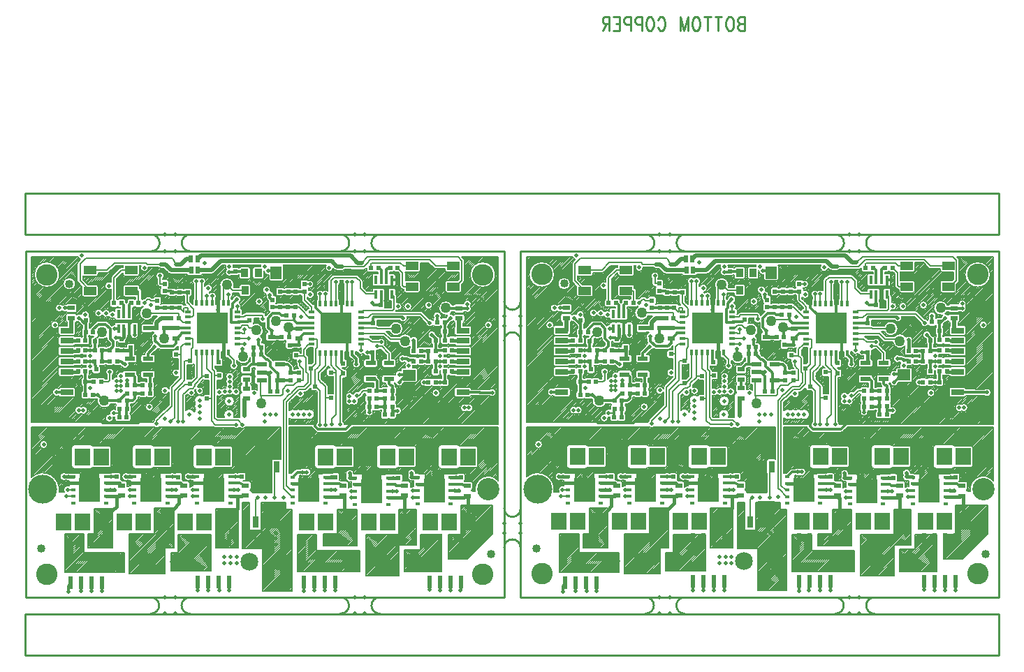
<source format=gbr>
*
%LPD*%
%LN2FOC-BC*%
%FSLAX24Y24*%
%MOIN*%
%SRX1Y1I0.0J0.0*%
%AD*%
%ADD11C,0.010000*%
%ADD12C,0.007870*%
%ADD16C,0.019690*%
%ADD20C,0.008000*%
%ADD23C,0.085000*%
%ADD26C,0.102360*%
%ADD27R,0.024000X0.035000*%
%ADD28R,0.035000X0.024000*%
%ADD29C,0.040000*%
%ADD30C,0.137800*%
%ADD31C,0.106300*%
%ADD32R,0.021650X0.021650*%
%ADD33R,0.052000X0.060000*%
%ADD34R,0.060000X0.052000*%
%ADD35R,0.160000X0.076000*%
%ADD37R,0.079920X0.125200*%
%ADD38R,0.029920X0.055120*%
%ADD39R,0.075000X0.084000*%
%ADD50C,0.050000*%
%ADD51R,0.062990X0.027560*%
%ADD52R,0.118110X0.082680*%
%ADD55C,0.020000*%
%ADD56C,0.011810*%
%ADD59C,0.007870*%
%ADD60C,0.015750*%
%ADD61C,0.000200*%
%ADD63C,0.019690*%
%ADD68R,0.023620X0.059060*%
%ADD69R,0.017000X0.041340*%
%ADD70R,0.059060X0.039370*%
%ADD71R,0.050000X0.021000*%
%ADD72R,0.035430X0.039370*%
%ADD73R,0.013780X0.031500*%
%ADD74R,0.031500X0.013780*%
%ADD75R,0.145670X0.145670*%
%ADD76R,0.076000X0.160000*%
%ADD77R,0.023620X0.015750*%
%ADD78R,0.102360X0.118110*%
G54D11*
G1X7125Y10087D2*
G1X29959Y10087D1*
G1X29959Y26622D1*
G1X7125Y26622D1*
G1X7125Y10087D1*
G1X13104Y26617D2*
G75*
G3X13105Y27417I17J400D1*
G74*
G1X14995Y27417D2*
G75*
G3X14994Y26617I-17J-400D1*
G74*
G1X22154Y26617D2*
G75*
G3X22155Y27417I17J400D1*
G74*
G1X24045Y27417D2*
G75*
G3X24044Y26617I-17J-400D1*
G74*
G1X13094Y9311D2*
G75*
G3X13095Y10087I16J388D1*
G74*
G1X14975Y10086D2*
G75*
G3X14974Y9307I-16J-390D1*
G74*
G1X22154Y9311D2*
G75*
G3X22155Y10087I16J388D1*
G74*
G1X24035Y10086D2*
G75*
G3X24034Y9307I-16J-390D1*
G74*
G1X30741Y12456D2*
G75*
G3X29965Y12457I-388J16D1*
G74*
G1X29966Y14337D2*
G75*
G3X30745Y14337I390J-16D1*
G74*
G1X7118Y29383D2*
G1X53575Y29383D1*
G1X53575Y27415D1*
G1X7118Y27415D1*
G1X7118Y29383D1*
G1X30740Y10092D2*
G1X53575Y10092D1*
G1X53575Y26627D1*
G1X30740Y26627D1*
G1X30740Y10092D1*
G1X7118Y9304D2*
G1X53575Y9304D1*
G1X53575Y7336D1*
G1X7118Y7336D1*
G1X7118Y9304D1*
G1X30741Y22346D2*
G75*
G3X29965Y22347I-388J16D1*
G74*
G1X29966Y24227D2*
G75*
G3X30745Y24227I390J-16D1*
G74*
G1X38605Y27417D2*
G75*
G3X38604Y26617I-17J-400D1*
G74*
G1X36714Y26617D2*
G75*
G3X36715Y27417I17J400D1*
G74*
G1X45764Y26617D2*
G75*
G3X45765Y27417I17J400D1*
G74*
G1X47655Y27417D2*
G75*
G3X47654Y26617I-17J-400D1*
G74*
G1X47645Y10086D2*
G75*
G3X47644Y9307I-16J-390D1*
G74*
G1X45764Y9311D2*
G75*
G3X45765Y10087I16J388D1*
G74*
G1X38585Y10086D2*
G75*
G3X38584Y9307I-16J-390D1*
G74*
G1X36704Y9311D2*
G75*
G3X36705Y10087I16J388D1*
G74*
G1X15849Y10717D2*
G54D12*
G1X15849Y10837D1*
G1X20904Y10776D2*
G1X20904Y10791D1*
G1X20908Y10837D1*
G1X18096Y14338D2*
G1X18096Y14036D1*
G1X18096Y13704D1*
G1X18096Y13684D1*
G1X9133Y15225D2*
G1X9388Y15225D1*
G1X9054Y14910D2*
G1X9388Y14910D1*
G1X11711Y15854D2*
G1X11711Y15756D1*
G1X11810Y15658D1*
G1X11928Y15658D1*
G1X12046Y15540D1*
G1X14684Y15835D2*
G1X14684Y15756D1*
G1X14782Y15658D1*
G1X14920Y15658D1*
G1X15038Y15540D1*
G1X14684Y15854D2*
G1X14684Y15835D1*
G1X19014Y14870D2*
G1X19014Y15205D1*
G1X19014Y15520D1*
G1X19507Y15205D2*
G1X19822Y14890D1*
G1X19861Y14890D1*
G1X19566Y15976D2*
G1X19566Y15835D1*
G1X19014Y15520D2*
G1X19014Y15835D1*
G1X19014Y15976D1*
G1X19428Y15976D2*
G1X19428Y15835D1*
G1X19014Y15976D2*
G1X19014Y16325D1*
G1X19115Y16328D1*
G1X18096Y14338D2*
G1X18096Y14595D1*
G1X18096Y14614D1*
G1X18096Y14759D1*
G1X18188Y14851D1*
G1X19428Y15835D2*
G1X19428Y15520D1*
G1X19566Y15835D2*
G1X19566Y15520D1*
G1X19428Y15520D2*
G1X19428Y15284D1*
G1X19507Y15205D1*
G1X19566Y15520D2*
G1X19566Y15421D1*
G1X19782Y15205D1*
G1X19861Y15205D1*
G1X19014Y14851D2*
G1X19014Y14870D1*
G1X28069Y15405D2*
G1X28070Y15406D1*
G1X28188Y15406D1*
G1X11711Y16111D2*
G1X11711Y15854D1*
G1X14684Y16110D2*
G1X14684Y15854D1*
G1X19428Y16804D2*
G1X19428Y16387D1*
G1X19566Y16804D2*
G1X19566Y16387D1*
G1X19566Y17843D2*
G1X19566Y17586D1*
G1X19428Y17586D2*
G1X19428Y17843D1*
G1X19428Y17862D1*
G1X19566Y17862D2*
G1X19566Y17843D1*
G1X19566Y16328D2*
G1X19566Y15976D1*
G1X19428Y16328D2*
G1X19428Y15976D1*
G1X19566Y17586D2*
G1X19566Y16804D1*
G1X19428Y17586D2*
G1X19428Y16804D1*
G1X19428Y16387D2*
G1X19428Y16328D1*
G1X19566Y16387D2*
G1X19566Y16328D1*
G1X11337Y18886D2*
G1X11593Y18886D1*
G1X13483Y18610D2*
G1X14093Y19221D1*
G1X14093Y20106D1*
G1X14536Y20549D1*
G1X14536Y20815D1*
G1X13385Y18473D2*
G1X13385Y18512D1*
G1X13483Y18610D1*
G1X14034Y18473D2*
G1X14172Y18610D1*
G1X13385Y18374D2*
G1X13385Y18473D1*
G1X16003Y19221D2*
G1X16003Y19457D1*
G1X16003Y19496D1*
G1X16003Y18807D2*
G1X16003Y18925D1*
G1X16003Y19221D1*
G1X16003Y18807D2*
G1X16003Y18512D1*
G1X16180Y18335D1*
G1X16987Y18335D1*
G1X17184Y18335D1*
G1X16003Y19910D2*
G1X16003Y19890D1*
G1X16003Y19949D2*
G1X16003Y19929D1*
G1X14231Y19949D2*
G1X14231Y19969D1*
G1X14566Y20303D1*
G1X14408Y19949D2*
G1X14723Y20264D1*
G1X14959Y20264D1*
G1X14959Y20303D1*
G1X14959Y20303D1*
G1X14822Y19949D2*
G1X14940Y20067D1*
G1X15097Y20067D1*
G1X15215Y20185D1*
G1X15215Y20225D1*
G1X14644Y19201D2*
G1X14644Y19772D1*
G1X14743Y19870D1*
G1X14231Y19201D2*
G1X14231Y19870D1*
G1X14388Y19201D2*
G1X14388Y19870D1*
G1X14231Y19870D2*
G1X14231Y19949D1*
G1X14388Y19870D2*
G1X14388Y19929D1*
G1X14408Y19949D1*
G1X14743Y19870D2*
G1X14822Y19949D1*
G1X14644Y18610D2*
G1X14644Y18827D1*
G1X14388Y18610D2*
G1X14388Y18827D1*
G1X14172Y18610D2*
G1X14231Y18669D1*
G1X14231Y18827D1*
G1X14231Y19201D1*
G1X16003Y19890D2*
G1X16003Y19575D1*
G1X16003Y19929D2*
G1X16003Y19910D1*
G1X14388Y18827D2*
G1X14388Y19201D1*
G1X14644Y18827D2*
G1X14644Y19201D1*
G1X16003Y19575D2*
G1X16003Y19496D1*
G1X14644Y18473D2*
G1X14644Y18610D1*
G1X14388Y18473D2*
G1X14388Y18610D1*
G1X15786Y19575D2*
G1X16003Y19575D1*
G1X16140Y19457D2*
G1X16140Y19221D1*
G1X16140Y19575D2*
G1X16140Y19496D1*
G1X16140Y19221D2*
G1X16140Y18925D1*
G1X16140Y18807D1*
G1X16140Y19496D2*
G1X16140Y19457D1*
G1X16140Y18807D2*
G1X16140Y18669D1*
G1X16259Y18551D1*
G1X17007Y18551D1*
G1X17262Y18551D1*
G1X17479Y18335D1*
G1X16140Y19910D2*
G1X16140Y19890D1*
G1X16140Y19949D2*
G1X16140Y19929D1*
G1X16140Y19910D1*
G1X16140Y19890D2*
G1X16140Y19575D1*
G1X19566Y18984D2*
G1X19566Y19437D1*
G1X19762Y19634D1*
G1X19782Y19634D1*
G1X19959Y19811D1*
G1X19762Y19811D2*
G1X19822Y19870D1*
G1X19822Y19890D1*
G1X20097Y20166D1*
G1X20412Y20166D1*
G1X20589Y20343D1*
G1X20589Y20362D1*
G1X19959Y19811D2*
G1X19959Y19831D1*
G1X20156Y20028D1*
G1X20471Y20028D1*
G1X20727Y20284D1*
G1X20727Y20284D1*
G1X18325Y19929D2*
G1X18325Y20071D1*
G1X18365Y19595D2*
G1X18365Y19591D1*
G1X18365Y19358D1*
G1X18325Y20071D2*
G1X18325Y20455D1*
G1X19428Y18827D2*
G1X19428Y17862D1*
G1X19566Y18827D2*
G1X19566Y17862D1*
G1X19428Y18925D2*
G1X19428Y18827D1*
G1X18325Y19851D2*
G1X18325Y19929D1*
G1X19566Y18827D2*
G1X19566Y18925D1*
G1X19566Y18984D1*
G1X19428Y18925D2*
G1X19428Y18984D1*
G1X19428Y19496D1*
G1X19703Y19772D1*
G1X19723Y19772D1*
G1X19762Y19811D1*
G1X18325Y19713D2*
G1X18365Y19673D1*
G1X18365Y19595D1*
G1X18325Y19851D2*
G1X18325Y19713D1*
G1X19310Y19713D1*
G1X19388Y19791D1*
G1X19388Y20028D1*
G1X19566Y20205D1*
G1X19900Y20205D1*
G1X20156Y20461D1*
G1X21436Y19260D2*
G1X21436Y19457D1*
G1X21948Y19260D2*
G1X21948Y18827D1*
G1X21436Y19732D2*
G1X21436Y19693D1*
G1X21948Y19732D2*
G1X21948Y19693D1*
G1X21948Y19811D2*
G1X21948Y19831D1*
G1X21948Y19910D1*
G1X21948Y19811D2*
G1X21948Y19791D1*
G1X21948Y19732D1*
G1X21948Y18827D2*
G1X21948Y18807D1*
G1X21436Y19457D2*
G1X21436Y19614D1*
G1X21436Y19693D1*
G1X21436Y18807D2*
G1X21436Y18827D1*
G1X21436Y19969D2*
G1X21436Y19910D1*
G1X21436Y19831D2*
G1X21436Y19811D1*
G1X21436Y19791D1*
G1X21436Y18827D2*
G1X21436Y19260D1*
G1X21948Y19693D2*
G1X21948Y19614D1*
G1X21948Y19457D2*
G1X21948Y19260D1*
G1X21948Y19969D2*
G1X21948Y19910D1*
G1X21948Y19614D2*
G1X21948Y19457D1*
G1X21436Y18354D2*
G1X21436Y18807D1*
G1X21436Y19791D2*
G1X21436Y19732D1*
G1X21436Y19910D2*
G1X21436Y19831D1*
G1X21751Y18354D2*
G1X21751Y18610D1*
G1X21948Y18807D1*
G1X21436Y18335D2*
G1X21436Y18354D1*
G1X21436Y19614D2*
G1X21692Y19614D1*
G1X22144Y19260D2*
G1X22144Y19457D1*
G1X22144Y19732D2*
G1X22144Y19791D1*
G1X22144Y19811D2*
G1X22144Y19831D1*
G1X22144Y19910D1*
G1X22144Y19791D2*
G1X22144Y19811D1*
G1X22144Y20146D2*
G1X22144Y19969D1*
G1X22144Y19910D1*
G1X22144Y18827D2*
G1X22144Y19260D1*
G1X22144Y19614D2*
G1X22144Y19693D1*
G1X22144Y19732D1*
G1X22144Y18807D2*
G1X22144Y18827D1*
G1X22144Y19457D2*
G1X22144Y19614D1*
G1X22932Y19732D2*
G1X23030Y19732D1*
G1X23247Y19949D1*
G1X23522Y19949D1*
G1X22144Y18354D2*
G1X22144Y18807D1*
G1X10727Y20382D2*
G1X11062Y20382D1*
G1X11140Y20461D1*
G1X11140Y20854D1*
G1X14536Y21445D2*
G1X14536Y21581D1*
G1X15038Y21445D2*
G1X15038Y21581D1*
G1X15530Y21445D2*
G1X15530Y21391D1*
G1X15786Y21445D2*
G1X15786Y21391D1*
G1X16042Y21445D2*
G1X16042Y21391D1*
G1X15530Y21583D2*
G1X15530Y21581D1*
G1X14536Y21583D2*
G1X14536Y21701D1*
G1X15038Y21583D2*
G1X15038Y21701D1*
G1X15786Y21583D2*
G1X15786Y21581D1*
G1X16042Y21583D2*
G1X16042Y21581D1*
G1X16003Y20402D2*
G1X16003Y20323D1*
G1X15530Y20638D2*
G1X15530Y20658D1*
G1X16003Y20638D2*
G1X16003Y20579D1*
G1X15786Y21150D2*
G1X15786Y21091D1*
G1X14536Y21150D2*
G1X14536Y21327D1*
G1X14703Y21150D2*
G1X14703Y21327D1*
G1X15530Y21150D2*
G1X15530Y21091D1*
G1X16042Y21150D2*
G1X16042Y21091D1*
G1X16042Y21701D2*
G1X16042Y21583D1*
G1X16042Y21391D2*
G1X16042Y21386D1*
G1X16042Y21032D2*
G1X16042Y21051D1*
G1X16042Y21091D1*
G1X16042Y21347D2*
G1X16042Y21327D1*
G1X16042Y21032D2*
G1X16042Y20992D1*
G1X16140Y20894D1*
G1X16140Y20835D1*
G1X14703Y20677D2*
G1X14703Y20815D1*
G1X15530Y20677D2*
G1X15530Y20658D1*
G1X16003Y20579D2*
G1X16003Y20402D1*
G1X14566Y20303D2*
G1X14703Y20441D1*
G1X14703Y20658D1*
G1X15215Y20225D2*
G1X15215Y20284D1*
G1X15235Y20303D1*
G1X15786Y21701D2*
G1X15786Y21583D1*
G1X15786Y21091D2*
G1X15786Y21051D1*
G1X15786Y21032D1*
G1X15983Y20835D1*
G1X16003Y20815D1*
G1X15786Y21391D2*
G1X15786Y21386D1*
G1X15786Y21347D2*
G1X15786Y21327D1*
G1X15530Y21701D2*
G1X15530Y21583D1*
G1X15530Y21051D2*
G1X15530Y21032D1*
G1X15530Y21347D2*
G1X15530Y21327D1*
G1X15530Y21391D2*
G1X15530Y21386D1*
G1X15530Y20677D2*
G1X15530Y20815D1*
G1X15530Y20835D1*
G1X15530Y21091D2*
G1X15530Y21051D1*
G1X14536Y21581D2*
G1X14536Y21583D1*
G1X15038Y21581D2*
G1X15038Y21583D1*
G1X14536Y21327D2*
G1X14536Y21347D1*
G1X14703Y21327D2*
G1X14703Y21347D1*
G1X15038Y21701D2*
G1X15038Y21780D1*
G1X14536Y21780D2*
G1X14536Y22065D1*
G1X14664Y22193D1*
G1X14861Y22193D1*
G1X14536Y21391D2*
G1X14536Y21445D1*
G1X14703Y21032D2*
G1X14703Y21051D1*
G1X14536Y21032D2*
G1X14536Y21051D1*
G1X14703Y20658D2*
G1X14703Y20677D1*
G1X14703Y20835D2*
G1X14703Y21032D1*
G1X14536Y20835D2*
G1X14536Y21032D1*
G1X14536Y21386D2*
G1X14536Y21391D1*
G1X14703Y21347D2*
G1X14743Y21386D1*
G1X14959Y21386D1*
G1X14703Y21051D2*
G1X14703Y21091D1*
G1X15235Y20303D2*
G1X15511Y20579D1*
G1X14536Y21051D2*
G1X14536Y21091D1*
G1X14703Y20815D2*
G1X14703Y20835D1*
G1X14536Y21091D2*
G1X14536Y21150D1*
G1X14703Y21091D2*
G1X14703Y21150D1*
G1X15530Y21581D2*
G1X15530Y21445D1*
G1X15786Y21581D2*
G1X15786Y21445D1*
G1X16042Y21581D2*
G1X16042Y21445D1*
G1X16042Y21386D2*
G1X16042Y21347D1*
G1X15786Y21386D2*
G1X15786Y21347D1*
G1X15530Y21327D2*
G1X15530Y21150D1*
G1X15786Y21327D2*
G1X15786Y21150D1*
G1X16042Y21327D2*
G1X16042Y21150D1*
G1X16003Y20323D2*
G1X16003Y20303D1*
G1X16003Y20677D2*
G1X16003Y20658D1*
G1X16003Y20638D1*
G1X16003Y20303D2*
G1X16003Y20225D1*
G1X16003Y19949D1*
G1X15530Y21032D2*
G1X15530Y20835D1*
G1X15530Y21386D2*
G1X15530Y21347D1*
G1X15038Y21780D2*
G1X15038Y21957D1*
G1X15117Y22036D1*
G1X15117Y22193D1*
G1X15511Y20579D2*
G1X15530Y20599D1*
G1X15530Y20638D1*
G1X14536Y20815D2*
G1X14536Y20835D1*
G1X14536Y21347D2*
G1X14536Y21386D1*
G1X14536Y21701D2*
G1X14536Y21780D1*
G1X16003Y20815D2*
G1X16003Y20677D1*
G1X15530Y20658D2*
G1X15786Y20658D1*
G1X14985Y21391D2*
G1X15038Y21444D1*
G1X15038Y21445D1*
G1X15530Y21780D2*
G1X15530Y21701D1*
G1X15786Y21780D2*
G1X15786Y21701D1*
G1X16042Y21780D2*
G1X16042Y21701D1*
G1X14310Y21701D2*
G1X14536Y21701D1*
G1X14959Y20303D2*
G1X14999Y20303D1*
G1X14985Y21391D2*
G1X14959Y21386D1*
G1X14980Y21386D1*
G1X14985Y21391D1*
G1X16140Y20402D2*
G1X16140Y20323D1*
G1X16140Y20638D2*
G1X16140Y20579D1*
G1X16140Y20402D1*
G1X16140Y20835D2*
G1X16140Y20815D1*
G1X16140Y19949D2*
G1X16140Y20225D1*
G1X16140Y20303D1*
G1X16140Y20658D2*
G1X16140Y20638D1*
G1X16140Y20323D2*
G1X16140Y20303D1*
G1X16140Y20815D2*
G1X16140Y20677D1*
G1X16357Y20677D1*
G1X16140Y20677D2*
G1X16140Y20658D1*
G1X16810Y21780D2*
G1X16810Y21691D1*
G1X17066Y21435D1*
G1X17066Y21150D1*
G1X18325Y20455D2*
G1X18388Y20455D1*
G1X20038Y21642D2*
G1X20048Y21632D1*
G1X20392Y21632D1*
G1X20402Y21622D1*
G1X21692Y21274D2*
G1X21692Y21268D1*
G1X20215Y21274D2*
G1X20215Y21268D1*
G1X20511Y21274D2*
G1X20511Y21268D1*
G1X20963Y21274D2*
G1X20963Y21366D1*
G1X21436Y21274D2*
G1X21436Y21366D1*
G1X21948Y21274D2*
G1X21948Y21268D1*
G1X20215Y21229D2*
G1X20215Y21150D1*
G1X20333Y21032D1*
G1X20511Y21229D2*
G1X20511Y21032D1*
G1X20944Y21229D2*
G1X20963Y21248D1*
G1X20963Y21268D1*
G1X21436Y21229D2*
G1X21436Y21268D1*
G1X21692Y21229D2*
G1X21692Y21189D1*
G1X21849Y21032D1*
G1X21948Y21229D2*
G1X21948Y21169D1*
G1X22085Y21032D1*
G1X21945Y20894D2*
G1X21945Y20835D1*
G1X21948Y21642D2*
G1X21948Y21622D1*
G1X21948Y21366D2*
G1X21948Y21274D1*
G1X21948Y21622D2*
G1X21948Y21386D1*
G1X21948Y20658D2*
G1X21948Y20480D1*
G1X21948Y20461D2*
G1X21948Y20362D1*
G1X21948Y20284D1*
G1X21948Y20146D1*
G1X21948Y19969D1*
G1X21692Y21642D2*
G1X21692Y21622D1*
G1X21849Y21032D2*
G1X21945Y20935D1*
G1X21945Y20894D1*
G1X20215Y21268D2*
G1X20215Y21229D1*
G1X20511Y21268D2*
G1X20511Y21229D1*
G1X20963Y21268D2*
G1X20963Y21274D1*
G1X21436Y21268D2*
G1X21436Y21274D1*
G1X21692Y21366D2*
G1X21692Y21274D1*
G1X21692Y21622D2*
G1X21692Y21386D1*
G1X21436Y21642D2*
G1X21436Y21760D1*
G1X21436Y21366D2*
G1X21436Y21386D1*
G1X21436Y21622D2*
G1X21436Y21622D1*
G1X20373Y20480D2*
G1X20373Y20658D1*
G1X20589Y20480D2*
G1X20589Y20461D1*
G1X20727Y20480D2*
G1X20727Y20461D1*
G1X21101Y20480D2*
G1X21121Y20461D1*
G1X21436Y20146D2*
G1X21298Y20284D1*
G1X21219Y20362D1*
G1X21121Y20461D1*
G1X21436Y20146D2*
G1X21436Y19969D1*
G1X21259Y20992D2*
G1X21298Y21032D1*
G1X21436Y21169D1*
G1X21436Y21229D1*
G1X20963Y21642D2*
G1X20963Y21760D1*
G1X20963Y21622D2*
G1X20963Y21622D1*
G1X20727Y20461D2*
G1X20727Y20362D1*
G1X20963Y21366D2*
G1X20963Y21386D1*
G1X20402Y21917D2*
G1X20402Y21937D1*
G1X20619Y22154D1*
G1X20402Y21760D2*
G1X20402Y21917D1*
G1X20402Y21622D2*
G1X20402Y21622D1*
G1X20402Y21622D2*
G1X20402Y21642D1*
G1X20373Y20992D2*
G1X20373Y20835D1*
G1X20373Y20658D2*
G1X20373Y20815D1*
G1X20589Y20461D2*
G1X20589Y20362D1*
G1X20333Y21032D2*
G1X20373Y20992D1*
G1X20402Y21642D2*
G1X20402Y21760D1*
G1X20373Y20835D2*
G1X20373Y20815D1*
G1X21948Y20776D2*
G1X21948Y20658D1*
G1X21948Y21386D2*
G1X21948Y21366D1*
G1X21948Y21622D2*
G1X21948Y21622D1*
G1X21692Y21622D2*
G1X21692Y21622D1*
G1X21692Y21386D2*
G1X21692Y21366D1*
G1X21692Y21268D2*
G1X21692Y21229D1*
G1X21948Y21268D2*
G1X21948Y21229D1*
G1X21948Y20480D2*
G1X21948Y20461D1*
G1X21436Y21622D2*
G1X21436Y21642D1*
G1X21101Y20815D2*
G1X21101Y20658D1*
G1X20727Y20658D2*
G1X20727Y20480D1*
G1X21101Y20658D2*
G1X21101Y20480D1*
G1X20963Y21760D2*
G1X20963Y21917D1*
G1X21436Y21386D2*
G1X21436Y21622D1*
G1X20530Y20835D2*
G1X20550Y20815D1*
G1X20727Y20835D2*
G1X20727Y20815D1*
G1X20963Y21917D2*
G1X20963Y21957D1*
G1X21022Y22016D1*
G1X21022Y22154D1*
G1X20963Y21622D2*
G1X20963Y21642D1*
G1X20963Y21386D2*
G1X20963Y21622D1*
G1X20727Y20362D2*
G1X20727Y20284D1*
G1X20511Y21032D2*
G1X20511Y20992D1*
G1X20511Y21366D2*
G1X20511Y21274D1*
G1X20511Y20992D2*
G1X20511Y20854D1*
G1X20530Y20835D1*
G1X20511Y21386D2*
G1X20511Y21366D1*
G1X20727Y20815D2*
G1X20727Y20658D1*
G1X20550Y20815D2*
G1X20589Y20776D1*
G1X20589Y20658D1*
G1X21101Y20815D2*
G1X21101Y20835D1*
G1X21259Y20992D1*
G1X21945Y20835D2*
G1X21945Y20817D1*
G1X21948Y20815D1*
G1X21948Y20776D1*
G1X20402Y21622D2*
G1X20511Y21514D1*
G1X20511Y21386D1*
G1X20402Y21622D2*
G1X20402Y21622D1*
G1X20707Y20992D2*
G1X20707Y21012D1*
G1X20727Y21032D1*
G1X20707Y20992D2*
G1X20727Y20973D1*
G1X20727Y20835D1*
G1X20215Y21366D2*
G1X20215Y21274D1*
G1X20589Y20658D2*
G1X20589Y20480D1*
G1X20156Y20461D2*
G1X20373Y20461D1*
G1X20373Y20480D1*
G1X21692Y21760D2*
G1X21692Y21642D1*
G1X21948Y21760D2*
G1X21948Y21642D1*
G1X21692Y20835D2*
G1X21945Y20835D1*
G1X20727Y21032D2*
G1X20747Y21032D1*
G1X20944Y21229D1*
G1X22223Y20894D2*
G1X22262Y20854D1*
G1X22262Y20835D1*
G1X22144Y20658D2*
G1X22262Y20776D1*
G1X22144Y20362D2*
G1X22144Y20461D1*
G1X22144Y20146D2*
G1X22144Y20284D1*
G1X22144Y20362D1*
G1X22144Y20461D2*
G1X22144Y20480D1*
G1X22144Y20658D1*
G1X22085Y21032D2*
G1X22223Y20894D1*
G1X22262Y20835D2*
G1X22262Y20776D1*
G1X23129Y21878D2*
G1X23129Y22173D1*
G1X24464Y21484D2*
G1X24464Y21274D1*
G1X24408Y21799D2*
G1X24464Y21743D1*
G1X24464Y21484D1*
G1X10422Y22351D2*
G1X10432Y22311D1*
G1X10412Y22390D2*
G1X10589Y22567D1*
G1X10589Y22567D1*
G1X10786Y22764D1*
G1X10412Y22390D2*
G1X10422Y22351D1*
G1X12912Y23669D2*
G1X14408Y23669D1*
G1X14428Y23650D1*
G1X14428Y23433D1*
G1X15073Y23925D2*
G1X15136Y23862D1*
G1X15136Y23729D1*
G1X14861Y23862D2*
G1X14861Y23729D1*
G1X14467Y23925D2*
G1X14664Y23729D1*
G1X14684Y23748D1*
G1X14684Y23886D1*
G1X14703Y23906D1*
G1X14861Y23906D1*
G1X14861Y23906D1*
G1X14861Y23862D1*
G1X14428Y23433D2*
G1X14467Y23473D1*
G1X14467Y23394D1*
G1X14644Y23217D1*
G1X14861Y23217D1*
G1X14861Y23473D2*
G1X15058Y23473D1*
G1X15136Y23551D1*
G1X15136Y23729D1*
G1X14861Y22449D2*
G1X15117Y22449D1*
G1X15117Y22193D1*
G1X17223Y23984D2*
G1X17223Y23827D1*
G1X17223Y23827D1*
G1X17223Y22193D2*
G1X17577Y22193D1*
G1X17223Y22449D2*
G1X17774Y22449D1*
G1X17223Y22705D2*
G1X17479Y22705D1*
G1X17479Y22685D1*
G1X17577Y22685D1*
G1X17577Y22685D1*
G1X17577Y22882D1*
G1X17223Y22961D2*
G1X17361Y22961D1*
G1X17479Y23079D1*
G1X17696Y23079D1*
G1X17814Y22961D1*
G1X18050Y22961D1*
G1X17223Y23473D2*
G1X17538Y23473D1*
G1X17636Y23571D1*
G1X18444Y23571D1*
G1X18444Y23571D1*
G1X18444Y23374D1*
G1X17223Y23729D2*
G1X17223Y23827D1*
G1X19999Y23945D2*
G1X20156Y23945D1*
G1X20392Y23709D1*
G1X19074Y23276D2*
G1X19133Y23335D1*
G1X19940Y23335D1*
G1X20392Y23709D2*
G1X20530Y23571D1*
G1X21022Y22154D2*
G1X21022Y22173D1*
G1X20619Y22154D2*
G1X20639Y22173D1*
G1X20766Y22173D1*
G1X20530Y23571D2*
G1X20609Y23492D1*
G1X20648Y23453D1*
G1X20766Y23453D1*
G1X20766Y22429D2*
G1X21022Y22429D1*
G1X21022Y22173D1*
G1X23896Y22075D2*
G1X24133Y22075D1*
G1X24408Y21799D1*
G1X23129Y22429D2*
G1X23483Y22429D1*
G1X23660Y22272D1*
G1X24093Y22272D1*
G1X23129Y22685D2*
G1X24251Y22685D1*
G1X24526Y22410D1*
G1X25235Y22410D1*
G1X23129Y22941D2*
G1X23896Y22941D1*
G1X23916Y22921D1*
G1X24802Y22921D1*
G1X23129Y23453D2*
G1X23463Y23453D1*
G1X23640Y23630D1*
G1X25983Y23630D1*
G1X26416Y23197D1*
G1X23129Y23709D2*
G1X23207Y23788D1*
G1X24622Y23788D1*
G1X24701Y23866D1*
G1X24701Y23984D1*
G1X24701Y24063D1*
G1X9723Y25205D2*
G1X9723Y26012D1*
G1X9999Y26288D1*
G1X14133Y26288D1*
G1X14290Y25973D1*
G1X9723Y25205D2*
G1X10196Y24732D1*
G1X11337Y24732D2*
G1X11337Y25343D1*
G1X11711Y25717D1*
G1X12164Y25717D1*
G1X11337Y24142D2*
G1X11337Y24732D1*
G1X10196Y25717D2*
G1X11017Y25717D1*
G1X11372Y26071D1*
G1X12873Y26071D1*
G1X12951Y25992D1*
G1X13581Y25992D1*
G1X13542Y25185D2*
G1X13542Y25067D1*
G1X13759Y25067D1*
G1X13542Y25205D2*
G1X13542Y25185D1*
G1X12518Y24162D2*
G1X12518Y24142D1*
G1X12794Y24162D2*
G1X12951Y24319D1*
G1X13030Y24319D1*
G1X13089Y24260D1*
G1X13404Y24260D1*
G1X13542Y25441D2*
G1X13542Y25205D1*
G1X12164Y24732D2*
G1X12518Y24732D1*
G1X12518Y24162D1*
G1X15786Y24477D2*
G1X15786Y24280D1*
G1X15786Y24157D1*
G1X15530Y24280D2*
G1X15530Y24477D1*
G1X15530Y25008D2*
G1X15530Y25185D1*
G1X15530Y24654D2*
G1X15530Y24851D1*
G1X15530Y24157D2*
G1X15530Y24280D1*
G1X15274Y24477D2*
G1X15274Y24280D1*
G1X15274Y24157D1*
G1X14857Y24142D2*
G1X15073Y23925D1*
G1X15274Y25008D2*
G1X15274Y25185D1*
G1X15274Y24654D2*
G1X15274Y24851D1*
G1X14841Y24477D2*
G1X14841Y24634D1*
G1X14861Y24654D1*
G1X14841Y24280D2*
G1X14841Y24477D1*
G1X15274Y24851D2*
G1X15274Y24969D1*
G1X15530Y24851D2*
G1X15530Y24969D1*
G1X15274Y24477D2*
G1X15274Y24654D1*
G1X15530Y24477D2*
G1X15530Y24654D1*
G1X15274Y24969D2*
G1X15274Y25008D1*
G1X15530Y24969D2*
G1X15530Y25008D1*
G1X14857Y24142D2*
G1X14841Y24157D1*
G1X14841Y24280D1*
G1X16042Y24142D2*
G1X16042Y24477D1*
G1X15786Y24142D2*
G1X15786Y24157D1*
G1X15530Y24142D2*
G1X15530Y24157D1*
G1X15274Y24142D2*
G1X15274Y24157D1*
G1X16554Y25008D2*
G1X16554Y25047D1*
G1X16727Y25009D1*
G1X16554Y25008D2*
G1X16731Y25008D1*
G1X16727Y25009D1*
G1X16750Y25009D1*
G1X16751Y25008D1*
G1X17007Y24752D1*
G1X17593Y24752D1*
G1X16810Y24142D2*
G1X16810Y24555D1*
G1X16554Y24142D2*
G1X16554Y25008D1*
G1X16731Y25008D2*
G1X16751Y25008D1*
G1X18995Y24791D2*
G1X18995Y24575D1*
G1X19270Y24299D1*
G1X18995Y24791D2*
G1X18995Y24791D1*
G1X21948Y24299D2*
G1X21948Y24553D1*
G1X21948Y25008D2*
G1X21948Y25166D1*
G1X21692Y25008D2*
G1X21692Y25166D1*
G1X21692Y24299D2*
G1X21692Y24553D1*
G1X21436Y24299D2*
G1X21436Y24553D1*
G1X21180Y24299D2*
G1X21180Y24122D1*
G1X20432Y24299D2*
G1X20609Y24122D1*
G1X20766Y23965D1*
G1X20766Y23709D1*
G1X20432Y24553D2*
G1X20432Y24299D1*
G1X20432Y24575D2*
G1X20432Y24555D1*
G1X21180Y24553D2*
G1X21180Y24299D1*
G1X21436Y24553D2*
G1X21436Y24555D1*
G1X21692Y24553D2*
G1X21692Y24555D1*
G1X21948Y24553D2*
G1X21948Y24555D1*
G1X21948Y25008D2*
G1X21948Y24575D1*
G1X21948Y24555D1*
G1X21692Y25008D2*
G1X21692Y24575D1*
G1X21692Y24555D1*
G1X21692Y25166D2*
G1X21692Y25205D1*
G1X21849Y25362D1*
G1X22912Y25362D1*
G1X23089Y25185D1*
G1X23089Y24851D1*
G1X23365Y24575D1*
G1X23822Y24575D1*
G1X23841Y24556D1*
G1X21436Y24555D2*
G1X21436Y24575D1*
G1X21180Y24555D2*
G1X21180Y24553D1*
G1X20432Y24555D2*
G1X20432Y24553D1*
G1X21180Y24575D2*
G1X21180Y24555D1*
G1X20432Y24693D2*
G1X20432Y24575D1*
G1X20432Y25047D2*
G1X20688Y25047D1*
G1X21948Y24122D2*
G1X21948Y24299D1*
G1X21692Y24122D2*
G1X21692Y24299D1*
G1X21436Y24122D2*
G1X21436Y24299D1*
G1X23973Y25833D2*
G1X23975Y25835D1*
G1X23601Y25833D2*
G1X23601Y25835D1*
G1X23601Y26032D1*
G1X23621Y26051D1*
G1X25018Y26051D1*
G1X25156Y25914D1*
G1X25570Y25914D1*
G1X22715Y24299D2*
G1X22715Y24122D1*
G1X22714Y25008D2*
G1X22714Y24594D1*
G1X22715Y24593D1*
G1X22715Y24575D1*
G1X22715Y24555D1*
G1X22715Y24553D1*
G1X22715Y24299D1*
G1X22459Y25166D2*
G1X22459Y24299D1*
G1X22459Y24122D1*
G1X22243Y25894D2*
G1X22676Y25894D1*
G1X22696Y25874D1*
G1X23266Y25874D1*
G1X23404Y26012D1*
G1X23404Y26032D1*
G1X23581Y26209D1*
G1X26396Y26209D1*
G1X26692Y25914D1*
G1X27538Y25914D1*
G1X23168Y26071D2*
G1X23444Y26347D1*
G1X27755Y26347D1*
G1X27932Y26169D1*
G1X27932Y25914D1*
G1X22714Y25008D2*
G1X22714Y25166D1*
G1X22715Y25166D1*
G1X23601Y25815D2*
G1X23601Y25833D1*
G1X23955Y25815D2*
G1X23973Y25833D1*
G1X25117Y25249D2*
G1X25117Y25242D1*
G1X25117Y24988D1*
G1X25176Y24929D1*
G1X25570Y24929D1*
G1X24701Y24142D2*
G1X24701Y24063D1*
G1X24878Y25833D2*
G1X25117Y25594D1*
G1X25117Y25249D1*
G1X24609Y24556D2*
G1X24701Y24464D1*
G1X24701Y24142D1*
G1X27538Y24929D2*
G1X27636Y24929D1*
G1X27932Y25225D1*
G1X27932Y25914D1*
G1X10176Y15854D2*
G54D16*
G1X10176Y15540D1*
G1X10176Y15225D1*
G1X13105Y15854D2*
G1X13105Y15540D1*
G1X13105Y15225D1*
G1X16105Y15854D2*
G1X16105Y15540D1*
G1X16105Y15225D1*
G1X23129Y16051D2*
G1X23148Y16071D1*
G1X25274Y16071D1*
G1X25274Y16071D1*
G1X25274Y15815D2*
G1X25274Y15795D1*
G1X25274Y16071D2*
G1X25274Y16032D1*
G1X25274Y15835D1*
G1X25274Y15815D1*
G1X26633Y15815D2*
G1X26633Y15933D1*
G1X26790Y16091D1*
G1X28247Y16091D1*
G1X28247Y16091D1*
G1X28247Y15815D1*
G1X26633Y15362D2*
G1X26633Y15500D1*
G1X26633Y15815D1*
G1X26633Y15185D2*
G1X26633Y15185D1*
G1X26633Y15362D1*
G1X8739Y16150D2*
G1X9743Y16150D1*
G1X9999Y16150D1*
G1X10176Y15973D1*
G1X10176Y15854D1*
G1X9999Y16150D2*
G1X11318Y16150D1*
G1X11711Y16111D2*
G1X12676Y16111D1*
G1X12966Y16111D1*
G1X13105Y15973D1*
G1X13105Y15854D1*
G1X12676Y16111D2*
G1X12696Y16131D1*
G1X14428Y16131D1*
G1X17125Y16131D2*
G1X15946Y16131D1*
G1X16105Y15973D1*
G1X16105Y15854D1*
G1X14684Y16131D2*
G1X15946Y16131D1*
G1X17702Y19591D2*
G1X17715Y19595D1*
G1X17656Y19591D1*
G1X17577Y18748D2*
G1X17577Y19555D1*
G1X17702Y19591D1*
G1X13719Y21091D2*
G1X14310Y21071D1*
G1X14310Y21347D1*
G1X12968Y21110D2*
G1X13719Y21091D1*
G1X9310Y23315D2*
G1X9310Y23429D1*
G1X9093Y22833D2*
G1X9310Y22833D1*
G1X9310Y23315D1*
G1X13385Y22941D2*
G1X13381Y22945D1*
G1X13381Y23213D1*
G1X13601Y23433D1*
G1X13857Y23433D1*
G1X14074Y23433D1*
G1X12912Y22945D2*
G1X13381Y22945D1*
G1X13739Y22941D2*
G1X13743Y22945D1*
G1X14310Y22945D1*
G1X27814Y23410D2*
G1X27814Y22833D1*
G1X27991Y22833D1*
G1X9113Y24536D2*
G1X9467Y24536D1*
G1X13798Y25992D2*
G1X14074Y25717D1*
G1X15038Y25717D1*
G1X13581Y25992D2*
G1X13798Y25992D1*
G1X14526Y25973D2*
G1X14802Y26248D1*
G1X15018Y26248D1*
G1X14290Y25973D2*
G1X14526Y25973D1*
G1X15353Y25717D2*
G1X16003Y25717D1*
G1X16436Y26150D1*
G1X21731Y26150D1*
G1X21987Y25894D1*
G1X19847Y25599D2*
G1X20963Y25599D1*
G1X20963Y25795D1*
G1X21987Y25894D2*
G1X22243Y25894D1*
G1X22971Y26071D2*
G1X23168Y26071D1*
G1X15333Y26248D2*
G1X15491Y26406D1*
G1X22636Y26406D1*
G1X22971Y26071D1*
G1X10410Y14338D2*
G54D20*
G1X11278Y14338D1*
G1X11278Y12448D1*
G1X10117Y12448D1*
G1X10117Y13118D1*
G1X10410Y13118D1*
G1X10410Y14338D1*
G1X9919Y13118D2*
G1X9919Y12232D1*
G1X11829Y12232D1*
G1X11829Y11288D1*
G1X8993Y11288D1*
G1X8993Y13118D1*
G1X9919Y13118D1*
G1X17480Y14614D2*
G1X17813Y14614D1*
G1X17813Y13275D1*
G1X18365Y13275D1*
G1X18365Y14633D1*
G1X19526Y14633D1*
G1X19526Y14299D1*
G1X19821Y14299D1*
G1X19821Y10402D1*
G1X18444Y10402D1*
G1X18444Y12410D1*
G1X17480Y12410D1*
G1X17480Y14614D1*
G1X14409Y13096D2*
G1X15960Y13096D1*
G1X15960Y11347D1*
G1X14054Y11347D1*
G1X14054Y12212D1*
G1X14409Y12212D1*
G1X14409Y13096D1*
G1X25964Y13096D2*
G1X26986Y13096D1*
G1X26986Y11308D1*
G1X25216Y11308D1*
G1X25216Y12370D1*
G1X25964Y12370D1*
G1X25964Y13096D1*
G1X21019Y13098D2*
G1X21019Y12330D1*
G1X23069Y12330D1*
G1X23069Y11308D1*
G1X20098Y11308D1*
G1X20098Y13098D1*
G1X21019Y13098D1*
G1X21336Y13118D2*
G1X21336Y12546D1*
G1X22929Y12546D1*
G1X22929Y14279D1*
G1X22007Y14279D1*
G1X22007Y13118D1*
G1X21336Y13118D1*
G1X27320Y13096D2*
G1X27893Y13096D1*
G1X27893Y14476D1*
G1X29408Y14476D1*
G1X29408Y13113D1*
G1X28210Y11917D1*
G1X27320Y11917D1*
G1X27320Y13096D1*
G1X16200Y14338D2*
G1X17262Y14338D1*
G1X17262Y12450D1*
G1X16200Y12450D1*
G1X16200Y14338D1*
G1X17972Y15087D2*
G1X18856Y15087D1*
G1X18856Y16721D1*
G1X19250Y16721D1*
G1X19250Y17586D1*
G1X8444Y17586D1*
G1X8444Y16387D1*
G1X9289Y16387D1*
G1X9289Y17391D1*
G1X11318Y17391D1*
G1X11318Y16111D1*
G1X12203Y16111D1*
G1X12203Y17410D1*
G1X14192Y17410D1*
G1X14192Y16131D1*
G1X15096Y16131D1*
G1X15096Y17391D1*
G1X17125Y17391D1*
G1X17125Y16111D1*
G1X17972Y16111D1*
G1X17972Y15087D1*
G1X12086Y13118D2*
G1X12086Y11229D1*
G1X13778Y11229D1*
G1X13778Y12450D1*
G1X14191Y12450D1*
G1X14191Y14358D1*
G1X13287Y14358D1*
G1X13287Y13118D1*
G1X12086Y13118D1*
G1X23365Y13078D2*
G1X23365Y11131D1*
G1X24939Y11131D1*
G1X24939Y12587D1*
G1X25766Y12587D1*
G1X25766Y14279D1*
G1X24940Y14279D1*
G1X24940Y13078D1*
G1X23365Y13078D1*
G1X19743Y16387D2*
G1X19743Y17645D1*
G1X26770Y17645D1*
G1X26770Y16406D1*
G1X25806Y16406D1*
G1X25806Y17450D1*
G1X23837Y17450D1*
G1X23837Y16387D1*
G1X22873Y16387D1*
G1X22873Y17469D1*
G1X20864Y17469D1*
G1X20864Y16387D1*
G1X19743Y16387D1*
G1X10410Y13413D2*
G1X11278Y14280D1*
G1X10410Y13311D2*
G1X11278Y14178D1*
G1X10410Y13209D2*
G1X11278Y14077D1*
G1X10117Y12815D2*
G1X11278Y13975D1*
G1X10117Y12713D2*
G1X11278Y13873D1*
G1X10117Y12611D2*
G1X11278Y13771D1*
G1X10117Y12509D2*
G1X11278Y13669D1*
G1X10158Y12448D2*
G1X11278Y13567D1*
G1X10260Y12448D2*
G1X11278Y13466D1*
G1X10361Y12448D2*
G1X11278Y13364D1*
G1X10463Y12448D2*
G1X11278Y13262D1*
G1X10565Y12448D2*
G1X11278Y13160D1*
G1X10667Y12448D2*
G1X11278Y13058D1*
G1X10769Y12448D2*
G1X11278Y12956D1*
G1X10871Y12448D2*
G1X11278Y12855D1*
G1X10972Y12448D2*
G1X11278Y12753D1*
G1X11074Y12448D2*
G1X11278Y12651D1*
G1X11176Y12448D2*
G1X11278Y12549D1*
G1X10410Y13515D2*
G1X11234Y14338D1*
G1X10410Y13617D2*
G1X11132Y14338D1*
G1X10410Y13718D2*
G1X11030Y14338D1*
G1X10410Y13820D2*
G1X10928Y14338D1*
G1X10410Y13922D2*
G1X10826Y14338D1*
G1X10410Y14024D2*
G1X10725Y14338D1*
G1X10410Y14126D2*
G1X10623Y14338D1*
G1X10410Y14228D2*
G1X10521Y14338D1*
G1X10410Y14329D2*
G1X10419Y14338D1*
G1X10117Y12916D2*
G1X10319Y13118D1*
G1X10117Y13018D2*
G1X10217Y13118D1*
G1X10913Y11288D2*
G1X11829Y12204D1*
G1X11014Y11288D2*
G1X11829Y12103D1*
G1X11116Y11288D2*
G1X11829Y12001D1*
G1X11218Y11288D2*
G1X11829Y11899D1*
G1X11320Y11288D2*
G1X11829Y11797D1*
G1X11422Y11288D2*
G1X11829Y11695D1*
G1X11524Y11288D2*
G1X11829Y11593D1*
G1X11625Y11288D2*
G1X11829Y11492D1*
G1X11727Y11288D2*
G1X11829Y11390D1*
G1X10811Y11288D2*
G1X11754Y12232D1*
G1X10709Y11288D2*
G1X11653Y12232D1*
G1X10607Y11288D2*
G1X11551Y12232D1*
G1X10505Y11288D2*
G1X11449Y12232D1*
G1X10404Y11288D2*
G1X11347Y12232D1*
G1X10302Y11288D2*
G1X11245Y12232D1*
G1X10200Y11288D2*
G1X11143Y12232D1*
G1X10098Y11288D2*
G1X11042Y12232D1*
G1X9996Y11288D2*
G1X10940Y12232D1*
G1X9894Y11288D2*
G1X10838Y12232D1*
G1X9793Y11288D2*
G1X10736Y12232D1*
G1X9691Y11288D2*
G1X10634Y12232D1*
G1X9589Y11288D2*
G1X10533Y12232D1*
G1X9487Y11288D2*
G1X10431Y12232D1*
G1X9385Y11288D2*
G1X10329Y12232D1*
G1X9283Y11288D2*
G1X10227Y12232D1*
G1X9182Y11288D2*
G1X10125Y12232D1*
G1X9080Y11288D2*
G1X10023Y12232D1*
G1X8993Y11303D2*
G1X9922Y12232D1*
G1X8993Y12118D2*
G1X9919Y13044D1*
G1X8993Y12016D2*
G1X9919Y12942D1*
G1X8993Y11914D2*
G1X9919Y12840D1*
G1X8993Y11812D2*
G1X9919Y12739D1*
G1X8993Y11711D2*
G1X9919Y12637D1*
G1X8993Y11609D2*
G1X9919Y12535D1*
G1X8993Y11507D2*
G1X9919Y12433D1*
G1X8993Y11405D2*
G1X9919Y12331D1*
G1X8993Y12220D2*
G1X9891Y13118D1*
G1X8993Y12321D2*
G1X9789Y13118D1*
G1X8993Y12423D2*
G1X9687Y13118D1*
G1X8993Y12525D2*
G1X9586Y13118D1*
G1X8993Y12627D2*
G1X9484Y13118D1*
G1X8993Y12729D2*
G1X9382Y13118D1*
G1X8993Y12831D2*
G1X9280Y13118D1*
G1X8993Y12932D2*
G1X9178Y13118D1*
G1X8993Y13034D2*
G1X9076Y13118D1*
G1X17960Y12410D2*
G1X19821Y14271D1*
G1X18062Y12410D2*
G1X19821Y14170D1*
G1X18163Y12410D2*
G1X19821Y14068D1*
G1X18265Y12410D2*
G1X19821Y13966D1*
G1X18367Y12410D2*
G1X19821Y13864D1*
G1X18444Y12386D2*
G1X19821Y13762D1*
G1X18444Y12284D2*
G1X19821Y13660D1*
G1X18444Y12182D2*
G1X19821Y13559D1*
G1X18444Y12080D2*
G1X19821Y13457D1*
G1X18444Y11978D2*
G1X19821Y13355D1*
G1X18444Y11876D2*
G1X19821Y13253D1*
G1X18444Y11775D2*
G1X19821Y13151D1*
G1X18444Y11673D2*
G1X19821Y13050D1*
G1X18444Y11571D2*
G1X19821Y12948D1*
G1X18444Y11469D2*
G1X19821Y12846D1*
G1X18444Y11367D2*
G1X19821Y12744D1*
G1X18444Y11266D2*
G1X19821Y12642D1*
G1X18444Y11164D2*
G1X19821Y12540D1*
G1X18444Y11062D2*
G1X19821Y12439D1*
G1X18444Y10960D2*
G1X19821Y12337D1*
G1X18444Y10858D2*
G1X19821Y12235D1*
G1X18444Y10756D2*
G1X19821Y12133D1*
G1X18444Y10655D2*
G1X19821Y12031D1*
G1X18444Y10553D2*
G1X19821Y11929D1*
G1X18444Y10451D2*
G1X19821Y11828D1*
G1X18497Y10402D2*
G1X19821Y11726D1*
G1X18599Y10402D2*
G1X19821Y11624D1*
G1X18701Y10402D2*
G1X19821Y11522D1*
G1X18803Y10402D2*
G1X19821Y11420D1*
G1X18905Y10402D2*
G1X19821Y11319D1*
G1X19007Y10402D2*
G1X19821Y11217D1*
G1X19108Y10402D2*
G1X19821Y11115D1*
G1X19210Y10402D2*
G1X19821Y11013D1*
G1X19312Y10402D2*
G1X19821Y10911D1*
G1X19414Y10402D2*
G1X19821Y10809D1*
G1X19516Y10402D2*
G1X19821Y10708D1*
G1X19618Y10402D2*
G1X19821Y10606D1*
G1X19719Y10402D2*
G1X19821Y10504D1*
G1X17858Y12410D2*
G1X19746Y14299D1*
G1X17756Y12410D2*
G1X19645Y14299D1*
G1X17654Y12410D2*
G1X19543Y14299D1*
G1X18365Y13427D2*
G1X19526Y14587D1*
G1X18365Y13325D2*
G1X19526Y14485D1*
G1X17552Y12410D2*
G1X19526Y14383D1*
G1X18365Y13529D2*
G1X19470Y14633D1*
G1X18365Y13631D2*
G1X19368Y14633D1*
G1X18365Y13732D2*
G1X19266Y14633D1*
G1X18365Y13834D2*
G1X19165Y14633D1*
G1X18365Y13936D2*
G1X19063Y14633D1*
G1X18365Y14038D2*
G1X18961Y14633D1*
G1X18365Y14140D2*
G1X18859Y14633D1*
G1X18365Y14241D2*
G1X18757Y14633D1*
G1X18365Y14343D2*
G1X18656Y14633D1*
G1X18365Y14445D2*
G1X18554Y14633D1*
G1X18365Y14547D2*
G1X18452Y14633D1*
G1X17480Y12439D2*
G1X18316Y13275D1*
G1X17480Y12541D2*
G1X18214Y13275D1*
G1X17480Y12643D2*
G1X18112Y13275D1*
G1X17480Y12745D2*
G1X18010Y13275D1*
G1X17480Y12847D2*
G1X17908Y13275D1*
G1X17480Y14272D2*
G1X17813Y14605D1*
G1X17480Y14170D2*
G1X17813Y14504D1*
G1X17480Y14068D2*
G1X17813Y14402D1*
G1X17480Y13967D2*
G1X17813Y14300D1*
G1X17480Y13865D2*
G1X17813Y14198D1*
G1X17480Y13763D2*
G1X17813Y14096D1*
G1X17480Y13661D2*
G1X17813Y13995D1*
G1X17480Y13559D2*
G1X17813Y13893D1*
G1X17480Y13457D2*
G1X17813Y13791D1*
G1X17480Y13356D2*
G1X17813Y13689D1*
G1X17480Y13254D2*
G1X17813Y13587D1*
G1X17480Y13152D2*
G1X17813Y13485D1*
G1X17480Y13050D2*
G1X17813Y13384D1*
G1X17480Y12948D2*
G1X17813Y13282D1*
G1X17480Y14374D2*
G1X17719Y14614D1*
G1X17480Y14476D2*
G1X17618Y14614D1*
G1X17480Y14578D2*
G1X17516Y14614D1*
G1X14230Y11347D2*
G1X15960Y13078D1*
G1X14331Y11347D2*
G1X15960Y12976D1*
G1X14433Y11347D2*
G1X15960Y12874D1*
G1X14535Y11347D2*
G1X15960Y12773D1*
G1X14637Y11347D2*
G1X15960Y12671D1*
G1X14739Y11347D2*
G1X15960Y12569D1*
G1X14840Y11347D2*
G1X15960Y12467D1*
G1X14942Y11347D2*
G1X15960Y12365D1*
G1X15044Y11347D2*
G1X15960Y12263D1*
G1X15146Y11347D2*
G1X15960Y12162D1*
G1X15248Y11347D2*
G1X15960Y12060D1*
G1X15350Y11347D2*
G1X15960Y11958D1*
G1X15451Y11347D2*
G1X15960Y11856D1*
G1X15553Y11347D2*
G1X15960Y11754D1*
G1X15655Y11347D2*
G1X15960Y11652D1*
G1X15757Y11347D2*
G1X15960Y11551D1*
G1X15859Y11347D2*
G1X15960Y11449D1*
G1X14128Y11347D2*
G1X15876Y13096D1*
G1X14054Y11376D2*
G1X15775Y13096D1*
G1X14054Y11478D2*
G1X15673Y13096D1*
G1X14054Y11579D2*
G1X15571Y13096D1*
G1X14054Y11681D2*
G1X15469Y13096D1*
G1X14054Y11783D2*
G1X15367Y13096D1*
G1X14409Y12239D2*
G1X15266Y13096D1*
G1X14409Y12341D2*
G1X15164Y13096D1*
G1X14409Y12443D2*
G1X15062Y13096D1*
G1X14409Y12545D2*
G1X14960Y13096D1*
G1X14409Y12647D2*
G1X14858Y13096D1*
G1X14409Y12748D2*
G1X14756Y13096D1*
G1X14409Y12850D2*
G1X14655Y13096D1*
G1X14409Y12952D2*
G1X14553Y13096D1*
G1X14409Y13054D2*
G1X14451Y13096D1*
G1X14054Y11885D2*
G1X14382Y12212D1*
G1X14054Y11987D2*
G1X14280Y12212D1*
G1X14054Y12089D2*
G1X14178Y12212D1*
G1X14054Y12190D2*
G1X14076Y12212D1*
G1X25256Y11308D2*
G1X26986Y13039D1*
G1X25357Y11308D2*
G1X26986Y12937D1*
G1X25459Y11308D2*
G1X26986Y12835D1*
G1X25561Y11308D2*
G1X26986Y12733D1*
G1X25663Y11308D2*
G1X26986Y12631D1*
G1X25765Y11308D2*
G1X26986Y12529D1*
G1X25866Y11308D2*
G1X26986Y12428D1*
G1X25968Y11308D2*
G1X26986Y12326D1*
G1X26070Y11308D2*
G1X26986Y12224D1*
G1X26172Y11308D2*
G1X26986Y12122D1*
G1X26274Y11308D2*
G1X26986Y12020D1*
G1X26376Y11308D2*
G1X26986Y11919D1*
G1X26477Y11308D2*
G1X26986Y11817D1*
G1X26579Y11308D2*
G1X26986Y11715D1*
G1X26681Y11308D2*
G1X26986Y11613D1*
G1X26783Y11308D2*
G1X26986Y11511D1*
G1X26885Y11308D2*
G1X26986Y11409D1*
G1X25216Y11370D2*
G1X26942Y13096D1*
G1X25216Y11472D2*
G1X26840Y13096D1*
G1X25216Y11574D2*
G1X26738Y13096D1*
G1X25964Y12424D2*
G1X26636Y13096D1*
G1X25964Y12525D2*
G1X26535Y13096D1*
G1X25964Y12627D2*
G1X26433Y13096D1*
G1X25964Y12729D2*
G1X26331Y13096D1*
G1X25964Y12831D2*
G1X26229Y13096D1*
G1X25964Y12933D2*
G1X26127Y13096D1*
G1X25964Y13034D2*
G1X26025Y13096D1*
G1X25216Y11676D2*
G1X25910Y12370D1*
G1X25216Y11777D2*
G1X25808Y12370D1*
G1X25216Y11879D2*
G1X25706Y12370D1*
G1X25216Y11981D2*
G1X25604Y12370D1*
G1X25216Y12083D2*
G1X25503Y12370D1*
G1X25216Y12185D2*
G1X25401Y12370D1*
G1X25216Y12286D2*
G1X25299Y12370D1*
G1X22051Y11308D2*
G1X23069Y12326D1*
G1X22153Y11308D2*
G1X23069Y12224D1*
G1X22255Y11308D2*
G1X23069Y12122D1*
G1X22356Y11308D2*
G1X23069Y12020D1*
G1X22458Y11308D2*
G1X23069Y11919D1*
G1X22560Y11308D2*
G1X23069Y11817D1*
G1X22662Y11308D2*
G1X23069Y11715D1*
G1X22764Y11308D2*
G1X23069Y11613D1*
G1X22866Y11308D2*
G1X23069Y11511D1*
G1X22967Y11308D2*
G1X23069Y11409D1*
G1X21949Y11308D2*
G1X22972Y12330D1*
G1X21847Y11308D2*
G1X22870Y12330D1*
G1X21745Y11308D2*
G1X22768Y12330D1*
G1X21644Y11308D2*
G1X22666Y12330D1*
G1X21542Y11308D2*
G1X22564Y12330D1*
G1X21440Y11308D2*
G1X22462Y12330D1*
G1X21338Y11308D2*
G1X22361Y12330D1*
G1X21236Y11308D2*
G1X22259Y12330D1*
G1X21135Y11308D2*
G1X22157Y12330D1*
G1X21033Y11308D2*
G1X22055Y12330D1*
G1X20931Y11308D2*
G1X21953Y12330D1*
G1X20829Y11308D2*
G1X21851Y12330D1*
G1X20727Y11308D2*
G1X21750Y12330D1*
G1X20625Y11308D2*
G1X21648Y12330D1*
G1X20524Y11308D2*
G1X21546Y12330D1*
G1X20422Y11308D2*
G1X21444Y12330D1*
G1X20320Y11308D2*
G1X21342Y12330D1*
G1X20218Y11308D2*
G1X21241Y12330D1*
G1X20116Y11308D2*
G1X21139Y12330D1*
G1X20098Y11391D2*
G1X21037Y12330D1*
G1X20098Y12104D2*
G1X21019Y13025D1*
G1X20098Y12002D2*
G1X21019Y12924D1*
G1X20098Y11900D2*
G1X21019Y12822D1*
G1X20098Y11798D2*
G1X21019Y12720D1*
G1X20098Y11697D2*
G1X21019Y12618D1*
G1X20098Y11595D2*
G1X21019Y12516D1*
G1X20098Y11493D2*
G1X21019Y12415D1*
G1X20098Y12206D2*
G1X20990Y13098D1*
G1X20098Y12308D2*
G1X20888Y13098D1*
G1X20098Y12409D2*
G1X20786Y13098D1*
G1X20098Y12511D2*
G1X20685Y13098D1*
G1X20098Y12613D2*
G1X20583Y13098D1*
G1X20098Y12715D2*
G1X20481Y13098D1*
G1X20098Y12817D2*
G1X20379Y13098D1*
G1X20098Y12918D2*
G1X20277Y13098D1*
G1X20098Y13020D2*
G1X20175Y13098D1*
G1X22007Y13355D2*
G1X22929Y14277D1*
G1X22007Y13253D2*
G1X22929Y14175D1*
G1X22007Y13152D2*
G1X22929Y14073D1*
G1X21504Y12546D2*
G1X22929Y13971D1*
G1X21605Y12546D2*
G1X22929Y13870D1*
G1X21707Y12546D2*
G1X22929Y13768D1*
G1X21809Y12546D2*
G1X22929Y13666D1*
G1X21911Y12546D2*
G1X22929Y13564D1*
G1X22013Y12546D2*
G1X22929Y13462D1*
G1X22114Y12546D2*
G1X22929Y13360D1*
G1X22216Y12546D2*
G1X22929Y13259D1*
G1X22318Y12546D2*
G1X22929Y13157D1*
G1X22420Y12546D2*
G1X22929Y13055D1*
G1X22522Y12546D2*
G1X22929Y12953D1*
G1X22624Y12546D2*
G1X22929Y12851D1*
G1X22725Y12546D2*
G1X22929Y12749D1*
G1X22827Y12546D2*
G1X22929Y12648D1*
G1X22007Y13457D2*
G1X22829Y14279D1*
G1X22007Y13559D2*
G1X22727Y14279D1*
G1X22007Y13661D2*
G1X22626Y14279D1*
G1X22007Y13763D2*
G1X22524Y14279D1*
G1X22007Y13864D2*
G1X22422Y14279D1*
G1X22007Y13966D2*
G1X22320Y14279D1*
G1X22007Y14068D2*
G1X22218Y14279D1*
G1X22007Y14170D2*
G1X22116Y14279D1*
G1X22007Y14272D2*
G1X22015Y14279D1*
G1X21402Y12546D2*
G1X21973Y13118D1*
G1X21336Y12582D2*
G1X21871Y13118D1*
G1X21336Y12684D2*
G1X21770Y13118D1*
G1X21336Y12785D2*
G1X21668Y13118D1*
G1X21336Y12887D2*
G1X21566Y13118D1*
G1X21336Y12989D2*
G1X21464Y13118D1*
G1X21336Y13091D2*
G1X21362Y13118D1*
G1X27320Y12375D2*
G1X29408Y14463D1*
G1X27320Y12273D2*
G1X29408Y14361D1*
G1X27320Y12171D2*
G1X29408Y14259D1*
G1X27320Y12070D2*
G1X29408Y14157D1*
G1X27320Y11968D2*
G1X29408Y14056D1*
G1X27371Y11917D2*
G1X29408Y13954D1*
G1X27473Y11917D2*
G1X29408Y13852D1*
G1X27575Y11917D2*
G1X29408Y13750D1*
G1X27677Y11917D2*
G1X29408Y13648D1*
G1X27779Y11917D2*
G1X29408Y13546D1*
G1X27880Y11917D2*
G1X29408Y13445D1*
G1X27982Y11917D2*
G1X29408Y13343D1*
G1X28084Y11917D2*
G1X29408Y13241D1*
G1X28186Y11917D2*
G1X29408Y13139D1*
G1X27320Y12477D2*
G1X29319Y14476D1*
G1X27893Y13152D2*
G1X29217Y14476D1*
G1X27893Y13254D2*
G1X29115Y14476D1*
G1X27893Y13356D2*
G1X29013Y14476D1*
G1X27893Y13457D2*
G1X28912Y14476D1*
G1X27893Y13559D2*
G1X28810Y14476D1*
G1X27893Y13661D2*
G1X28708Y14476D1*
G1X27893Y13763D2*
G1X28606Y14476D1*
G1X27893Y13865D2*
G1X28504Y14476D1*
G1X27893Y13967D2*
G1X28402Y14476D1*
G1X27893Y14068D2*
G1X28301Y14476D1*
G1X27893Y14170D2*
G1X28199Y14476D1*
G1X27893Y14272D2*
G1X28097Y14476D1*
G1X27893Y14374D2*
G1X27995Y14476D1*
G1X27893Y14476D2*
G1X27893Y14476D1*
G1X27320Y12579D2*
G1X27837Y13096D1*
G1X27320Y12681D2*
G1X27735Y13096D1*
G1X27320Y12782D2*
G1X27633Y13096D1*
G1X27320Y12884D2*
G1X27532Y13096D1*
G1X27320Y12986D2*
G1X27430Y13096D1*
G1X27320Y13088D2*
G1X27328Y13096D1*
G1X16200Y13220D2*
G1X17262Y14282D1*
G1X16200Y13119D2*
G1X17262Y14180D1*
G1X16200Y13017D2*
G1X17262Y14079D1*
G1X16200Y12915D2*
G1X17262Y13977D1*
G1X16200Y12813D2*
G1X17262Y13875D1*
G1X16200Y12711D2*
G1X17262Y13773D1*
G1X16200Y12609D2*
G1X17262Y13671D1*
G1X16200Y12508D2*
G1X17262Y13569D1*
G1X16244Y12450D2*
G1X17262Y13468D1*
G1X16346Y12450D2*
G1X17262Y13366D1*
G1X16448Y12450D2*
G1X17262Y13264D1*
G1X16549Y12450D2*
G1X17262Y13162D1*
G1X16651Y12450D2*
G1X17262Y13060D1*
G1X16753Y12450D2*
G1X17262Y12958D1*
G1X16855Y12450D2*
G1X17262Y12857D1*
G1X16957Y12450D2*
G1X17262Y12755D1*
G1X17058Y12450D2*
G1X17262Y12653D1*
G1X17160Y12450D2*
G1X17262Y12551D1*
G1X16200Y13322D2*
G1X17216Y14338D1*
G1X16200Y13424D2*
G1X17114Y14338D1*
G1X16200Y13526D2*
G1X17012Y14338D1*
G1X16200Y13628D2*
G1X16911Y14338D1*
G1X16200Y13730D2*
G1X16809Y14338D1*
G1X16200Y13831D2*
G1X16707Y14338D1*
G1X16200Y13933D2*
G1X16605Y14338D1*
G1X16200Y14035D2*
G1X16503Y14338D1*
G1X16200Y14137D2*
G1X16401Y14338D1*
G1X16200Y14239D2*
G1X16300Y14338D1*
G1X17830Y16111D2*
G1X19250Y17531D1*
G1X17932Y16111D2*
G1X19250Y17429D1*
G1X17972Y16049D2*
G1X19250Y17327D1*
G1X17972Y15947D2*
G1X19250Y17225D1*
G1X17972Y15845D2*
G1X19250Y17124D1*
G1X18950Y16721D2*
G1X19250Y17022D1*
G1X19051Y16721D2*
G1X19250Y16920D1*
G1X19153Y16721D2*
G1X19250Y16818D1*
G1X17728Y16111D2*
G1X19203Y17586D1*
G1X17627Y16111D2*
G1X19102Y17586D1*
G1X17525Y16111D2*
G1X19000Y17586D1*
G1X17423Y16111D2*
G1X18898Y17586D1*
G1X17972Y15744D2*
G1X18856Y16628D1*
G1X17972Y15642D2*
G1X18856Y16526D1*
G1X17972Y15540D2*
G1X18856Y16424D1*
G1X17972Y15438D2*
G1X18856Y16323D1*
G1X17972Y15336D2*
G1X18856Y16221D1*
G1X17972Y15234D2*
G1X18856Y16119D1*
G1X17972Y15133D2*
G1X18856Y16017D1*
G1X18028Y15087D2*
G1X18856Y15915D1*
G1X18130Y15087D2*
G1X18856Y15813D1*
G1X18232Y15087D2*
G1X18856Y15712D1*
G1X18334Y15087D2*
G1X18856Y15610D1*
G1X18436Y15087D2*
G1X18856Y15508D1*
G1X18538Y15087D2*
G1X18856Y15406D1*
G1X18639Y15087D2*
G1X18856Y15304D1*
G1X18741Y15087D2*
G1X18856Y15203D1*
G1X18843Y15087D2*
G1X18856Y15101D1*
G1X17321Y16111D2*
G1X18796Y17586D1*
G1X17219Y16111D2*
G1X18694Y17586D1*
G1X17125Y16119D2*
G1X18593Y17586D1*
G1X17125Y16221D2*
G1X18491Y17586D1*
G1X17125Y16323D2*
G1X18389Y17586D1*
G1X17125Y16424D2*
G1X18287Y17586D1*
G1X17125Y16526D2*
G1X18185Y17586D1*
G1X17125Y16628D2*
G1X18083Y17586D1*
G1X17125Y16730D2*
G1X17982Y17586D1*
G1X17125Y16832D2*
G1X17880Y17586D1*
G1X17125Y16934D2*
G1X17778Y17586D1*
G1X17125Y17035D2*
G1X17676Y17586D1*
G1X17125Y17137D2*
G1X17574Y17586D1*
G1X17125Y17239D2*
G1X17472Y17586D1*
G1X17125Y17341D2*
G1X17371Y17586D1*
G1X17073Y17391D2*
G1X17269Y17586D1*
G1X16971Y17391D2*
G1X17167Y17586D1*
G1X16870Y17391D2*
G1X17065Y17586D1*
G1X16768Y17391D2*
G1X16963Y17586D1*
G1X16666Y17391D2*
G1X16862Y17586D1*
G1X16564Y17391D2*
G1X16760Y17586D1*
G1X16462Y17391D2*
G1X16658Y17586D1*
G1X16360Y17391D2*
G1X16556Y17586D1*
G1X16259Y17391D2*
G1X16454Y17586D1*
G1X16157Y17391D2*
G1X16352Y17586D1*
G1X16055Y17391D2*
G1X16251Y17586D1*
G1X15953Y17391D2*
G1X16149Y17586D1*
G1X15851Y17391D2*
G1X16047Y17586D1*
G1X15750Y17391D2*
G1X15945Y17586D1*
G1X15648Y17391D2*
G1X15843Y17586D1*
G1X15546Y17391D2*
G1X15741Y17586D1*
G1X15444Y17391D2*
G1X15640Y17586D1*
G1X15342Y17391D2*
G1X15538Y17586D1*
G1X15240Y17391D2*
G1X15436Y17586D1*
G1X15139Y17391D2*
G1X15334Y17586D1*
G1X14192Y16546D2*
G1X15232Y17586D1*
G1X14192Y16648D2*
G1X15131Y17586D1*
G1X14192Y16444D2*
G1X15096Y17348D1*
G1X14192Y16342D2*
G1X15096Y17247D1*
G1X14192Y16241D2*
G1X15096Y17145D1*
G1X14192Y16139D2*
G1X15096Y17043D1*
G1X14286Y16131D2*
G1X15096Y16941D1*
G1X14388Y16131D2*
G1X15096Y16839D1*
G1X14490Y16131D2*
G1X15096Y16738D1*
G1X14592Y16131D2*
G1X15096Y16636D1*
G1X14693Y16131D2*
G1X15096Y16534D1*
G1X14795Y16131D2*
G1X15096Y16432D1*
G1X14897Y16131D2*
G1X15096Y16330D1*
G1X14999Y16131D2*
G1X15096Y16228D1*
G1X14192Y16750D2*
G1X15029Y17586D1*
G1X14192Y16852D2*
G1X14927Y17586D1*
G1X14192Y16953D2*
G1X14825Y17586D1*
G1X14192Y17055D2*
G1X14723Y17586D1*
G1X14192Y17157D2*
G1X14621Y17586D1*
G1X14192Y17259D2*
G1X14520Y17586D1*
G1X14192Y17361D2*
G1X14418Y17586D1*
G1X14140Y17410D2*
G1X14316Y17586D1*
G1X14038Y17410D2*
G1X14214Y17586D1*
G1X13936Y17410D2*
G1X14112Y17586D1*
G1X13835Y17410D2*
G1X14010Y17586D1*
G1X13733Y17410D2*
G1X13909Y17586D1*
G1X13631Y17410D2*
G1X13807Y17586D1*
G1X13529Y17410D2*
G1X13705Y17586D1*
G1X13427Y17410D2*
G1X13603Y17586D1*
G1X13325Y17410D2*
G1X13501Y17586D1*
G1X13224Y17410D2*
G1X13400Y17586D1*
G1X13122Y17410D2*
G1X13298Y17586D1*
G1X13020Y17410D2*
G1X13196Y17586D1*
G1X12918Y17410D2*
G1X13094Y17586D1*
G1X12816Y17410D2*
G1X12992Y17586D1*
G1X12715Y17410D2*
G1X12890Y17586D1*
G1X12613Y17410D2*
G1X12789Y17586D1*
G1X12511Y17410D2*
G1X12687Y17586D1*
G1X12409Y17410D2*
G1X12585Y17586D1*
G1X12307Y17410D2*
G1X12483Y17586D1*
G1X12205Y17410D2*
G1X12381Y17586D1*
G1X11318Y16625D2*
G1X12279Y17586D1*
G1X11318Y16523D2*
G1X12203Y17408D1*
G1X11318Y16421D2*
G1X12203Y17306D1*
G1X11318Y16319D2*
G1X12203Y17204D1*
G1X11318Y16218D2*
G1X12203Y17102D1*
G1X11318Y16116D2*
G1X12203Y17000D1*
G1X11415Y16111D2*
G1X12203Y16899D1*
G1X11517Y16111D2*
G1X12203Y16797D1*
G1X11619Y16111D2*
G1X12203Y16695D1*
G1X11721Y16111D2*
G1X12203Y16593D1*
G1X11823Y16111D2*
G1X12203Y16491D1*
G1X11924Y16111D2*
G1X12203Y16389D1*
G1X12026Y16111D2*
G1X12203Y16288D1*
G1X12128Y16111D2*
G1X12203Y16186D1*
G1X11318Y16727D2*
G1X12178Y17586D1*
G1X11318Y16829D2*
G1X12076Y17586D1*
G1X11318Y16930D2*
G1X11974Y17586D1*
G1X11318Y17032D2*
G1X11872Y17586D1*
G1X11318Y17134D2*
G1X11770Y17586D1*
G1X11318Y17236D2*
G1X11669Y17586D1*
G1X11318Y17338D2*
G1X11567Y17586D1*
G1X11269Y17391D2*
G1X11465Y17586D1*
G1X11167Y17391D2*
G1X11363Y17586D1*
G1X11066Y17391D2*
G1X11261Y17586D1*
G1X10964Y17391D2*
G1X11159Y17586D1*
G1X10862Y17391D2*
G1X11058Y17586D1*
G1X10760Y17391D2*
G1X10956Y17586D1*
G1X10658Y17391D2*
G1X10854Y17586D1*
G1X10557Y17391D2*
G1X10752Y17586D1*
G1X10455Y17391D2*
G1X10650Y17586D1*
G1X10353Y17391D2*
G1X10548Y17586D1*
G1X10251Y17391D2*
G1X10447Y17586D1*
G1X10149Y17391D2*
G1X10345Y17586D1*
G1X10047Y17391D2*
G1X10243Y17586D1*
G1X9946Y17391D2*
G1X10141Y17586D1*
G1X9844Y17391D2*
G1X10039Y17586D1*
G1X9742Y17391D2*
G1X9938Y17586D1*
G1X9640Y17391D2*
G1X9836Y17586D1*
G1X9538Y17391D2*
G1X9734Y17586D1*
G1X9436Y17391D2*
G1X9632Y17586D1*
G1X9335Y17391D2*
G1X9530Y17586D1*
G1X8444Y16602D2*
G1X9428Y17586D1*
G1X8444Y16704D2*
G1X9327Y17586D1*
G1X8444Y16500D2*
G1X9289Y17345D1*
G1X8444Y16398D2*
G1X9289Y17243D1*
G1X8534Y16387D2*
G1X9289Y17142D1*
G1X8636Y16387D2*
G1X9289Y17040D1*
G1X8738Y16387D2*
G1X9289Y16938D1*
G1X8840Y16387D2*
G1X9289Y16836D1*
G1X8942Y16387D2*
G1X9289Y16734D1*
G1X9043Y16387D2*
G1X9289Y16633D1*
G1X9145Y16387D2*
G1X9289Y16531D1*
G1X9247Y16387D2*
G1X9289Y16429D1*
G1X8444Y16806D2*
G1X9225Y17586D1*
G1X8444Y16907D2*
G1X9123Y17586D1*
G1X8444Y17009D2*
G1X9021Y17586D1*
G1X8444Y17111D2*
G1X8919Y17586D1*
G1X8444Y17213D2*
G1X8817Y17586D1*
G1X8444Y17315D2*
G1X8716Y17586D1*
G1X8444Y17417D2*
G1X8614Y17586D1*
G1X8444Y17518D2*
G1X8512Y17586D1*
G1X13287Y13379D2*
G1X14191Y14284D1*
G1X13287Y13277D2*
G1X14191Y14182D1*
G1X13287Y13176D2*
G1X14191Y14080D1*
G1X12086Y11873D2*
G1X14191Y13978D1*
G1X12086Y11771D2*
G1X14191Y13876D1*
G1X12086Y11669D2*
G1X14191Y13774D1*
G1X12086Y11568D2*
G1X14191Y13673D1*
G1X12086Y11466D2*
G1X14191Y13571D1*
G1X12086Y11364D2*
G1X14191Y13469D1*
G1X12086Y11262D2*
G1X14191Y13367D1*
G1X12155Y11229D2*
G1X14191Y13265D1*
G1X12257Y11229D2*
G1X14191Y13164D1*
G1X12358Y11229D2*
G1X14191Y13062D1*
G1X12460Y11229D2*
G1X14191Y12960D1*
G1X13783Y12450D2*
G1X14191Y12858D1*
G1X13884Y12450D2*
G1X14191Y12756D1*
G1X13986Y12450D2*
G1X14191Y12654D1*
G1X14088Y12450D2*
G1X14191Y12553D1*
G1X14190Y12450D2*
G1X14191Y12451D1*
G1X13287Y13481D2*
G1X14163Y14358D1*
G1X13287Y13583D2*
G1X14062Y14358D1*
G1X13287Y13685D2*
G1X13960Y14358D1*
G1X13287Y13787D2*
G1X13858Y14358D1*
G1X12562Y11229D2*
G1X13778Y12445D1*
G1X12664Y11229D2*
G1X13778Y12343D1*
G1X12766Y11229D2*
G1X13778Y12241D1*
G1X12868Y11229D2*
G1X13778Y12139D1*
G1X12969Y11229D2*
G1X13778Y12037D1*
G1X13071Y11229D2*
G1X13778Y11936D1*
G1X13173Y11229D2*
G1X13778Y11834D1*
G1X13275Y11229D2*
G1X13778Y11732D1*
G1X13377Y11229D2*
G1X13778Y11630D1*
G1X13478Y11229D2*
G1X13778Y11528D1*
G1X13580Y11229D2*
G1X13778Y11426D1*
G1X13682Y11229D2*
G1X13778Y11325D1*
G1X13287Y13888D2*
G1X13756Y14358D1*
G1X13287Y13990D2*
G1X13654Y14358D1*
G1X13287Y14092D2*
G1X13552Y14358D1*
G1X13287Y14194D2*
G1X13451Y14358D1*
G1X13287Y14296D2*
G1X13349Y14358D1*
G1X12086Y11975D2*
G1X13229Y13118D1*
G1X12086Y12077D2*
G1X13127Y13118D1*
G1X12086Y12179D2*
G1X13025Y13118D1*
G1X12086Y12280D2*
G1X12923Y13118D1*
G1X12086Y12382D2*
G1X12821Y13118D1*
G1X12086Y12484D2*
G1X12720Y13118D1*
G1X12086Y12586D2*
G1X12618Y13118D1*
G1X12086Y12688D2*
G1X12516Y13118D1*
G1X12086Y12789D2*
G1X12414Y13118D1*
G1X12086Y12891D2*
G1X12312Y13118D1*
G1X12086Y12993D2*
G1X12210Y13118D1*
G1X12086Y13095D2*
G1X12109Y13118D1*
G1X24940Y13360D2*
G1X25766Y14185D1*
G1X24940Y13258D2*
G1X25766Y14083D1*
G1X24940Y13156D2*
G1X25766Y13982D1*
G1X23365Y11479D2*
G1X25766Y13880D1*
G1X23365Y11378D2*
G1X25766Y13778D1*
G1X23365Y11276D2*
G1X25766Y13676D1*
G1X23365Y11174D2*
G1X25766Y13574D1*
G1X23424Y11131D2*
G1X25766Y13472D1*
G1X24983Y12587D2*
G1X25766Y13371D1*
G1X25084Y12587D2*
G1X25766Y13269D1*
G1X25186Y12587D2*
G1X25766Y13167D1*
G1X25288Y12587D2*
G1X25766Y13065D1*
G1X25390Y12587D2*
G1X25766Y12963D1*
G1X25492Y12587D2*
G1X25766Y12861D1*
G1X25594Y12587D2*
G1X25766Y12760D1*
G1X25695Y12587D2*
G1X25766Y12658D1*
G1X24940Y13461D2*
G1X25758Y14279D1*
G1X24940Y13563D2*
G1X25656Y14279D1*
G1X24940Y13665D2*
G1X25554Y14279D1*
G1X24940Y13767D2*
G1X25452Y14279D1*
G1X24940Y13869D2*
G1X25351Y14279D1*
G1X24940Y13971D2*
G1X25249Y14279D1*
G1X24940Y14072D2*
G1X25147Y14279D1*
G1X24940Y14174D2*
G1X25045Y14279D1*
G1X24940Y14276D2*
G1X24943Y14279D1*
G1X23526Y11131D2*
G1X24939Y12544D1*
G1X23628Y11131D2*
G1X24939Y12442D1*
G1X23730Y11131D2*
G1X24939Y12340D1*
G1X23831Y11131D2*
G1X24939Y12238D1*
G1X23933Y11131D2*
G1X24939Y12136D1*
G1X24035Y11131D2*
G1X24939Y12035D1*
G1X24137Y11131D2*
G1X24939Y11933D1*
G1X24239Y11131D2*
G1X24939Y11831D1*
G1X24341Y11131D2*
G1X24939Y11729D1*
G1X24442Y11131D2*
G1X24939Y11627D1*
G1X24544Y11131D2*
G1X24939Y11526D1*
G1X24646Y11131D2*
G1X24939Y11424D1*
G1X24748Y11131D2*
G1X24939Y11322D1*
G1X24850Y11131D2*
G1X24939Y11220D1*
G1X23365Y11581D2*
G1X24863Y13078D1*
G1X23365Y11683D2*
G1X24761Y13078D1*
G1X23365Y11785D2*
G1X24659Y13078D1*
G1X23365Y11887D2*
G1X24557Y13078D1*
G1X23365Y11988D2*
G1X24455Y13078D1*
G1X23365Y12090D2*
G1X24353Y13078D1*
G1X23365Y12192D2*
G1X24252Y13078D1*
G1X23365Y12294D2*
G1X24150Y13078D1*
G1X23365Y12396D2*
G1X24048Y13078D1*
G1X23365Y12498D2*
G1X23946Y13078D1*
G1X23365Y12599D2*
G1X23844Y13078D1*
G1X23365Y12701D2*
G1X23742Y13078D1*
G1X23365Y12803D2*
G1X23641Y13078D1*
G1X23365Y12905D2*
G1X23539Y13078D1*
G1X23365Y13007D2*
G1X23437Y13078D1*
G1X25806Y16645D2*
G1X26770Y17608D1*
G1X25806Y16543D2*
G1X26770Y17506D1*
G1X25806Y16441D2*
G1X26770Y17405D1*
G1X25873Y16406D2*
G1X26770Y17303D1*
G1X25975Y16406D2*
G1X26770Y17201D1*
G1X26077Y16406D2*
G1X26770Y17099D1*
G1X26179Y16406D2*
G1X26770Y16997D1*
G1X26281Y16406D2*
G1X26770Y16895D1*
G1X26382Y16406D2*
G1X26770Y16794D1*
G1X26484Y16406D2*
G1X26770Y16692D1*
G1X26586Y16406D2*
G1X26770Y16590D1*
G1X26688Y16406D2*
G1X26770Y16488D1*
G1X25806Y16747D2*
G1X26705Y17645D1*
G1X25806Y16849D2*
G1X26603Y17645D1*
G1X25806Y16950D2*
G1X26501Y17645D1*
G1X25806Y17052D2*
G1X26399Y17645D1*
G1X25806Y17154D2*
G1X26298Y17645D1*
G1X25806Y17256D2*
G1X26196Y17645D1*
G1X25806Y17358D2*
G1X26094Y17645D1*
G1X25797Y17450D2*
G1X25992Y17645D1*
G1X25695Y17450D2*
G1X25890Y17645D1*
G1X25593Y17450D2*
G1X25788Y17645D1*
G1X25491Y17450D2*
G1X25687Y17645D1*
G1X25389Y17450D2*
G1X25585Y17645D1*
G1X25287Y17450D2*
G1X25483Y17645D1*
G1X25186Y17450D2*
G1X25381Y17645D1*
G1X25084Y17450D2*
G1X25279Y17645D1*
G1X24982Y17450D2*
G1X25178Y17645D1*
G1X24880Y17450D2*
G1X25076Y17645D1*
G1X24778Y17450D2*
G1X24974Y17645D1*
G1X24676Y17450D2*
G1X24872Y17645D1*
G1X24575Y17450D2*
G1X24770Y17645D1*
G1X24473Y17450D2*
G1X24668Y17645D1*
G1X24371Y17450D2*
G1X24567Y17645D1*
G1X24269Y17450D2*
G1X24465Y17645D1*
G1X24167Y17450D2*
G1X24363Y17645D1*
G1X24066Y17450D2*
G1X24261Y17645D1*
G1X23964Y17450D2*
G1X24159Y17645D1*
G1X23862Y17450D2*
G1X24057Y17645D1*
G1X22873Y16563D2*
G1X23956Y17645D1*
G1X22873Y16665D2*
G1X23854Y17645D1*
G1X22873Y16461D2*
G1X23837Y17424D1*
G1X22901Y16387D2*
G1X23837Y17323D1*
G1X23003Y16387D2*
G1X23837Y17221D1*
G1X23104Y16387D2*
G1X23837Y17119D1*
G1X23206Y16387D2*
G1X23837Y17017D1*
G1X23308Y16387D2*
G1X23837Y16915D1*
G1X23410Y16387D2*
G1X23837Y16813D1*
G1X23512Y16387D2*
G1X23837Y16712D1*
G1X23613Y16387D2*
G1X23837Y16610D1*
G1X23715Y16387D2*
G1X23837Y16508D1*
G1X23817Y16387D2*
G1X23837Y16406D1*
G1X22873Y16767D2*
G1X23752Y17645D1*
G1X22873Y16868D2*
G1X23650Y17645D1*
G1X22873Y16970D2*
G1X23548Y17645D1*
G1X22873Y17072D2*
G1X23447Y17645D1*
G1X22873Y17174D2*
G1X23345Y17645D1*
G1X22873Y17276D2*
G1X23243Y17645D1*
G1X22873Y17377D2*
G1X23141Y17645D1*
G1X22863Y17469D2*
G1X23039Y17645D1*
G1X22761Y17469D2*
G1X22937Y17645D1*
G1X22660Y17469D2*
G1X22836Y17645D1*
G1X22558Y17469D2*
G1X22734Y17645D1*
G1X22456Y17469D2*
G1X22632Y17645D1*
G1X22354Y17469D2*
G1X22530Y17645D1*
G1X22252Y17469D2*
G1X22428Y17645D1*
G1X22151Y17469D2*
G1X22326Y17645D1*
G1X22049Y17469D2*
G1X22225Y17645D1*
G1X21947Y17469D2*
G1X22123Y17645D1*
G1X21845Y17469D2*
G1X22021Y17645D1*
G1X21743Y17469D2*
G1X21919Y17645D1*
G1X21641Y17469D2*
G1X21817Y17645D1*
G1X21540Y17469D2*
G1X21716Y17645D1*
G1X21438Y17469D2*
G1X21614Y17645D1*
G1X21336Y17469D2*
G1X21512Y17645D1*
G1X21234Y17469D2*
G1X21410Y17645D1*
G1X21132Y17469D2*
G1X21308Y17645D1*
G1X21030Y17469D2*
G1X21206Y17645D1*
G1X20929Y17469D2*
G1X21105Y17645D1*
G1X19744Y16387D2*
G1X21003Y17645D1*
G1X19743Y16488D2*
G1X20901Y17645D1*
G1X19846Y16387D2*
G1X20864Y17405D1*
G1X19948Y16387D2*
G1X20864Y17303D1*
G1X20050Y16387D2*
G1X20864Y17201D1*
G1X20151Y16387D2*
G1X20864Y17099D1*
G1X20253Y16387D2*
G1X20864Y16998D1*
G1X20355Y16387D2*
G1X20864Y16896D1*
G1X20457Y16387D2*
G1X20864Y16794D1*
G1X20559Y16387D2*
G1X20864Y16692D1*
G1X20661Y16387D2*
G1X20864Y16590D1*
G1X20762Y16387D2*
G1X20864Y16488D1*
G1X19743Y16590D2*
G1X20799Y17645D1*
G1X19743Y16691D2*
G1X20697Y17645D1*
G1X19743Y16793D2*
G1X20595Y17645D1*
G1X19743Y16895D2*
G1X20494Y17645D1*
G1X19743Y16997D2*
G1X20392Y17645D1*
G1X19743Y17099D2*
G1X20290Y17645D1*
G1X19743Y17200D2*
G1X20188Y17645D1*
G1X19743Y17302D2*
G1X20086Y17645D1*
G1X19743Y17404D2*
G1X19985Y17645D1*
G1X19743Y17506D2*
G1X19883Y17645D1*
G1X19743Y17608D2*
G1X19781Y17645D1*
G1X29409Y23099D2*
G75*
G3X29409Y23099I-197J0D1*
G74*
G1X26909Y19851D2*
G75*
G3X26909Y19851I-197J0D1*
G74*
G1X29553Y25504D2*
G75*
G3X29553Y25504I-611J0D1*
G74*
G1X26554Y24043D2*
G75*
G3X26554Y24043I-198J0D1*
G74*
G1X25570Y23984D2*
G75*
G3X25570Y23984I-198J0D1*
G74*
G1X18464Y24221D2*
G75*
G3X18464Y24221I-198J0D1*
G74*
G1X14068Y21051D2*
G75*
G3X14068Y21051I-349J0D1*
G74*
G1X13228Y19181D2*
G75*
G3X13228Y19181I-198J0D1*
G74*
G1X9510Y25067D2*
G75*
G3X9510Y25067I-299J0D1*
G74*
G1X8753Y25504D2*
G75*
G3X8753Y25504I-611J0D1*
G74*
G1X17106Y19457D2*
G75*
G3X17106Y19457I-257J0D1*
G74*
G1X8188Y17390D2*
G75*
G3X8188Y17390I-198J0D1*
G74*
G1X29685Y15664D2*
G1X29685Y18216D1*
G1X22741Y18216D1*
G1X22532Y18006D1*
G1X22420Y17960D2*
G75*
G3X22532Y18006I0J158D1*
G74*
G1X22420Y17960D2*
G1X21081Y17960D1*
G1X20970Y18006D2*
G75*
G3X21081Y17960I112J112D1*
G74*
G1X20970Y18006D2*
G1X20832Y18144D1*
G1X20791Y18216D2*
G75*
G3X20832Y18144I153J40D1*
G74*
G1X20791Y18216D2*
G1X19704Y18216D1*
G1X19704Y17862D1*
G1X19704Y17843D1*
G1X19704Y17586D1*
G1X19704Y16804D1*
G1X19704Y16387D1*
G1X19704Y16328D1*
G1X19704Y16005D1*
G1X19743Y16013D2*
G75*
G3X19704Y16005I0J-99D1*
G74*
G1X19743Y16013D2*
G1X19815Y16013D1*
G1X19985Y16183D1*
G1X20097Y16229D2*
G75*
G3X19985Y16183I0J-158D1*
G74*
G1X20097Y16229D2*
G1X20235Y16229D1*
G1X20451Y16242D2*
G75*
G3X20235Y16229I-98J-171D1*
G74*
G1X20451Y15900D2*
G75*
G3X20451Y16242I98J171D1*
G74*
G1X20235Y15913D2*
G75*
G3X20451Y15900I118J158D1*
G74*
G1X20235Y15913D2*
G1X20217Y15913D1*
G1X20217Y15146D1*
G1X21080Y15146D1*
G1X21080Y15954D1*
G1X21120Y15994D2*
G75*
G3X21080Y15954I0J-40D1*
G74*
G1X21120Y15994D2*
G1X21259Y15994D1*
G1X21318Y16013D2*
G75*
G3X21259Y15994I0J-99D1*
G74*
G1X21318Y16013D2*
G1X21554Y16013D1*
G1X21606Y16013D1*
G1X21744Y16025D2*
G75*
G3X21606Y16013I-53J-190D1*
G74*
G1X21800Y16042D2*
G75*
G3X21744Y16025I0J-99D1*
G74*
G1X21800Y16042D2*
G1X22016Y16042D1*
G1X22115Y15943D2*
G75*
G3X22016Y16042I-99J0D1*
G74*
G1X22115Y15943D2*
G1X22115Y15727D1*
G1X22102Y15677D2*
G75*
G3X22115Y15727I-86J49D1*
G74*
G1X22165Y15659D2*
G75*
G3X22102Y15677I-76J-139D1*
G74*
G1X22165Y15659D2*
G1X22191Y15644D1*
G1X22437Y15644D1*
G1X22537Y15545D2*
G75*
G3X22437Y15644I-99J0D1*
G74*
G1X22537Y15545D2*
G1X22537Y15323D1*
G1X22655Y15363D2*
G75*
G3X22537Y15323I1J-197D1*
G74*
G1X22655Y15363D2*
G1X22655Y15607D1*
G1X22419Y15881D2*
G75*
G3X22655Y15607I178J-86D1*
G74*
G1X22419Y15881D2*
G1X22419Y15926D1*
G1X22791Y15974D2*
G75*
G3X22419Y15926I-194J38D1*
G74*
G1X22791Y15974D2*
G1X23169Y15974D1*
G1X23209Y15934D2*
G75*
G3X23169Y15974I-40J0D1*
G74*
G1X23209Y15934D2*
G1X23209Y15146D1*
G1X24072Y15146D1*
G1X24072Y15914D1*
G1X24112Y15954D2*
G75*
G3X24072Y15914I0J-40D1*
G74*
G1X24112Y15954D2*
G1X24251Y15954D1*
G1X24310Y15973D2*
G75*
G3X24251Y15954I0J-99D1*
G74*
G1X24310Y15973D2*
G1X24546Y15973D1*
G1X24598Y15973D1*
G1X24750Y15981D2*
G75*
G3X24598Y15973I-66J-186D1*
G74*
G1X24812Y16003D2*
G75*
G3X24750Y15981I0J-99D1*
G74*
G1X24812Y16003D2*
G1X25028Y16003D1*
G1X25127Y15904D2*
G75*
G3X25028Y16003I-99J0D1*
G74*
G1X25127Y15904D2*
G1X25127Y15687D1*
G1X25118Y15644D2*
G75*
G3X25127Y15687I-89J43D1*
G74*
G1X25118Y15644D2*
G1X25390Y15644D1*
G1X25489Y15545D2*
G75*
G3X25390Y15644I-99J0D1*
G74*
G1X25489Y15545D2*
G1X25489Y15356D1*
G1X25647Y15374D2*
G75*
G3X25489Y15356I-58J-189D1*
G74*
G1X25647Y15374D2*
G1X25647Y15657D1*
G1X25636Y15657D1*
G1X25372Y15921D2*
G75*
G3X25636Y15657I178J-86D1*
G74*
G1X25372Y15921D2*
G1X25372Y15946D1*
G1X25746Y16013D2*
G75*
G3X25372Y15946I-197J19D1*
G74*
G1X25746Y16013D2*
G1X25825Y16013D1*
G1X25906Y15994D2*
G75*
G3X25825Y16013I-80J-159D1*
G74*
G1X25906Y15994D2*
G1X26161Y15994D1*
G1X26201Y15954D2*
G75*
G3X26161Y15994I-40J0D1*
G74*
G1X26201Y15954D2*
G1X26201Y15146D1*
G1X27064Y15146D1*
G1X27064Y15934D1*
G1X27104Y15974D2*
G75*
G3X27064Y15934I0J-40D1*
G74*
G1X27104Y15974D2*
G1X27243Y15974D1*
G1X27302Y15993D2*
G75*
G3X27243Y15974I0J-99D1*
G74*
G1X27302Y15993D2*
G1X27538Y15993D1*
G1X27570Y15993D1*
G1X27723Y16001D2*
G75*
G3X27570Y15993I-66J-186D1*
G74*
G1X27784Y16022D2*
G75*
G3X27723Y16001I0J-99D1*
G74*
G1X27784Y16022D2*
G1X28001Y16022D1*
G1X28100Y15923D2*
G75*
G3X28001Y16022I-99J0D1*
G74*
G1X28100Y15923D2*
G1X28100Y15707D1*
G1X28062Y15629D2*
G75*
G3X28100Y15707I-62J77D1*
G74*
G1X28069Y15625D2*
G1X28062Y15629D1*
G1X28069Y15625D2*
G1X28363Y15625D1*
G1X28462Y15526D2*
G75*
G3X28363Y15625I-99J0D1*
G74*
G1X28462Y15526D2*
G1X28462Y15286D1*
G1X28407Y15197D2*
G75*
G3X28462Y15286I-45J88D1*
G74*
G1X28484Y15146D2*
G75*
G3X28407Y15197I-122J-101D1*
G74*
G1X28484Y15146D2*
G1X28584Y15146D1*
G1X29685Y15664D2*
G75*
G3X28584Y15146I-480J-409D1*
G74*
G1X29685Y18355D2*
G1X29685Y26347D1*
G1X27950Y26347D1*
G1X28030Y26267D1*
G1X28070Y26169D2*
G75*
G3X28030Y26267I-138J0D1*
G74*
G1X28070Y26169D2*
G1X28070Y25914D1*
G1X28070Y25225D1*
G1X28030Y25127D2*
G75*
G3X28070Y25225I-98J98D1*
G74*
G1X28030Y25127D2*
G1X27932Y25029D1*
G1X27932Y24732D1*
G1X27833Y24633D2*
G75*
G3X27932Y24732I0J99D1*
G74*
G1X27833Y24633D2*
G1X27243Y24633D1*
G1X27144Y24732D2*
G75*
G3X27243Y24633I99J0D1*
G74*
G1X27144Y24732D2*
G1X27144Y25126D1*
G1X27243Y25225D2*
G75*
G3X27144Y25126I0J-99D1*
G74*
G1X27243Y25225D2*
G1X27737Y25225D1*
G1X27793Y25282D1*
G1X27793Y25618D1*
G1X27243Y25618D1*
G1X27144Y25717D2*
G75*
G3X27243Y25618I99J0D1*
G74*
G1X27144Y25717D2*
G1X27144Y25775D1*
G1X26692Y25775D1*
G1X26594Y25816D2*
G75*
G3X26692Y25775I98J98D1*
G74*
G1X26594Y25816D2*
G1X26339Y26070D1*
G1X25964Y26070D1*
G1X25964Y25717D1*
G1X25865Y25618D2*
G75*
G3X25964Y25717I0J99D1*
G74*
G1X25865Y25618D2*
G1X25274Y25618D1*
G1X25253Y25620D2*
G75*
G3X25274Y25618I21J97D1*
G74*
G1X25255Y25594D2*
G75*
G3X25253Y25620I-138J0D1*
G74*
G1X25255Y25594D2*
G1X25255Y25249D1*
G1X25255Y25242D1*
G1X25255Y25223D1*
G1X25274Y25225D2*
G75*
G3X25255Y25223I0J-99D1*
G74*
G1X25274Y25225D2*
G1X25865Y25225D1*
G1X25964Y25126D2*
G75*
G3X25865Y25225I-99J0D1*
G74*
G1X25964Y25126D2*
G1X25964Y24732D1*
G1X25865Y24633D2*
G75*
G3X25964Y24732I0J99D1*
G74*
G1X25865Y24633D2*
G1X25274Y24633D1*
G1X25175Y24732D2*
G75*
G3X25274Y24633I99J0D1*
G74*
G1X25175Y24732D2*
G1X25175Y24791D1*
G1X25078Y24831D2*
G75*
G3X25175Y24791I98J98D1*
G74*
G1X25078Y24831D2*
G1X25019Y24890D1*
G1X24978Y24988D2*
G75*
G3X25019Y24890I138J0D1*
G74*
G1X24978Y24988D2*
G1X24978Y25242D1*
G1X24978Y25249D1*
G1X24978Y25537D1*
G1X24890Y25626D1*
G1X24770Y25626D1*
G1X24701Y25653D2*
G75*
G3X24770Y25626I69J71D1*
G74*
G1X24632Y25626D2*
G75*
G3X24701Y25653I0J99D1*
G74*
G1X24632Y25626D2*
G1X24511Y25626D1*
G1X24511Y25554D1*
G1X24524Y25555D2*
G75*
G3X24511Y25554I0J-99D1*
G74*
G1X24524Y25555D2*
G1X24694Y25555D1*
G1X24793Y25456D2*
G75*
G3X24694Y25555I-99J0D1*
G74*
G1X24793Y25456D2*
G1X24793Y25043D1*
G1X24694Y24944D2*
G75*
G3X24793Y25043I0J99D1*
G74*
G1X24694Y24944D2*
G1X24524Y24944D1*
G1X24481Y24953D2*
G75*
G3X24524Y24944I43J89D1*
G74*
G1X24438Y24944D2*
G75*
G3X24481Y24953I0J99D1*
G74*
G1X24438Y24944D2*
G1X24268Y24944D1*
G1X24225Y24953D2*
G75*
G3X24268Y24944I43J89D1*
G74*
G1X24182Y24944D2*
G75*
G3X24225Y24953I0J99D1*
G74*
G1X24182Y24944D2*
G1X24012Y24944D1*
G1X23969Y24953D2*
G75*
G3X24012Y24944I43J89D1*
G74*
G1X23926Y24944D2*
G75*
G3X23969Y24953I0J99D1*
G74*
G1X23926Y24944D2*
G1X23756Y24944D1*
G1X23657Y25043D2*
G75*
G3X23756Y24944I99J0D1*
G74*
G1X23657Y25043D2*
G1X23657Y25456D1*
G1X23756Y25555D2*
G75*
G3X23657Y25456I0J-99D1*
G74*
G1X23756Y25555D2*
G1X23926Y25555D1*
G1X23939Y25554D2*
G75*
G3X23926Y25555I-13J-98D1*
G74*
G1X23939Y25554D2*
G1X23939Y25608D1*
G1X23847Y25608D1*
G1X23778Y25636D2*
G75*
G3X23847Y25608I69J71D1*
G74*
G1X23709Y25608D2*
G75*
G3X23778Y25636I0J99D1*
G74*
G1X23709Y25608D2*
G1X23493Y25608D1*
G1X23394Y25707D2*
G75*
G3X23493Y25608I99J0D1*
G74*
G1X23394Y25707D2*
G1X23394Y25806D1*
G1X23364Y25776D1*
G1X23266Y25736D2*
G75*
G3X23364Y25776I0J138D1*
G74*
G1X23266Y25736D2*
G1X22696Y25736D1*
G1X22624Y25755D2*
G75*
G3X22696Y25736I71J119D1*
G74*
G1X22624Y25755D2*
G1X22384Y25755D1*
G1X22243Y25696D2*
G75*
G3X22384Y25755I0J198D1*
G74*
G1X22243Y25696D2*
G1X21987Y25696D1*
G1X21847Y25754D2*
G75*
G3X21987Y25696I140J140D1*
G74*
G1X21847Y25754D2*
G1X21806Y25795D1*
G1X21454Y25952D2*
G75*
G3X21806Y25795I159J-117D1*
G74*
G1X21454Y25952D2*
G1X19430Y25952D1*
G1X19446Y25899D2*
G75*
G3X19430Y25952I-99J0D1*
G74*
G1X19446Y25899D2*
G1X19446Y25299D1*
G1X19347Y25200D2*
G75*
G3X19446Y25299I0J99D1*
G74*
G1X19347Y25200D2*
G1X18827Y25200D1*
G1X18728Y25299D2*
G75*
G3X18827Y25200I99J0D1*
G74*
G1X18728Y25299D2*
G1X18728Y25482D1*
G1X18503Y25655D2*
G75*
G3X18728Y25482I196J22D1*
G74*
G1X18503Y25655D2*
G1X18503Y25382D1*
G1X18404Y25283D2*
G75*
G3X18503Y25382I0J99D1*
G74*
G1X18404Y25283D2*
G1X18050Y25283D1*
G1X17951Y25382D2*
G75*
G3X18050Y25283I99J0D1*
G74*
G1X17951Y25382D2*
G1X17951Y25776D1*
G1X18050Y25875D2*
G75*
G3X17951Y25776I0J-99D1*
G74*
G1X18050Y25875D2*
G1X18345Y25875D1*
G1X18353Y25952D2*
G75*
G3X18345Y25875I189J-58D1*
G74*
G1X18353Y25952D2*
G1X17030Y25952D1*
G1X17046Y25865D2*
G75*
G3X17030Y25952I-197J9D1*
G74*
G1X17046Y25865D2*
G1X17233Y25865D1*
G1X17318Y25817D2*
G75*
G3X17233Y25865I-85J-51D1*
G74*
G1X17408Y25875D2*
G75*
G3X17318Y25817I0J-99D1*
G74*
G1X17408Y25875D2*
G1X17762Y25875D1*
G1X17862Y25776D2*
G75*
G3X17762Y25875I-99J0D1*
G74*
G1X17862Y25776D2*
G1X17862Y25382D1*
G1X17762Y25283D2*
G75*
G3X17862Y25382I0J99D1*
G74*
G1X17762Y25283D2*
G1X17408Y25283D1*
G1X17309Y25382D2*
G75*
G3X17408Y25283I99J0D1*
G74*
G1X17309Y25382D2*
G1X17309Y25486D1*
G1X17233Y25450D2*
G75*
G3X17309Y25486I0J99D1*
G74*
G1X17233Y25450D2*
G1X17016Y25450D1*
G1X16973Y25460D2*
G75*
G3X17016Y25450I43J89D1*
G74*
G1X16973Y25460D2*
G1X16967Y25460D1*
G1X16699Y25746D2*
G75*
G3X16967Y25460I150J-128D1*
G74*
G1X16668Y25952D2*
G75*
G3X16699Y25746I181J-78D1*
G74*
G1X16668Y25952D2*
G1X16518Y25952D1*
G1X16142Y25577D1*
G1X16003Y25519D2*
G75*
G3X16142Y25577I0J197D1*
G74*
G1X16003Y25519D2*
G1X15570Y25519D1*
G1X15473Y25443D2*
G75*
G3X15570Y25519I0J99D1*
G74*
G1X15473Y25443D2*
G1X15233Y25443D1*
G1X15196Y25450D2*
G75*
G3X15233Y25443I37J92D1*
G74*
G1X15158Y25443D2*
G75*
G3X15196Y25450I0J99D1*
G74*
G1X15158Y25443D2*
G1X14918Y25443D1*
G1X14822Y25519D2*
G75*
G3X14918Y25443I96J22D1*
G74*
G1X14822Y25519D2*
G1X14074Y25519D1*
G1X13934Y25577D2*
G75*
G3X14074Y25519I140J140D1*
G74*
G1X13934Y25577D2*
G1X13716Y25795D1*
G1X13581Y25795D1*
G1X13441Y25854D2*
G75*
G3X13581Y25795I141J138D1*
G74*
G1X13441Y25854D2*
G1X12991Y25854D1*
G1X12622Y25933D2*
G75*
G3X12991Y25854I172J-98D1*
G74*
G1X12622Y25933D2*
G1X12557Y25933D1*
G1X12558Y25914D2*
G75*
G3X12557Y25933I-99J0D1*
G74*
G1X12558Y25914D2*
G1X12558Y25520D1*
G1X12459Y25421D2*
G75*
G3X12558Y25520I0J99D1*
G74*
G1X12459Y25421D2*
G1X11869Y25421D1*
G1X11770Y25520D2*
G75*
G3X11869Y25421I99J0D1*
G74*
G1X11770Y25520D2*
G1X11770Y25578D1*
G1X11769Y25578D1*
G1X11476Y25285D1*
G1X11476Y24732D1*
G1X11476Y24345D1*
G1X11514Y24321D2*
G75*
G3X11476Y24345I-69J-71D1*
G74*
G1X11583Y24349D2*
G75*
G3X11514Y24321I0J-99D1*
G74*
G1X11583Y24349D2*
G1X11800Y24349D1*
G1X11899Y24250D2*
G75*
G3X11800Y24349I-99J0D1*
G74*
G1X11899Y24250D2*
G1X11899Y24178D1*
G1X11922Y24155D1*
G1X11931Y24145D1*
G1X11954Y24175D2*
G75*
G3X11931Y24145I112J-112D1*
G74*
G1X11954Y24175D2*
G1X11957Y24178D1*
G1X11957Y24250D1*
G1X12056Y24349D2*
G75*
G3X11957Y24250I0J-99D1*
G74*
G1X12056Y24349D2*
G1X12272Y24349D1*
G1X12341Y24321D2*
G75*
G3X12272Y24349I-69J-71D1*
G74*
G1X12380Y24345D2*
G75*
G3X12341Y24321I30J-94D1*
G74*
G1X12380Y24345D2*
G1X12380Y24437D1*
G1X11869Y24437D1*
G1X11770Y24536D2*
G75*
G3X11869Y24437I99J0D1*
G74*
G1X11770Y24536D2*
G1X11770Y24929D1*
G1X11869Y25028D2*
G75*
G3X11770Y24929I0J-99D1*
G74*
G1X11869Y25028D2*
G1X12459Y25028D1*
G1X12558Y24929D2*
G75*
G3X12459Y25028I-99J0D1*
G74*
G1X12558Y24929D2*
G1X12558Y24865D1*
G1X12657Y24732D2*
G75*
G3X12558Y24865I-138J0D1*
G74*
G1X12657Y24732D2*
G1X12657Y24345D1*
G1X12688Y24328D2*
G75*
G3X12657Y24345I-61J-78D1*
G74*
G1X12796Y24359D2*
G75*
G3X12688Y24328I-2J-198D1*
G74*
G1X12796Y24359D2*
G1X12854Y24417D1*
G1X12951Y24457D2*
G75*
G3X12854Y24417I0J-138D1*
G74*
G1X12951Y24457D2*
G1X13030Y24457D1*
G1X13128Y24417D2*
G75*
G3X13030Y24457I-98J-98D1*
G74*
G1X13128Y24417D2*
G1X13147Y24398D1*
G1X13202Y24398D1*
G1X13296Y24467D2*
G75*
G3X13202Y24398I0J-99D1*
G74*
G1X13296Y24467D2*
G1X13512Y24467D1*
G1X13612Y24368D2*
G75*
G3X13512Y24467I-99J0D1*
G74*
G1X13612Y24368D2*
G1X13612Y24152D1*
G1X13598Y24102D2*
G75*
G3X13612Y24152I-86J50D1*
G74*
G1X13670Y24133D2*
G75*
G3X13598Y24102I0J-99D1*
G74*
G1X13670Y24133D2*
G1X13886Y24133D1*
G1X13946Y24113D2*
G75*
G3X13886Y24133I-59J-79D1*
G74*
G1X14005Y24133D2*
G75*
G3X13946Y24113I0J-99D1*
G74*
G1X14005Y24133D2*
G1X14221Y24133D1*
G1X14290Y24105D2*
G75*
G3X14221Y24133I-69J-71D1*
G74*
G1X14359Y24133D2*
G75*
G3X14290Y24105I0J-99D1*
G74*
G1X14359Y24133D2*
G1X14575Y24133D1*
G1X14674Y24041D2*
G75*
G3X14575Y24133I-99J-7D1*
G74*
G1X14703Y24044D2*
G75*
G3X14674Y24041I0J-138D1*
G74*
G1X14703Y24044D2*
G1X14759Y24044D1*
G1X14743Y24059D1*
G1X14703Y24157D2*
G75*
G3X14743Y24059I138J0D1*
G74*
G1X14703Y24157D2*
G1X14703Y24280D1*
G1X14703Y24460D1*
G1X14674Y24485D2*
G75*
G3X14703Y24460I79J60D1*
G74*
G1X14595Y24446D2*
G75*
G3X14674Y24485I0J99D1*
G74*
G1X14595Y24446D2*
G1X14379Y24446D1*
G1X14300Y24485D2*
G75*
G3X14379Y24446I79J60D1*
G74*
G1X14221Y24446D2*
G75*
G3X14300Y24485I0J99D1*
G74*
G1X14221Y24446D2*
G1X14005Y24446D1*
G1X13910Y24515D2*
G75*
G3X14005Y24446I94J30D1*
G74*
G1X13867Y24505D2*
G75*
G3X13910Y24515I0J99D1*
G74*
G1X13867Y24505D2*
G1X13650Y24505D1*
G1X13551Y24604D2*
G75*
G3X13650Y24505I99J0D1*
G74*
G1X13551Y24604D2*
G1X13551Y24821D1*
G1X13579Y24890D2*
G75*
G3X13551Y24821I71J-69D1*
G74*
G1X13556Y24929D2*
G75*
G3X13579Y24890I94J30D1*
G74*
G1X13556Y24929D2*
G1X13542Y24929D1*
G1X13404Y25067D2*
G75*
G3X13542Y24929I138J0D1*
G74*
G1X13404Y25067D2*
G1X13404Y25185D1*
G1X13404Y25205D1*
G1X13404Y25300D1*
G1X13680Y25300D2*
G75*
G3X13404Y25300I-138J141D1*
G74*
G1X13680Y25300D2*
G1X13680Y25274D1*
G1X13867Y25274D1*
G1X13966Y25175D2*
G75*
G3X13867Y25274I-99J0D1*
G74*
G1X13966Y25175D2*
G1X13966Y24959D1*
G1X13938Y24890D2*
G75*
G3X13966Y24959I-71J69D1*
G74*
G1X13952Y24871D2*
G75*
G3X13938Y24890I-86J-50D1*
G74*
G1X13952Y24871D2*
G1X14054Y24871D1*
G1X14109Y24861D2*
G75*
G3X14054Y24871I-55J-148D1*
G74*
G1X14109Y24861D2*
G1X14221Y24861D1*
G1X14300Y24822D2*
G75*
G3X14221Y24861I-79J-60D1*
G74*
G1X14379Y24861D2*
G75*
G3X14300Y24822I0J-99D1*
G74*
G1X14379Y24861D2*
G1X14595Y24861D1*
G1X14674Y24822D2*
G75*
G3X14595Y24861I-79J-60D1*
G74*
G1X14753Y24861D2*
G75*
G3X14674Y24822I0J-99D1*
G74*
G1X14753Y24861D2*
G1X14969Y24861D1*
G1X15068Y24762D2*
G75*
G3X14969Y24861I-99J0D1*
G74*
G1X15068Y24762D2*
G1X15068Y24545D1*
G1X14980Y24447D2*
G75*
G3X15068Y24545I-11J99D1*
G74*
G1X14980Y24447D2*
G1X14980Y24280D1*
G1X14980Y24215D1*
G1X15106Y24088D1*
G1X15106Y24299D1*
G1X15136Y24370D2*
G75*
G3X15106Y24299I69J-71D1*
G74*
G1X15136Y24370D2*
G1X15136Y24477D1*
G1X15136Y24654D1*
G1X15136Y24851D1*
G1X15136Y24969D1*
G1X15136Y25008D1*
G1X15136Y25044D1*
G1X15402Y25336D2*
G75*
G3X15136Y25044I-128J-150D1*
G74*
G1X15669Y25044D2*
G75*
G3X15402Y25336I-138J141D1*
G74*
G1X15669Y25044D2*
G1X15669Y25008D1*
G1X15669Y24969D1*
G1X15669Y24939D1*
G1X15871Y24655D2*
G75*
G3X15669Y24939I-26J196D1*
G74*
G1X15914Y24627D2*
G75*
G3X15871Y24655I-128J-150D1*
G74*
G1X16195Y24352D2*
G75*
G3X15914Y24627I-153J125D1*
G74*
G1X16210Y24299D2*
G75*
G3X16195Y24352I-99J0D1*
G74*
G1X16210Y24299D2*
G1X16210Y24083D1*
G1X16386Y24083D1*
G1X16386Y24299D1*
G1X16415Y24370D2*
G75*
G3X16386Y24299I70J-71D1*
G74*
G1X16415Y24370D2*
G1X16415Y24859D1*
G1X17061Y24894D2*
G75*
G3X16415Y24859I-330J114D1*
G74*
G1X17061Y24894D2*
G1X17064Y24891D1*
G1X17317Y24891D1*
G1X17317Y24949D1*
G1X17416Y25048D2*
G75*
G3X17317Y24949I0J-99D1*
G74*
G1X17416Y25048D2*
G1X17770Y25048D1*
G1X17869Y24949D2*
G75*
G3X17770Y25048I-99J0D1*
G74*
G1X17869Y24949D2*
G1X17869Y24555D1*
G1X17770Y24456D2*
G75*
G3X17869Y24555I0J99D1*
G74*
G1X17770Y24456D2*
G1X17416Y24456D1*
G1X17317Y24555D2*
G75*
G3X17416Y24456I99J0D1*
G74*
G1X17317Y24555D2*
G1X17317Y24614D1*
G1X17007Y24614D1*
G1X16998Y24614D1*
G1X16948Y24414D2*
G75*
G3X16998Y24614I-138J141D1*
G74*
G1X16948Y24414D2*
G1X16948Y24370D1*
G1X16976Y24316D2*
G75*
G3X16948Y24370I-98J-16D1*
G74*
G1X16976Y24316D2*
G1X17008Y24347D1*
G1X17318Y24158D2*
G75*
G3X17008Y24347I-114J161D1*
G74*
G1X17399Y23895D2*
G75*
G3X17318Y24158I-176J90D1*
G74*
G1X17480Y23797D2*
G75*
G3X17399Y23895I-99J0D1*
G74*
G1X17480Y23797D2*
G1X17480Y23660D1*
G1X17467Y23611D2*
G75*
G3X17480Y23660I-86J49D1*
G74*
G1X17467Y23611D2*
G1X17481Y23611D1*
G1X17539Y23669D1*
G1X17636Y23709D2*
G75*
G3X17539Y23669I0J-138D1*
G74*
G1X17636Y23709D2*
G1X18444Y23709D1*
G1X18582Y23571D2*
G75*
G3X18444Y23709I-138J0D1*
G74*
G1X18582Y23571D2*
G1X18582Y23539D1*
G1X18588Y23545D1*
G1X18781Y23738D1*
G1X18689Y23837D2*
G75*
G3X18781Y23738I99J0D1*
G74*
G1X18689Y23837D2*
G1X18689Y24053D1*
G1X18717Y24122D2*
G75*
G3X18689Y24053I71J-69D1*
G74*
G1X18689Y24191D2*
G75*
G3X18717Y24122I99J0D1*
G74*
G1X18689Y24191D2*
G1X18689Y24263D1*
G1X18666Y24286D1*
G1X18620Y24398D2*
G75*
G3X18666Y24286I158J0D1*
G74*
G1X18620Y24398D2*
G1X18620Y24417D1*
G1X18585Y24578D2*
G75*
G3X18620Y24417I193J-42D1*
G74*
G1X18814Y24730D2*
G75*
G3X18585Y24578I-193J42D1*
G74*
G1X18974Y24507D2*
G75*
G3X18814Y24730I-195J29D1*
G74*
G1X18974Y24507D2*
G1X19005Y24507D1*
G1X19104Y24408D2*
G75*
G3X19005Y24507I-99J0D1*
G74*
G1X19104Y24408D2*
G1X19104Y24191D1*
G1X19076Y24122D2*
G75*
G3X19104Y24191I-71J69D1*
G74*
G1X19083Y24113D2*
G75*
G3X19076Y24122I-79J-60D1*
G74*
G1X19162Y24152D2*
G75*
G3X19083Y24113I0J-99D1*
G74*
G1X19162Y24152D2*
G1X19379Y24152D1*
G1X19448Y24124D2*
G75*
G3X19379Y24152I-69J-71D1*
G74*
G1X19516Y24152D2*
G75*
G3X19448Y24124I0J-99D1*
G74*
G1X19516Y24152D2*
G1X19733Y24152D1*
G1X19812Y24113D2*
G75*
G3X19733Y24152I-79J-60D1*
G74*
G1X19890Y24152D2*
G75*
G3X19812Y24113I0J-99D1*
G74*
G1X19890Y24152D2*
G1X20107Y24152D1*
G1X20204Y24075D2*
G75*
G3X20107Y24152I-97J-22D1*
G74*
G1X20254Y24043D2*
G75*
G3X20204Y24075I-98J-98D1*
G74*
G1X20254Y24043D2*
G1X20490Y23807D1*
G1X20510Y23787D1*
G1X20609Y23877D2*
G75*
G3X20510Y23787I0J-99D1*
G74*
G1X20609Y23877D2*
G1X20628Y23877D1*
G1X20628Y23907D1*
G1X20511Y24024D1*
G1X20334Y24201D1*
G1X20293Y24299D2*
G75*
G3X20334Y24201I138J0D1*
G74*
G1X20293Y24299D2*
G1X20293Y24490D1*
G1X20238Y24535D2*
G75*
G3X20293Y24490I86J50D1*
G74*
G1X20238Y24535D2*
G1X20212Y24535D1*
G1X20127Y24486D2*
G75*
G3X20212Y24535I0J99D1*
G74*
G1X20127Y24486D2*
G1X19910Y24486D1*
G1X19841Y24514D2*
G75*
G3X19910Y24486I69J71D1*
G74*
G1X19772Y24486D2*
G75*
G3X19841Y24514I0J99D1*
G74*
G1X19772Y24486D2*
G1X19556Y24486D1*
G1X19470Y24535D2*
G75*
G3X19556Y24486I86J50D1*
G74*
G1X19470Y24535D2*
G1X19464Y24535D1*
G1X19379Y24486D2*
G75*
G3X19464Y24535I0J99D1*
G74*
G1X19379Y24486D2*
G1X19162Y24486D1*
G1X19063Y24585D2*
G75*
G3X19162Y24486I99J0D1*
G74*
G1X19063Y24585D2*
G1X19063Y24801D1*
G1X19162Y24900D2*
G75*
G3X19063Y24801I0J-99D1*
G74*
G1X19162Y24900D2*
G1X19379Y24900D1*
G1X19464Y24851D2*
G75*
G3X19379Y24900I-86J-50D1*
G74*
G1X19464Y24851D2*
G1X19470Y24851D1*
G1X19556Y24900D2*
G75*
G3X19470Y24851I0J-99D1*
G74*
G1X19556Y24900D2*
G1X19772Y24900D1*
G1X19841Y24873D2*
G75*
G3X19772Y24900I-69J-71D1*
G74*
G1X19910Y24900D2*
G75*
G3X19841Y24873I0J-99D1*
G74*
G1X19910Y24900D2*
G1X20127Y24900D1*
G1X20212Y24851D2*
G75*
G3X20127Y24900I-86J-50D1*
G74*
G1X20212Y24851D2*
G1X20238Y24851D1*
G1X20252Y24870D2*
G75*
G3X20238Y24851I71J-69D1*
G74*
G1X20224Y24939D2*
G75*
G3X20252Y24870I99J0D1*
G74*
G1X20224Y24939D2*
G1X20224Y25156D1*
G1X20324Y25255D2*
G75*
G3X20224Y25156I0J-99D1*
G74*
G1X20324Y25255D2*
G1X20540Y25255D1*
G1X20608Y25228D2*
G75*
G3X20540Y25255I-68J-72D1*
G74*
G1X20618Y24863D2*
G75*
G3X20608Y25228I70J185D1*
G74*
G1X20639Y24801D2*
G75*
G3X20618Y24863I-99J0D1*
G74*
G1X20639Y24801D2*
G1X20639Y24741D1*
G1X20570Y24413D2*
G75*
G3X20639Y24741I137J142D1*
G74*
G1X20570Y24413D2*
G1X20570Y24357D1*
G1X20707Y24220D1*
G1X20847Y24079D1*
G1X20865Y24083D2*
G75*
G3X20847Y24079I0J-40D1*
G74*
G1X20865Y24083D2*
G1X21012Y24083D1*
G1X21012Y24280D1*
G1X21041Y24350D2*
G75*
G3X21012Y24280I70J-71D1*
G74*
G1X21041Y24350D2*
G1X21041Y24434D1*
G1X21308Y24725D2*
G75*
G3X21041Y24434I-128J-150D1*
G74*
G1X21553Y24734D2*
G75*
G3X21308Y24725I-117J-159D1*
G74*
G1X21553Y24734D2*
G1X21553Y25008D1*
G1X21553Y25166D1*
G1X21553Y25205D1*
G1X21594Y25303D2*
G75*
G3X21553Y25205I98J-98D1*
G74*
G1X21594Y25303D2*
G1X21751Y25460D1*
G1X21849Y25501D2*
G75*
G3X21751Y25460I0J-138D1*
G74*
G1X21849Y25501D2*
G1X22912Y25501D1*
G1X23010Y25460D2*
G75*
G3X22912Y25501I-98J-98D1*
G74*
G1X23010Y25460D2*
G1X23187Y25283D1*
G1X23228Y25185D2*
G75*
G3X23187Y25283I-138J0D1*
G74*
G1X23228Y25185D2*
G1X23228Y24908D1*
G1X23422Y24713D1*
G1X23657Y24713D1*
G1X23657Y24763D1*
G1X23756Y24862D2*
G75*
G3X23657Y24763I0J-99D1*
G74*
G1X23756Y24862D2*
G1X23926Y24862D1*
G1X23969Y24852D2*
G75*
G3X23926Y24862I-43J-89D1*
G74*
G1X24012Y24862D2*
G75*
G3X23969Y24852I0J-99D1*
G74*
G1X24012Y24862D2*
G1X24182Y24862D1*
G1X24281Y24763D2*
G75*
G3X24182Y24862I-99J0D1*
G74*
G1X24281Y24763D2*
G1X24281Y24350D1*
G1X24251Y24279D2*
G75*
G3X24281Y24350I-70J70D1*
G74*
G1X24251Y24279D2*
G1X24251Y24242D1*
G1X24281Y24171D2*
G75*
G3X24251Y24242I-99J0D1*
G74*
G1X24281Y24171D2*
G1X24281Y23955D1*
G1X24277Y23926D2*
G75*
G3X24281Y23955I-95J29D1*
G74*
G1X24277Y23926D2*
G1X24563Y23926D1*
G1X24563Y23984D1*
G1X24563Y24063D1*
G1X24563Y24142D1*
G1X24563Y24251D1*
G1X24524Y24251D1*
G1X24424Y24350D2*
G75*
G3X24524Y24251I99J0D1*
G74*
G1X24424Y24350D2*
G1X24424Y24763D1*
G1X24524Y24862D2*
G75*
G3X24424Y24763I0J-99D1*
G74*
G1X24524Y24862D2*
G1X24694Y24862D1*
G1X24793Y24763D2*
G75*
G3X24694Y24862I-99J0D1*
G74*
G1X24793Y24763D2*
G1X24793Y24568D1*
G1X24799Y24562D1*
G1X24839Y24464D2*
G75*
G3X24799Y24562I-138J0D1*
G74*
G1X24839Y24464D2*
G1X24839Y24172D1*
G1X24824Y23802D2*
G75*
G3X24839Y24172I76J182D1*
G74*
G1X24799Y23769D2*
G75*
G3X24824Y23802I-98J98D1*
G74*
G1X24799Y23769D2*
G1X25983Y23769D1*
G1X26081Y23728D2*
G75*
G3X25983Y23769I-98J-98D1*
G74*
G1X26081Y23728D2*
G1X26414Y23394D1*
G1X26563Y23329D2*
G75*
G3X26414Y23394I-147J-132D1*
G74*
G1X26563Y23329D2*
G1X26563Y23345D1*
G1X26604Y23425D2*
G75*
G3X26563Y23345I58J-80D1*
G74*
G1X26937Y23425D2*
G75*
G3X26604Y23425I-166J107D1*
G74*
G1X26948Y23416D2*
G75*
G3X26937Y23425I-69J-71D1*
G74*
G1X27016Y23444D2*
G75*
G3X26948Y23416I0J-99D1*
G74*
G1X27016Y23444D2*
G1X27187Y23444D1*
G1X27205Y23461D1*
G1X27252Y23563D2*
G75*
G3X27205Y23461I149J-130D1*
G74*
G1X27503Y24048D2*
G75*
G3X27252Y23563I-319J-142D1*
G74*
G1X27503Y24048D2*
G1X27547Y24048D1*
G1X27639Y24109D2*
G75*
G3X27547Y24048I0J-99D1*
G74*
G1X27639Y24109D2*
G1X27989Y24109D1*
G1X28010Y24107D2*
G75*
G3X27989Y24109I-21J-97D1*
G74*
G1X28373Y23994D2*
G75*
G3X28010Y24107I-165J108D1*
G74*
G1X28084Y23732D2*
G75*
G3X28373Y23994I123J154D1*
G74*
G1X28084Y23732D2*
G1X28080Y23732D1*
G1X27989Y23671D2*
G75*
G3X28080Y23732I0J99D1*
G74*
G1X27989Y23671D2*
G1X27639Y23671D1*
G1X27547Y23732D2*
G75*
G3X27639Y23671I91J38D1*
G74*
G1X27547Y23732D2*
G1X27486Y23732D1*
G1X27399Y23631D2*
G75*
G3X27486Y23732I-215J275D1*
G74*
G1X27546Y23566D2*
G75*
G3X27399Y23631I-146J-133D1*
G74*
G1X27639Y23629D2*
G75*
G3X27546Y23566I0J-99D1*
G74*
G1X27639Y23629D2*
G1X27989Y23629D1*
G1X28088Y23530D2*
G75*
G3X27989Y23629I-99J0D1*
G74*
G1X28088Y23530D2*
G1X28088Y23290D1*
G1X28011Y23193D2*
G75*
G3X28088Y23290I-23J97D1*
G74*
G1X28011Y23193D2*
G1X28011Y23070D1*
G1X28306Y23070D1*
G1X28405Y22971D2*
G75*
G3X28306Y23070I-99J0D1*
G74*
G1X28405Y22971D2*
G1X28405Y22695D1*
G1X28306Y22596D2*
G75*
G3X28405Y22695I0J99D1*
G74*
G1X28306Y22596D2*
G1X27676Y22596D1*
G1X27577Y22695D2*
G75*
G3X27676Y22596I99J0D1*
G74*
G1X27577Y22695D2*
G1X27577Y22971D1*
G1X27616Y23050D2*
G75*
G3X27577Y22971I60J-79D1*
G74*
G1X27616Y23050D2*
G1X27616Y23193D1*
G1X27540Y23290D2*
G75*
G3X27616Y23193I99J0D1*
G74*
G1X27540Y23290D2*
G1X27540Y23293D1*
G1X27428Y23238D2*
G75*
G3X27540Y23293I-28J196D1*
G74*
G1X27428Y23238D2*
G1X27332Y23141D1*
G1X27332Y23128D1*
G1X27283Y23043D2*
G75*
G3X27332Y23128I-50J86D1*
G74*
G1X27283Y23043D2*
G1X27283Y22997D1*
G1X27332Y22912D2*
G75*
G3X27283Y22997I-99J0D1*
G74*
G1X27332Y22912D2*
G1X27332Y22695D1*
G1X27283Y22609D2*
G75*
G3X27332Y22695I-50J86D1*
G74*
G1X27283Y22609D2*
G1X27283Y22564D1*
G1X27302Y22550D2*
G75*
G3X27283Y22564I-69J-71D1*
G74*
G1X27371Y22578D2*
G75*
G3X27302Y22550I0J-99D1*
G74*
G1X27371Y22578D2*
G1X27587Y22578D1*
G1X27632Y22567D2*
G75*
G3X27587Y22578I-44J-89D1*
G74*
G1X27676Y22578D2*
G75*
G3X27632Y22567I0J-99D1*
G74*
G1X27676Y22578D2*
G1X28306Y22578D1*
G1X28405Y22479D2*
G75*
G3X28306Y22578I-99J0D1*
G74*
G1X28405Y22479D2*
G1X28405Y22203D1*
G1X28306Y22104D2*
G75*
G3X28405Y22203I0J99D1*
G74*
G1X28306Y22104D2*
G1X27676Y22104D1*
G1X27585Y22163D2*
G75*
G3X27676Y22104I91J40D1*
G74*
G1X27585Y22163D2*
G1X27371Y22163D1*
G1X27302Y22191D2*
G75*
G3X27371Y22163I69J71D1*
G74*
G1X27233Y22163D2*
G75*
G3X27302Y22191I0J99D1*
G74*
G1X27233Y22163D2*
G1X27016Y22163D1*
G1X26917Y22262D2*
G75*
G3X27016Y22163I99J0D1*
G74*
G1X26917Y22262D2*
G1X26917Y22479D1*
G1X26967Y22564D2*
G75*
G3X26917Y22479I50J-86D1*
G74*
G1X26967Y22564D2*
G1X26967Y22609D1*
G1X26917Y22695D2*
G75*
G3X26967Y22609I99J0D1*
G74*
G1X26917Y22695D2*
G1X26917Y22912D1*
G1X26967Y22997D2*
G75*
G3X26917Y22912I50J-86D1*
G74*
G1X26967Y22997D2*
G1X26967Y23043D1*
G1X26948Y23057D2*
G75*
G3X26967Y23043I69J71D1*
G74*
G1X26879Y23029D2*
G75*
G3X26948Y23057I0J99D1*
G74*
G1X26879Y23029D2*
G1X26662Y23029D1*
G1X26575Y23080D2*
G75*
G3X26662Y23029I87J48D1*
G74*
G1X26219Y23199D2*
G75*
G3X26575Y23080I198J-2D1*
G74*
G1X26219Y23199D2*
G1X25926Y23492D1*
G1X25325Y23492D1*
G1X24979Y23314D2*
G75*
G3X25325Y23492I158J119D1*
G74*
G1X24979Y23314D2*
G1X23904Y23314D1*
G1X23904Y23303D2*
G75*
G3X23904Y23314I-99J0D1*
G74*
G1X23904Y23303D2*
G1X23904Y23087D1*
G1X23904Y23079D1*
G1X23967Y23060D2*
G75*
G3X23904Y23079I-71J-119D1*
G74*
G1X23967Y23060D2*
G1X24481Y23060D1*
G1X24481Y22783D2*
G75*
G3X24481Y23060I320J138D1*
G74*
G1X24481Y22783D2*
G1X24349Y22783D1*
G1X24584Y22548D1*
G1X24962Y22548D1*
G1X25525Y22525D2*
G75*
G3X24962Y22548I-290J-194D1*
G74*
G1X25826Y22284D2*
G75*
G3X25525Y22525I-178J86D1*
G74*
G1X25826Y22284D2*
G1X25826Y22038D1*
G1X25894Y22066D2*
G75*
G3X25826Y22038I0J-99D1*
G74*
G1X25894Y22066D2*
G1X26111Y22066D1*
G1X26170Y22046D2*
G75*
G3X26111Y22066I-59J-80D1*
G74*
G1X26229Y22066D2*
G75*
G3X26170Y22046I0J-99D1*
G74*
G1X26229Y22066D2*
G1X26446Y22066D1*
G1X26514Y22038D2*
G75*
G3X26446Y22066I-69J-71D1*
G74*
G1X26534Y22052D2*
G75*
G3X26514Y22038I50J-86D1*
G74*
G1X26534Y22052D2*
G1X26534Y22157D1*
G1X26484Y22242D2*
G75*
G3X26534Y22157I99J0D1*
G74*
G1X26484Y22242D2*
G1X26484Y22431D1*
G1X26710Y22654D2*
G75*
G3X26484Y22431I-196J-28D1*
G74*
G1X26710Y22654D2*
G1X26803Y22561D1*
G1X26806Y22558D1*
G1X26899Y22459D2*
G75*
G3X26806Y22558I-99J0D1*
G74*
G1X26899Y22459D2*
G1X26899Y22242D1*
G1X26850Y22157D2*
G75*
G3X26899Y22242I-50J86D1*
G74*
G1X26850Y22157D2*
G1X26850Y22052D1*
G1X26870Y22036D2*
G75*
G3X26850Y22052I-71J-70D1*
G74*
G1X26870Y22036D2*
G1X26931Y22036D1*
G1X27016Y22085D2*
G75*
G3X26931Y22036I0J-99D1*
G74*
G1X27016Y22085D2*
G1X27233Y22085D1*
G1X27302Y22058D2*
G75*
G3X27233Y22085I-69J-71D1*
G74*
G1X27371Y22085D2*
G75*
G3X27302Y22058I0J-99D1*
G74*
G1X27371Y22085D2*
G1X27587Y22085D1*
G1X27632Y22075D2*
G75*
G3X27587Y22085I-44J-89D1*
G74*
G1X27676Y22085D2*
G75*
G3X27632Y22075I0J-99D1*
G74*
G1X27676Y22085D2*
G1X28306Y22085D1*
G1X28405Y21986D2*
G75*
G3X28306Y22085I-99J0D1*
G74*
G1X28405Y21986D2*
G1X28405Y21711D1*
G1X28306Y21612D2*
G75*
G3X28405Y21711I0J99D1*
G74*
G1X28306Y21612D2*
G1X27676Y21612D1*
G1X27585Y21671D2*
G75*
G3X27676Y21612I91J40D1*
G74*
G1X27585Y21671D2*
G1X27371Y21671D1*
G1X27302Y21699D2*
G75*
G3X27371Y21671I69J71D1*
G74*
G1X27233Y21671D2*
G75*
G3X27302Y21699I0J99D1*
G74*
G1X27233Y21671D2*
G1X27100Y21671D1*
G1X27100Y21574D2*
G75*
G3X27100Y21671I-191J49D1*
G74*
G1X27100Y21574D2*
G1X27233Y21574D1*
G1X27302Y21546D2*
G75*
G3X27233Y21574I-69J-71D1*
G74*
G1X27371Y21574D2*
G75*
G3X27302Y21546I0J-99D1*
G74*
G1X27371Y21574D2*
G1X27587Y21574D1*
G1X27612Y21570D2*
G75*
G3X27587Y21574I-25J-96D1*
G74*
G1X27676Y21593D2*
G75*
G3X27612Y21570I0J-99D1*
G74*
G1X27676Y21593D2*
G1X28306Y21593D1*
G1X28405Y21494D2*
G75*
G3X28306Y21593I-99J0D1*
G74*
G1X28405Y21494D2*
G1X28405Y21219D1*
G1X28306Y21120D2*
G75*
G3X28405Y21219I0J99D1*
G74*
G1X28306Y21120D2*
G1X27676Y21120D1*
G1X27596Y21159D2*
G75*
G3X27676Y21120I79J59D1*
G74*
G1X27587Y21159D2*
G75*
G3X27596Y21159I0J99D1*
G74*
G1X27587Y21159D2*
G1X27371Y21159D1*
G1X27302Y21187D2*
G75*
G3X27371Y21159I69J71D1*
G74*
G1X27233Y21159D2*
G75*
G3X27302Y21187I0J99D1*
G74*
G1X27233Y21159D2*
G1X27100Y21159D1*
G1X27104Y21082D2*
G75*
G3X27100Y21159I-195J29D1*
G74*
G1X27104Y21082D2*
G1X27233Y21082D1*
G1X27302Y21054D2*
G75*
G3X27233Y21082I-69J-71D1*
G74*
G1X27371Y21081D2*
G75*
G3X27302Y21054I0J-99D1*
G74*
G1X27371Y21082D2*
G1X27587Y21082D1*
G1X27612Y21078D2*
G75*
G3X27587Y21082I-25J-96D1*
G74*
G1X27676Y21101D2*
G75*
G3X27612Y21078I0J-99D1*
G74*
G1X27676Y21101D2*
G1X28306Y21101D1*
G1X28405Y21002D2*
G75*
G3X28306Y21101I-99J0D1*
G74*
G1X28405Y21002D2*
G1X28405Y20727D1*
G1X28306Y20627D2*
G75*
G3X28405Y20727I0J99D1*
G74*
G1X28306Y20627D2*
G1X27676Y20627D1*
G1X27596Y20667D2*
G75*
G3X27676Y20627I79J59D1*
G74*
G1X27587Y20667D2*
G75*
G3X27596Y20667I0J99D1*
G74*
G1X27587Y20667D2*
G1X27371Y20667D1*
G1X27302Y20695D2*
G75*
G3X27371Y20667I69J71D1*
G74*
G1X27283Y20680D2*
G75*
G3X27302Y20695I-50J86D1*
G74*
G1X27283Y20680D2*
G1X27283Y20556D1*
G1X27332Y20471D2*
G75*
G3X27283Y20556I-99J0D1*
G74*
G1X27332Y20471D2*
G1X27332Y20254D1*
G1X27233Y20155D2*
G75*
G3X27332Y20254I0J99D1*
G74*
G1X27233Y20155D2*
G1X27016Y20155D1*
G1X26961Y20172D2*
G75*
G3X27016Y20155I55J82D1*
G74*
G1X26855Y20172D2*
G75*
G3X26961Y20172I53J190D1*
G74*
G1X26800Y20155D2*
G75*
G3X26855Y20172I0J99D1*
G74*
G1X26800Y20155D2*
G1X26583Y20155D1*
G1X26514Y20183D2*
G75*
G3X26583Y20155I69J71D1*
G74*
G1X26446Y20155D2*
G75*
G3X26514Y20183I0J99D1*
G74*
G1X26446Y20155D2*
G1X26229Y20155D1*
G1X26179Y20169D2*
G75*
G3X26229Y20155I50J85D1*
G74*
G1X26179Y20556D2*
G75*
G3X26179Y20169I-38J-194D1*
G74*
G1X26229Y20570D2*
G75*
G3X26179Y20556I0J-99D1*
G74*
G1X26229Y20570D2*
G1X26446Y20570D1*
G1X26514Y20542D2*
G75*
G3X26446Y20570I-69J-71D1*
G74*
G1X26583Y20570D2*
G75*
G3X26514Y20542I0J-99D1*
G74*
G1X26583Y20570D2*
G1X26800Y20570D1*
G1X26855Y20553D2*
G75*
G3X26800Y20570I-55J-82D1*
G74*
G1X26961Y20553D2*
G75*
G3X26855Y20553I-53J-190D1*
G74*
G1X26967Y20556D2*
G1X26961Y20553D1*
G1X26967Y20556D2*
G1X26967Y20680D1*
G1X26917Y20766D2*
G75*
G3X26967Y20680I99J0D1*
G74*
G1X26917Y20766D2*
G1X26917Y20913D1*
G1X26899Y20913D2*
G75*
G3X26917Y20913I9J197D1*
G74*
G1X26899Y20913D2*
G1X26899Y20766D1*
G1X26800Y20667D2*
G75*
G3X26899Y20766I0J99D1*
G74*
G1X26800Y20667D2*
G1X26583Y20667D1*
G1X26484Y20766D2*
G75*
G3X26583Y20667I99J0D1*
G74*
G1X26484Y20766D2*
G1X26484Y20982D1*
G1X26534Y21068D2*
G75*
G3X26484Y20982I50J-86D1*
G74*
G1X26534Y21068D2*
G1X26534Y21110D1*
G1X26534Y21172D1*
G1X26514Y21187D2*
G75*
G3X26534Y21172I69J71D1*
G74*
G1X26446Y21159D2*
G75*
G3X26514Y21187I0J99D1*
G74*
G1X26446Y21159D2*
G1X26229Y21159D1*
G1X26170Y21179D2*
G75*
G3X26229Y21159I59J79D1*
G74*
G1X26111Y21159D2*
G75*
G3X26170Y21179I0J99D1*
G74*
G1X26111Y21159D2*
G1X25894Y21159D1*
G1X25825Y21187D2*
G75*
G3X25894Y21159I69J71D1*
G74*
G1X25757Y21159D2*
G75*
G3X25825Y21187I0J99D1*
G74*
G1X25757Y21159D2*
G1X25609Y21159D1*
G1X25589Y21062D2*
G75*
G3X25609Y21159I-177J88D1*
G74*
G1X25589Y21062D2*
G1X25732Y21062D1*
G1X25831Y20963D2*
G75*
G3X25732Y21062I-99J0D1*
G74*
G1X25831Y20963D2*
G1X25831Y20443D1*
G1X25732Y20344D2*
G75*
G3X25831Y20443I0J99D1*
G74*
G1X25732Y20344D2*
G1X25165Y20344D1*
G1X25155Y20334D1*
G1X24766Y20324D2*
G75*
G3X25155Y20334I194J38D1*
G74*
G1X24723Y20310D2*
G75*
G3X24766Y20324I-9J99D1*
G74*
G1X24723Y20310D2*
G1X24736Y20297D1*
G1X24783Y20185D2*
G75*
G3X24736Y20297I-158J0D1*
G74*
G1X24783Y20185D2*
G1X24783Y20143D1*
G1X24832Y20057D2*
G75*
G3X24783Y20143I-99J0D1*
G74*
G1X24832Y20057D2*
G1X24832Y19841D1*
G1X24793Y19762D2*
G75*
G3X24832Y19841I-60J79D1*
G74*
G1X24832Y19683D2*
G75*
G3X24793Y19762I-99J0D1*
G74*
G1X24832Y19683D2*
G1X24832Y19467D1*
G1X24793Y19388D2*
G75*
G3X24832Y19467I-60J79D1*
G74*
G1X24832Y19309D2*
G75*
G3X24793Y19388I-99J0D1*
G74*
G1X24832Y19309D2*
G1X24832Y19196D1*
G1X24832Y18813D2*
G75*
G3X24832Y19196I49J191D1*
G74*
G1X24832Y18813D2*
G1X24832Y18699D1*
G1X24733Y18600D2*
G75*
G3X24832Y18699I0J99D1*
G74*
G1X24733Y18600D2*
G1X24516Y18600D1*
G1X24448Y18628D2*
G75*
G3X24516Y18600I69J71D1*
G74*
G1X24379Y18600D2*
G75*
G3X24448Y18628I0J99D1*
G74*
G1X24379Y18600D2*
G1X24162Y18600D1*
G1X24063Y18699D2*
G75*
G3X24162Y18600I99J0D1*
G74*
G1X24063Y18699D2*
G1X24063Y18916D1*
G1X24112Y19001D2*
G75*
G3X24063Y18916I50J-86D1*
G74*
G1X24112Y19001D2*
G1X24112Y19004D1*
G1X24112Y19007D1*
G1X24092Y19023D2*
G75*
G3X24112Y19007I70J69D1*
G74*
G1X24092Y19023D2*
G1X24071Y19023D1*
G1X23985Y18974D2*
G75*
G3X24071Y19023I0J99D1*
G74*
G1X23985Y18974D2*
G1X23768Y18974D1*
G1X23707Y18995D2*
G75*
G3X23768Y18974I61J78D1*
G74*
G1X23342Y19005D2*
G75*
G3X23707Y18995I181J-80D1*
G74*
G1X23315Y19073D2*
G75*
G3X23342Y19005I99J0D1*
G74*
G1X23315Y19073D2*
G1X23315Y19290D1*
G1X23364Y19375D2*
G75*
G3X23315Y19290I50J-86D1*
G74*
G1X23364Y19375D2*
G1X23364Y19381D1*
G1X23315Y19467D2*
G75*
G3X23364Y19381I99J0D1*
G74*
G1X23315Y19467D2*
G1X23315Y19683D1*
G1X23354Y19762D2*
G75*
G3X23315Y19683I60J-79D1*
G74*
G1X23320Y19811D2*
G75*
G3X23354Y19762I94J30D1*
G74*
G1X23320Y19811D2*
G1X23304Y19811D1*
G1X23128Y19635D1*
G1X23082Y19604D2*
G75*
G3X23128Y19635I-52J128D1*
G74*
G1X22991Y19544D2*
G75*
G3X23082Y19604I-59J188D1*
G74*
G1X22696Y19299D2*
G75*
G3X22991Y19544I118J158D1*
G74*
G1X22419Y19575D2*
G75*
G3X22696Y19299I158J-118D1*
G74*
G1X22745Y19797D2*
G75*
G3X22419Y19575I-168J-104D1*
G74*
G1X23014Y19912D2*
G75*
G3X22745Y19797I-82J-180D1*
G74*
G1X23014Y19912D2*
G1X23149Y20047D1*
G1X23247Y20087D2*
G75*
G3X23149Y20047I0J-138D1*
G74*
G1X23247Y20087D2*
G1X23320Y20087D1*
G1X23414Y20156D2*
G75*
G3X23320Y20087I0J-99D1*
G74*
G1X23414Y20156D2*
G1X23631Y20156D1*
G1X23699Y20128D2*
G75*
G3X23631Y20156I-69J-71D1*
G74*
G1X23732Y20149D2*
G75*
G3X23699Y20128I36J-92D1*
G74*
G1X23732Y20149D2*
G1X23732Y20310D1*
G1X23344Y20310D1*
G1X23245Y20409D2*
G75*
G3X23344Y20310I99J0D1*
G74*
G1X23245Y20409D2*
G1X23245Y20619D1*
G1X23344Y20718D2*
G75*
G3X23245Y20619I0J-99D1*
G74*
G1X23344Y20718D2*
G1X23844Y20718D1*
G1X23943Y20619D2*
G75*
G3X23844Y20718I-99J0D1*
G74*
G1X23943Y20619D2*
G1X23943Y20592D1*
G1X24002Y20533D1*
G1X24048Y20421D2*
G75*
G3X24002Y20533I-158J0D1*
G74*
G1X24048Y20421D2*
G1X24048Y20362D1*
G1X24048Y20133D1*
G1X24071Y20107D2*
G75*
G3X24048Y20133I-86J-50D1*
G74*
G1X24071Y20107D2*
G1X24076Y20107D1*
G1X24162Y20156D2*
G75*
G3X24076Y20107I0J-99D1*
G74*
G1X24162Y20156D2*
G1X24368Y20156D1*
G1X24352Y20172D1*
G1X24306Y20284D2*
G75*
G3X24352Y20172I158J0D1*
G74*
G1X24306Y20284D2*
G1X24306Y20310D1*
G1X24214Y20310D1*
G1X24115Y20409D2*
G75*
G3X24214Y20310I99J0D1*
G74*
G1X24115Y20409D2*
G1X24115Y20619D1*
G1X24214Y20718D2*
G75*
G3X24115Y20619I0J-99D1*
G74*
G1X24214Y20718D2*
G1X24714Y20718D1*
G1X24764Y20704D2*
G75*
G3X24714Y20718I-50J-85D1*
G74*
G1X25033Y20920D2*
G75*
G3X24764Y20704I-73J-183D1*
G74*
G1X25033Y20920D2*
G1X25033Y20963D1*
G1X25132Y21062D2*
G75*
G3X25033Y20963I0J-99D1*
G74*
G1X25132Y21062D2*
G1X25235Y21062D1*
G1X25262Y21278D2*
G75*
G3X25235Y21062I150J-128D1*
G74*
G1X25232Y21324D2*
G75*
G3X25262Y21278I180J81D1*
G74*
G1X25235Y21643D2*
G75*
G3X25232Y21324I-118J-158D1*
G74*
G1X25235Y21643D2*
G1X25333Y21643D1*
G1X25440Y21601D2*
G75*
G3X25333Y21643I-107J-117D1*
G74*
G1X25519Y21571D2*
G75*
G3X25440Y21601I-107J-166D1*
G74*
G1X25540Y21574D2*
G75*
G3X25519Y21571I0J-99D1*
G74*
G1X25540Y21574D2*
G1X25757Y21574D1*
G1X25825Y21546D2*
G75*
G3X25757Y21574I-69J-71D1*
G74*
G1X25894Y21574D2*
G75*
G3X25825Y21546I0J-99D1*
G74*
G1X25894Y21574D2*
G1X26111Y21574D1*
G1X26170Y21554D2*
G75*
G3X26111Y21574I-59J-79D1*
G74*
G1X26179Y21560D2*
G75*
G3X26170Y21554I50J-86D1*
G74*
G1X26179Y21560D2*
G1X26179Y21622D1*
G1X26179Y21665D1*
G1X26170Y21671D2*
G75*
G3X26179Y21665I59J79D1*
G74*
G1X26111Y21651D2*
G75*
G3X26170Y21671I0J99D1*
G74*
G1X26111Y21651D2*
G1X25894Y21651D1*
G1X25825Y21679D2*
G75*
G3X25894Y21651I69J71D1*
G74*
G1X25757Y21651D2*
G75*
G3X25825Y21679I0J99D1*
G74*
G1X25757Y21651D2*
G1X25540Y21651D1*
G1X25441Y21750D2*
G75*
G3X25540Y21651I99J0D1*
G74*
G1X25441Y21750D2*
G1X25441Y21967D1*
G1X25471Y22037D2*
G75*
G3X25441Y21967I69J-71D1*
G74*
G1X25471Y22037D2*
G1X25471Y22073D1*
G1X24891Y22271D2*
G75*
G3X25471Y22073I344J60D1*
G74*
G1X24891Y22271D2*
G1X24526Y22271D1*
G1X24428Y22312D2*
G75*
G3X24526Y22271I98J98D1*
G74*
G1X24428Y22312D2*
G1X24193Y22547D1*
G1X23556Y22547D1*
G1X23575Y22533D2*
G75*
G3X23556Y22547I-92J-104D1*
G74*
G1X23575Y22533D2*
G1X23713Y22410D1*
G1X23952Y22410D1*
G1X24251Y22153D2*
G75*
G3X23952Y22410I-157J119D1*
G74*
G1X24251Y22153D2*
G1X24506Y21897D1*
G1X24562Y21841D1*
G1X24603Y21743D2*
G75*
G3X24562Y21841I-138J0D1*
G74*
G1X24603Y21743D2*
G1X24603Y21484D1*
G1X24603Y21478D1*
G1X24714Y21478D1*
G1X24813Y21379D2*
G75*
G3X24714Y21478I-99J0D1*
G74*
G1X24813Y21379D2*
G1X24813Y21169D1*
G1X24714Y21070D2*
G75*
G3X24813Y21169I0J99D1*
G74*
G1X24714Y21070D2*
G1X24214Y21070D1*
G1X24115Y21169D2*
G75*
G3X24214Y21070I99J0D1*
G74*
G1X24115Y21169D2*
G1X24115Y21379D1*
G1X24214Y21478D2*
G75*
G3X24115Y21379I0J-99D1*
G74*
G1X24214Y21478D2*
G1X24326Y21478D1*
G1X24326Y21484D1*
G1X24326Y21686D1*
G1X24310Y21701D1*
G1X24075Y21937D1*
G1X24037Y21937D1*
G1X23887Y21878D2*
G75*
G3X24037Y21937I9J197D1*
G74*
G1X23887Y21878D2*
G1X23887Y21691D1*
G1X23858Y21621D2*
G75*
G3X23887Y21691I-70J71D1*
G74*
G1X23858Y21621D2*
G1X23858Y21484D1*
G1X23858Y21477D1*
G1X23943Y21379D2*
G75*
G3X23858Y21477I-99J0D1*
G74*
G1X23943Y21379D2*
G1X23943Y21169D1*
G1X23844Y21070D2*
G75*
G3X23943Y21169I0J99D1*
G74*
G1X23844Y21070D2*
G1X23344Y21070D1*
G1X23245Y21169D2*
G75*
G3X23344Y21070I99J0D1*
G74*
G1X23245Y21169D2*
G1X23245Y21379D1*
G1X23344Y21478D2*
G75*
G3X23245Y21379I0J-99D1*
G74*
G1X23344Y21478D2*
G1X23502Y21478D1*
G1X23502Y21484D1*
G1X23502Y21618D1*
G1X23244Y21718D2*
G75*
G3X23502Y21618I180J81D1*
G74*
G1X22940Y21818D2*
G75*
G3X23244Y21718I188J60D1*
G74*
G1X22940Y21818D2*
G1X22883Y21818D1*
G1X22883Y21727D1*
G1X23024Y21586D1*
G1X23070Y21475D2*
G75*
G3X23024Y21586I-158J0D1*
G74*
G1X23070Y21475D2*
G1X23070Y21347D1*
G1X22754Y21347D2*
G75*
G3X23070Y21347I158J-118D1*
G74*
G1X22754Y21347D2*
G1X22754Y21409D1*
G1X22660Y21503D1*
G1X22646Y21503D1*
G1X22547Y21603D2*
G75*
G3X22646Y21503I99J0D1*
G74*
G1X22547Y21603D2*
G1X22547Y21818D1*
G1X22371Y21818D1*
G1X22371Y21603D1*
G1X22362Y21559D2*
G75*
G3X22371Y21603I-89J43D1*
G74*
G1X22362Y21559D2*
G1X22362Y21475D1*
G1X22371Y21475D1*
G1X22470Y21376D2*
G75*
G3X22371Y21475I-99J0D1*
G74*
G1X22470Y21376D2*
G1X22470Y21160D1*
G1X22371Y21061D2*
G75*
G3X22470Y21160I0J99D1*
G74*
G1X22371Y21061D2*
G1X22252Y21061D1*
G1X22321Y20992D1*
G1X22330Y20983D1*
G1X22371Y20983D1*
G1X22470Y20884D2*
G75*
G3X22371Y20983I-99J0D1*
G74*
G1X22470Y20884D2*
G1X22470Y20667D1*
G1X22371Y20568D2*
G75*
G3X22470Y20667I0J99D1*
G74*
G1X22371Y20568D2*
G1X22283Y20568D1*
G1X22283Y20480D1*
G1X22283Y20461D1*
G1X22283Y20362D1*
G1X22283Y20284D1*
G1X22283Y20146D1*
G1X22283Y19969D1*
G1X22283Y19910D1*
G1X22283Y19831D1*
G1X22283Y19811D1*
G1X22283Y19791D1*
G1X22283Y19732D1*
G1X22283Y19693D1*
G1X22283Y19614D1*
G1X22283Y19457D1*
G1X22283Y19260D1*
G1X22283Y18827D1*
G1X22283Y18807D1*
G1X22283Y18495D1*
G1X22342Y18355D2*
G75*
G3X22283Y18495I-198J-1D1*
G74*
G1X22342Y18355D2*
G1X29685Y18355D1*
G1X18503Y25700D2*
G1X18503Y25700D1*
G1X18503Y25700D1*
G1X11159Y22193D2*
G1X11159Y22226D1*
G1X11068Y22317D1*
G1X11068Y22318D1*
G1X11048Y22337D1*
G1X11002Y22449D2*
G75*
G3X11048Y22337I158J0D1*
G74*
G1X11002Y22449D2*
G1X11002Y22465D1*
G1X11002Y22488D1*
G1X11002Y22490D1*
G1X10657Y22439D2*
G75*
G3X11002Y22490I129J324D1*
G74*
G1X10657Y22439D2*
G1X10639Y22421D1*
G1X10639Y22419D1*
G1X10639Y22203D1*
G1X10590Y22117D2*
G75*
G3X10639Y22203I-50J86D1*
G74*
G1X10590Y22117D2*
G1X10590Y22072D1*
G1X10609Y22058D2*
G75*
G3X10590Y22072I-69J-71D1*
G74*
G1X10678Y22085D2*
G75*
G3X10609Y22058I0J-99D1*
G74*
G1X10678Y22085D2*
G1X10894Y22085D1*
G1X10963Y22058D2*
G75*
G3X10894Y22085I-69J-71D1*
G74*
G1X11032Y22085D2*
G75*
G3X10963Y22058I0J-99D1*
G74*
G1X11032Y22085D2*
G1X11085Y22085D1*
G1X11159Y22160D1*
G1X11159Y22193D1*
G1X13585Y24084D2*
G1X13584Y24083D1*
G1X13584Y24083D2*
G1X13585Y24084D1*
G1X13584Y24083D2*
G1X13584Y24083D1*
G1X14398Y22078D2*
G75*
G3X14398Y22065I138J-13D1*
G74*
G1X14398Y22078D2*
G1X14284Y21963D1*
G1X14172Y21917D2*
G75*
G3X14284Y21963I0J158D1*
G74*
G1X14172Y21917D2*
G1X13581Y21917D1*
G1X13470Y21963D2*
G75*
G3X13581Y21917I112J112D1*
G74*
G1X13470Y21963D2*
G1X13464Y21969D1*
G1X13314Y21860D2*
G75*
G3X13464Y21969I-28J195D1*
G74*
G1X13314Y21860D2*
G1X13149Y21694D1*
G1X13218Y21694D1*
G1X13317Y21595D2*
G75*
G3X13218Y21694I-99J0D1*
G74*
G1X13317Y21595D2*
G1X13317Y21385D1*
G1X13218Y21286D2*
G75*
G3X13317Y21385I0J99D1*
G74*
G1X13218Y21286D2*
G1X12718Y21286D1*
G1X12619Y21385D2*
G75*
G3X12718Y21286I99J0D1*
G74*
G1X12619Y21385D2*
G1X12619Y21595D1*
G1X12718Y21694D2*
G75*
G3X12619Y21595I0J-99D1*
G74*
G1X12718Y21694D2*
G1X12810Y21694D1*
G1X12810Y21737D1*
G1X12856Y21849D2*
G75*
G3X12810Y21737I112J-112D1*
G74*
G1X12856Y21849D2*
G1X13091Y22083D1*
G1X13187Y22226D2*
G75*
G3X13091Y22083I99J-171D1*
G74*
G1X13148Y22331D2*
G75*
G3X13187Y22226I158J0D1*
G74*
G1X13148Y22331D2*
G1X13148Y22429D1*
G1X13251Y22737D2*
G75*
G3X13148Y22429I55J-190D1*
G74*
G1X13226Y22747D2*
G75*
G3X13251Y22737I50J85D1*
G74*
G1X13226Y22747D2*
G1X13149Y22747D1*
G1X13087Y22726D2*
G75*
G3X13149Y22747I0J99D1*
G74*
G1X13087Y22726D2*
G1X12737Y22726D1*
G1X12638Y22825D2*
G75*
G3X12737Y22726I99J0D1*
G74*
G1X12638Y22825D2*
G1X12638Y23065D1*
G1X12737Y23164D2*
G75*
G3X12638Y23065I0J-99D1*
G74*
G1X12737Y23164D2*
G1X13087Y23164D1*
G1X13149Y23142D2*
G75*
G3X13087Y23164I-62J-77D1*
G74*
G1X13149Y23142D2*
G1X13183Y23142D1*
G1X13183Y23213D1*
G1X13241Y23353D2*
G75*
G3X13183Y23213I140J-140D1*
G74*
G1X13241Y23353D2*
G1X13420Y23531D1*
G1X13233Y23531D1*
G1X12738Y23972D2*
G75*
G3X13233Y23531I174J-303D1*
G74*
G1X12711Y23982D2*
G75*
G3X12738Y23972I83J179D1*
G74*
G1X12627Y23935D2*
G75*
G3X12711Y23982I0J99D1*
G74*
G1X12627Y23935D2*
G1X12410Y23935D1*
G1X12341Y23962D2*
G75*
G3X12410Y23935I69J71D1*
G74*
G1X12272Y23935D2*
G75*
G3X12341Y23962I0J99D1*
G74*
G1X12272Y23935D2*
G1X12224Y23935D1*
G1X12224Y23896D1*
G1X12250Y23829D2*
G75*
G3X12224Y23896I-99J0D1*
G74*
G1X12250Y23829D2*
G1X12250Y23416D1*
G1X12151Y23316D2*
G75*
G3X12250Y23416I0J99D1*
G74*
G1X12151Y23316D2*
G1X11981Y23316D1*
G1X11938Y23326D2*
G75*
G3X11981Y23316I43J89D1*
G74*
G1X11895Y23316D2*
G75*
G3X11938Y23326I0J99D1*
G74*
G1X11895Y23316D2*
G1X11725Y23316D1*
G1X11682Y23326D2*
G75*
G3X11725Y23316I43J89D1*
G74*
G1X11639Y23316D2*
G75*
G3X11682Y23326I0J99D1*
G74*
G1X11639Y23316D2*
G1X11469Y23316D1*
G1X11370Y23416D2*
G75*
G3X11469Y23316I99J0D1*
G74*
G1X11370Y23416D2*
G1X11370Y23416D1*
G1X11099Y23507D2*
G75*
G3X11370Y23416I179J84D1*
G74*
G1X10781Y23573D2*
G75*
G3X11099Y23507I182J77D1*
G74*
G1X10791Y23746D2*
G75*
G3X10781Y23573I-182J-77D1*
G74*
G1X11142Y23734D2*
G75*
G3X10791Y23746I-179J-84D1*
G74*
G1X11370Y23766D2*
G75*
G3X11142Y23734I-92J-175D1*
G74*
G1X11370Y23766D2*
G1X11370Y23829D1*
G1X11469Y23928D2*
G75*
G3X11370Y23829I0J-99D1*
G74*
G1X11469Y23928D2*
G1X11639Y23928D1*
G1X11652Y23927D2*
G75*
G3X11639Y23928I-13J-98D1*
G74*
G1X11652Y23927D2*
G1X11652Y23935D1*
G1X11583Y23935D1*
G1X11514Y23962D2*
G75*
G3X11583Y23935I69J71D1*
G74*
G1X11446Y23935D2*
G75*
G3X11514Y23962I0J99D1*
G74*
G1X11446Y23935D2*
G1X11229Y23935D1*
G1X11130Y24034D2*
G75*
G3X11229Y23935I99J0D1*
G74*
G1X11130Y24034D2*
G1X11130Y24250D1*
G1X11199Y24345D2*
G75*
G3X11130Y24250I30J-94D1*
G74*
G1X11199Y24345D2*
G1X11199Y24732D1*
G1X11199Y24797D1*
G1X11199Y25140D2*
G75*
G3X11199Y24797I-98J-172D1*
G74*
G1X11199Y25140D2*
G1X11199Y25343D1*
G1X11239Y25441D2*
G75*
G3X11199Y25343I98J-98D1*
G74*
G1X11239Y25441D2*
G1X11613Y25815D1*
G1X11711Y25855D2*
G75*
G3X11613Y25815I0J-138D1*
G74*
G1X11711Y25855D2*
G1X11770Y25855D1*
G1X11770Y25914D1*
G1X11772Y25933D2*
G75*
G3X11770Y25914I97J-19D1*
G74*
G1X11772Y25933D2*
G1X11429Y25933D1*
G1X11115Y25619D1*
G1X11017Y25578D2*
G75*
G3X11115Y25619I0J138D1*
G74*
G1X11017Y25578D2*
G1X10590Y25578D1*
G1X10590Y25520D1*
G1X10491Y25421D2*
G75*
G3X10590Y25520I0J99D1*
G74*
G1X10491Y25421D2*
G1X9900Y25421D1*
G1X9862Y25429D2*
G75*
G3X9900Y25421I39J91D1*
G74*
G1X9862Y25429D2*
G1X9862Y25262D1*
G1X10095Y25028D1*
G1X10491Y25028D1*
G1X10590Y24929D2*
G75*
G3X10491Y25028I-99J0D1*
G74*
G1X10590Y24929D2*
G1X10590Y24536D1*
G1X10491Y24437D2*
G75*
G3X10590Y24536I0J99D1*
G74*
G1X10491Y24437D2*
G1X9900Y24437D1*
G1X9801Y24536D2*
G75*
G3X9900Y24437I99J0D1*
G74*
G1X9801Y24536D2*
G1X9801Y24929D1*
G1X9801Y24931D1*
G1X9625Y25107D1*
G1X9585Y25205D2*
G75*
G3X9625Y25107I138J0D1*
G74*
G1X9585Y25205D2*
G1X9585Y26012D1*
G1X9625Y26110D2*
G75*
G3X9585Y26012I98J-98D1*
G74*
G1X9625Y26110D2*
G1X9735Y26220D1*
G1X9613Y26347D2*
G75*
G3X9735Y26220I189J59D1*
G74*
G1X9613Y26347D2*
G1X7415Y26347D1*
G1X7415Y18454D1*
G1X11098Y18454D1*
G1X11144Y18846D2*
G75*
G3X11098Y18454I-23J-196D1*
G74*
G1X11406Y19071D2*
G75*
G3X11144Y18846I-68J-185D1*
G74*
G1X11406Y19071D2*
G1X11406Y19191D1*
G1X11460Y19280D2*
G75*
G3X11406Y19191I44J-89D1*
G74*
G1X11419Y19318D2*
G75*
G3X11460Y19280I86J50D1*
G74*
G1X11419Y19318D2*
G1X11196Y19318D1*
G1X10544Y19554D2*
G75*
G3X11196Y19318I340J-77D1*
G74*
G1X10544Y19554D2*
G1X10541Y19557D1*
G1X10503Y19566D2*
G75*
G3X10541Y19557I66J186D1*
G74*
G1X10442Y19545D2*
G75*
G3X10503Y19566I0J99D1*
G74*
G1X10442Y19545D2*
G1X10225Y19545D1*
G1X10156Y19573D2*
G75*
G3X10225Y19545I69J71D1*
G74*
G1X10087Y19545D2*
G75*
G3X10156Y19573I0J99D1*
G74*
G1X10087Y19545D2*
G1X9871Y19545D1*
G1X9772Y19644D2*
G75*
G3X9871Y19545I99J0D1*
G74*
G1X9772Y19644D2*
G1X9772Y19860D1*
G1X9821Y19946D2*
G75*
G3X9772Y19860I50J-86D1*
G74*
G1X9821Y19946D2*
G1X9821Y20087D1*
G1X9821Y20188D1*
G1X9772Y20274D2*
G75*
G3X9821Y20188I99J0D1*
G74*
G1X9772Y20274D2*
G1X9772Y20490D1*
G1X9821Y20576D2*
G75*
G3X9772Y20490I50J-86D1*
G74*
G1X9821Y20576D2*
G1X9821Y20680D1*
G1X9802Y20695D2*
G75*
G3X9821Y20680I69J71D1*
G74*
G1X9733Y20667D2*
G75*
G3X9802Y20695I0J99D1*
G74*
G1X9733Y20667D2*
G1X9516Y20667D1*
G1X9490Y20670D2*
G75*
G3X9516Y20667I27J96D1*
G74*
G1X9408Y20627D2*
G75*
G3X9490Y20670I0J99D1*
G74*
G1X9408Y20627D2*
G1X8778Y20627D1*
G1X8679Y20727D2*
G75*
G3X8778Y20627I99J0D1*
G74*
G1X8679Y20727D2*
G1X8679Y21002D1*
G1X8778Y21101D2*
G75*
G3X8679Y21002I0J-99D1*
G74*
G1X8778Y21101D2*
G1X9408Y21101D1*
G1X9477Y21073D2*
G75*
G3X9408Y21101I-69J-71D1*
G74*
G1X9516Y21081D2*
G75*
G3X9477Y21073I0J-99D1*
G74*
G1X9516Y21082D2*
G1X9733Y21082D1*
G1X9802Y21054D2*
G75*
G3X9733Y21082I-69J-71D1*
G74*
G1X9871Y21081D2*
G75*
G3X9802Y21054I0J-99D1*
G74*
G1X9871Y21082D2*
G1X10000Y21082D1*
G1X10004Y21159D2*
G75*
G3X10000Y21082I191J-49D1*
G74*
G1X10004Y21159D2*
G1X9871Y21159D1*
G1X9802Y21187D2*
G75*
G3X9871Y21159I69J71D1*
G74*
G1X9733Y21159D2*
G75*
G3X9802Y21187I0J99D1*
G74*
G1X9733Y21159D2*
G1X9516Y21159D1*
G1X9490Y21163D2*
G75*
G3X9516Y21159I27J95D1*
G74*
G1X9408Y21120D2*
G75*
G3X9490Y21163I0J99D1*
G74*
G1X9408Y21120D2*
G1X8778Y21120D1*
G1X8679Y21219D2*
G75*
G3X8778Y21120I99J0D1*
G74*
G1X8679Y21219D2*
G1X8679Y21494D1*
G1X8778Y21593D2*
G75*
G3X8679Y21494I0J-99D1*
G74*
G1X8778Y21593D2*
G1X9408Y21593D1*
G1X9477Y21565D2*
G75*
G3X9408Y21593I-69J-71D1*
G74*
G1X9516Y21574D2*
G75*
G3X9477Y21565I0J-99D1*
G74*
G1X9516Y21574D2*
G1X9733Y21574D1*
G1X9802Y21546D2*
G75*
G3X9733Y21574I-69J-71D1*
G74*
G1X9871Y21574D2*
G75*
G3X9802Y21546I0J-99D1*
G74*
G1X9871Y21574D2*
G1X10004Y21574D1*
G1X10004Y21671D2*
G75*
G3X10004Y21574I191J-49D1*
G74*
G1X10004Y21671D2*
G1X9871Y21671D1*
G1X9802Y21699D2*
G75*
G3X9871Y21671I69J71D1*
G74*
G1X9733Y21671D2*
G75*
G3X9802Y21699I0J99D1*
G74*
G1X9733Y21671D2*
G1X9516Y21671D1*
G1X9499Y21671D1*
G1X9408Y21612D2*
G75*
G3X9499Y21671I0J99D1*
G74*
G1X9408Y21612D2*
G1X8778Y21612D1*
G1X8679Y21711D2*
G75*
G3X8778Y21612I99J0D1*
G74*
G1X8679Y21711D2*
G1X8679Y21986D1*
G1X8778Y22085D2*
G75*
G3X8679Y21986I0J-99D1*
G74*
G1X8778Y22085D2*
G1X9408Y22085D1*
G1X9462Y22069D2*
G75*
G3X9408Y22085I-54J-83D1*
G74*
G1X9516Y22085D2*
G75*
G3X9462Y22069I0J-99D1*
G74*
G1X9516Y22085D2*
G1X9733Y22085D1*
G1X9802Y22058D2*
G75*
G3X9733Y22085I-69J-71D1*
G74*
G1X9871Y22085D2*
G75*
G3X9802Y22058I0J-99D1*
G74*
G1X9871Y22085D2*
G1X10087Y22085D1*
G1X10143Y22068D2*
G75*
G3X10087Y22085I-56J-82D1*
G74*
G1X10262Y22064D2*
G75*
G3X10143Y22068I-66J-186D1*
G74*
G1X10274Y22072D2*
G75*
G3X10262Y22064I50J-86D1*
G74*
G1X10274Y22072D2*
G1X10274Y22117D1*
G1X10224Y22203D2*
G75*
G3X10274Y22117I99J0D1*
G74*
G1X10224Y22203D2*
G1X10224Y22419D1*
G1X10324Y22519D2*
G75*
G3X10224Y22419I0J-99D1*
G74*
G1X10324Y22519D2*
G1X10345Y22519D1*
G1X10383Y22557D1*
G1X10245Y22557D1*
G1X10176Y22584D2*
G75*
G3X10245Y22557I69J71D1*
G74*
G1X10137Y22561D2*
G75*
G3X10176Y22584I-30J94D1*
G74*
G1X10137Y22561D2*
G1X10137Y22544D1*
G1X10186Y22459D2*
G75*
G3X10137Y22544I-99J0D1*
G74*
G1X10186Y22459D2*
G1X10186Y22242D1*
G1X10087Y22143D2*
G75*
G3X10186Y22242I0J99D1*
G74*
G1X10087Y22143D2*
G1X9871Y22143D1*
G1X9802Y22171D2*
G75*
G3X9871Y22143I69J71D1*
G74*
G1X9733Y22143D2*
G75*
G3X9802Y22171I0J99D1*
G74*
G1X9733Y22143D2*
G1X9516Y22143D1*
G1X9490Y22147D2*
G75*
G3X9516Y22143I27J95D1*
G74*
G1X9408Y22104D2*
G75*
G3X9490Y22147I0J99D1*
G74*
G1X9408Y22104D2*
G1X8778Y22104D1*
G1X8679Y22203D2*
G75*
G3X8778Y22104I99J0D1*
G74*
G1X8679Y22203D2*
G1X8679Y22479D1*
G1X8778Y22578D2*
G75*
G3X8679Y22479I0J-99D1*
G74*
G1X8778Y22578D2*
G1X9408Y22578D1*
G1X9477Y22550D2*
G75*
G3X9408Y22578I-69J-71D1*
G74*
G1X9516Y22558D2*
G75*
G3X9477Y22550I0J-99D1*
G74*
G1X9516Y22558D2*
G1X9733Y22558D1*
G1X9802Y22530D2*
G75*
G3X9733Y22558I-69J-71D1*
G74*
G1X9821Y22544D2*
G75*
G3X9802Y22530I50J-86D1*
G74*
G1X9821Y22544D2*
G1X9821Y22585D1*
G1X9791Y22656D2*
G75*
G3X9821Y22585I99J0D1*
G74*
G1X9791Y22656D2*
G1X9791Y22872D1*
G1X9841Y22958D2*
G75*
G3X9791Y22872I50J-86D1*
G74*
G1X9841Y22958D2*
G1X9841Y23060D1*
G1X9808Y23085D2*
G75*
G3X9841Y23060I112J112D1*
G74*
G1X9808Y23085D2*
G1X9690Y23203D1*
G1X9656Y23238D1*
G1X9575Y23268D2*
G75*
G3X9656Y23238I109J165D1*
G74*
G1X9507Y23213D2*
G75*
G3X9575Y23268I-23J97D1*
G74*
G1X9507Y23213D2*
G1X9507Y22971D1*
G1X9507Y22833D1*
G1X9507Y22695D1*
G1X9408Y22596D2*
G75*
G3X9507Y22695I0J99D1*
G74*
G1X9408Y22596D2*
G1X8778Y22596D1*
G1X8679Y22695D2*
G75*
G3X8778Y22596I99J0D1*
G74*
G1X8679Y22695D2*
G1X8679Y22971D1*
G1X8680Y22979D1*
G1X8712Y23045D2*
G75*
G3X8680Y22979I-190J54D1*
G74*
G1X8778Y23070D2*
G75*
G3X8712Y23045I0J-99D1*
G74*
G1X8778Y23070D2*
G1X9112Y23070D1*
G1X9112Y23213D1*
G1X9036Y23309D2*
G75*
G3X9112Y23213I99J0D1*
G74*
G1X9036Y23309D2*
G1X9036Y23549D1*
G1X9135Y23649D2*
G75*
G3X9036Y23549I0J-99D1*
G74*
G1X9135Y23649D2*
G1X9485Y23649D1*
G1X9572Y23596D2*
G75*
G3X9485Y23649I-87J-47D1*
G74*
G1X9782Y23605D2*
G75*
G3X9572Y23596I-98J-171D1*
G74*
G1X10158Y23508D2*
G75*
G3X9782Y23605I-179J83D1*
G74*
G1X10206Y23423D2*
G75*
G3X10158Y23508I-99J0D1*
G74*
G1X10206Y23423D2*
G1X10206Y23207D1*
G1X10157Y23121D2*
G75*
G3X10206Y23207I-50J86D1*
G74*
G1X10157Y23121D2*
G1X10157Y22958D1*
G1X10176Y22943D2*
G75*
G3X10157Y22958I-69J-71D1*
G74*
G1X10220Y22968D2*
G75*
G3X10176Y22943I24J-96D1*
G74*
G1X10241Y22994D2*
G75*
G3X10220Y22968I112J-112D1*
G74*
G1X10241Y22994D2*
G1X10497Y23250D1*
G1X10609Y23296D2*
G75*
G3X10497Y23250I0J-158D1*
G74*
G1X10609Y23296D2*
G1X10944Y23296D1*
G1X11055Y23250D2*
G75*
G3X10944Y23296I-112J-112D1*
G74*
G1X11055Y23250D2*
G1X11241Y23065D1*
G1X11370Y23119D2*
G75*
G3X11241Y23065I7J-197D1*
G74*
G1X11370Y23119D2*
G1X11370Y23136D1*
G1X11469Y23235D2*
G75*
G3X11370Y23136I0J-99D1*
G74*
G1X11469Y23235D2*
G1X11639Y23235D1*
G1X11682Y23225D2*
G75*
G3X11639Y23235I-43J-89D1*
G74*
G1X11725Y23235D2*
G75*
G3X11682Y23225I0J-99D1*
G74*
G1X11725Y23235D2*
G1X11895Y23235D1*
G1X11938Y23225D2*
G75*
G3X11895Y23235I-43J-89D1*
G74*
G1X11981Y23235D2*
G75*
G3X11938Y23225I0J-99D1*
G74*
G1X11981Y23235D2*
G1X12151Y23235D1*
G1X12194Y23225D2*
G75*
G3X12151Y23235I-43J-89D1*
G74*
G1X12237Y23235D2*
G75*
G3X12194Y23225I0J-99D1*
G74*
G1X12237Y23235D2*
G1X12407Y23235D1*
G1X12506Y23136D2*
G75*
G3X12407Y23235I-99J0D1*
G74*
G1X12506Y23136D2*
G1X12506Y22723D1*
G1X12504Y22703D2*
G75*
G3X12506Y22723I-97J20D1*
G74*
G1X12124Y22624D2*
G75*
G3X12504Y22703I198J3D1*
G74*
G1X12124Y22624D2*
G1X11988Y22624D1*
G1X11988Y22528D1*
G1X11935Y22402D2*
G75*
G3X11988Y22528I-126J126D1*
G74*
G1X11935Y22402D2*
G1X11919Y22385D1*
G1X11919Y22321D1*
G1X11820Y22222D2*
G75*
G3X11919Y22321I0J99D1*
G74*
G1X11820Y22222D2*
G1X11603Y22222D1*
G1X11506Y22304D2*
G75*
G3X11603Y22222I98J17D1*
G74*
G1X11476Y22295D2*
G75*
G3X11506Y22304I-40J193D1*
G74*
G1X11476Y22291D2*
G1X11476Y22295D1*
G1X11476Y22291D2*
G1X11476Y22193D1*
G1X11476Y22095D1*
G1X11475Y22085D1*
G1X11603Y22085D1*
G1X11674Y22056D2*
G75*
G3X11603Y22085I-70J-70D1*
G74*
G1X11674Y22056D2*
G1X11724Y22056D1*
G1X11896Y22056D2*
G75*
G3X11724Y22056I-86J-178D1*
G74*
G1X11896Y22056D2*
G1X11937Y22056D1*
G1X11937Y22124D1*
G1X12036Y22223D2*
G75*
G3X11937Y22124I0J-99D1*
G74*
G1X12036Y22223D2*
G1X12253Y22223D1*
G1X12352Y22124D2*
G75*
G3X12253Y22223I-99J0D1*
G74*
G1X12352Y22124D2*
G1X12352Y21908D1*
G1X12322Y21837D2*
G75*
G3X12352Y21908I-69J71D1*
G74*
G1X12322Y21837D2*
G1X12322Y21694D1*
G1X12348Y21694D1*
G1X12447Y21595D2*
G75*
G3X12348Y21694I-99J0D1*
G74*
G1X12447Y21595D2*
G1X12447Y21385D1*
G1X12348Y21286D2*
G75*
G3X12447Y21385I0J99D1*
G74*
G1X12348Y21286D2*
G1X12050Y21286D1*
G1X11690Y21124D2*
G75*
G3X12050Y21286I179J85D1*
G74*
G1X11690Y21124D2*
G1X11646Y21169D1*
G1X11603Y21159D2*
G75*
G3X11646Y21169I0J99D1*
G74*
G1X11603Y21159D2*
G1X11386Y21159D1*
G1X11318Y21187D2*
G75*
G3X11386Y21159I69J71D1*
G74*
G1X11249Y21159D2*
G75*
G3X11318Y21187I0J99D1*
G74*
G1X11249Y21159D2*
G1X11032Y21159D1*
G1X10953Y21198D2*
G75*
G3X11032Y21159I79J60D1*
G74*
G1X10875Y21159D2*
G75*
G3X10953Y21198I0J99D1*
G74*
G1X10875Y21159D2*
G1X10660Y21159D1*
G1X10698Y21081D2*
G75*
G3X10660Y21159I-99J0D1*
G74*
G1X10698Y21081D2*
G1X10698Y20864D1*
G1X10599Y20765D2*
G75*
G3X10698Y20864I0J99D1*
G74*
G1X10599Y20765D2*
G1X10383Y20765D1*
G1X10284Y20864D2*
G75*
G3X10383Y20765I99J0D1*
G74*
G1X10284Y20864D2*
G1X10284Y20934D1*
G1X10186Y20913D2*
G75*
G3X10284Y20934I9J197D1*
G74*
G1X10186Y20913D2*
G1X10186Y20766D1*
G1X10137Y20680D2*
G75*
G3X10186Y20766I-50J86D1*
G74*
G1X10137Y20680D2*
G1X10137Y20576D1*
G1X10173Y20540D2*
G75*
G3X10137Y20576I-86J-50D1*
G74*
G1X10173Y20540D2*
G1X10179Y20540D1*
G1X10264Y20589D2*
G75*
G3X10179Y20540I0J-99D1*
G74*
G1X10264Y20589D2*
G1X10481Y20589D1*
G1X10550Y20561D2*
G75*
G3X10481Y20589I-69J-71D1*
G74*
G1X10619Y20589D2*
G75*
G3X10550Y20561I0J-99D1*
G74*
G1X10619Y20589D2*
G1X10835Y20589D1*
G1X10930Y20520D2*
G75*
G3X10835Y20589I-94J-30D1*
G74*
G1X10930Y20520D2*
G1X11002Y20520D1*
G1X11002Y20714D1*
G1X11279Y20714D2*
G75*
G3X11002Y20714I-138J141D1*
G74*
G1X11279Y20714D2*
G1X11279Y20510D1*
G1X11479Y20618D2*
G75*
G3X11279Y20510I-23J-196D1*
G74*
G1X11749Y20839D2*
G75*
G3X11479Y20618I-77J-182D1*
G74*
G1X11848Y20934D2*
G75*
G3X11749Y20839I0J-99D1*
G74*
G1X11848Y20934D2*
G1X12348Y20934D1*
G1X12447Y20835D2*
G75*
G3X12348Y20934I-99J0D1*
G74*
G1X12447Y20835D2*
G1X12447Y20750D1*
G1X12453Y20744D1*
G1X12499Y20632D2*
G75*
G3X12453Y20744I-158J0D1*
G74*
G1X12499Y20632D2*
G1X12499Y20461D1*
G1X12499Y20421D1*
G1X12499Y20399D1*
G1X12528Y20373D2*
G75*
G3X12499Y20399I-79J-60D1*
G74*
G1X12607Y20412D2*
G75*
G3X12528Y20373I0J-99D1*
G74*
G1X12607Y20412D2*
G1X12824Y20412D1*
G1X12892Y20384D2*
G75*
G3X12824Y20412I-69J-71D1*
G74*
G1X12911Y20399D2*
G75*
G3X12892Y20384I50J-86D1*
G74*
G1X12911Y20399D2*
G1X12911Y20526D1*
G1X12718Y20526D1*
G1X12619Y20625D2*
G75*
G3X12718Y20526I99J0D1*
G74*
G1X12619Y20625D2*
G1X12619Y20835D1*
G1X12718Y20934D2*
G75*
G3X12619Y20835I0J-99D1*
G74*
G1X12718Y20934D2*
G1X13218Y20934D1*
G1X13317Y20835D2*
G75*
G3X13218Y20934I-99J0D1*
G74*
G1X13317Y20835D2*
G1X13317Y20625D1*
G1X13228Y20527D2*
G75*
G3X13317Y20625I-10J99D1*
G74*
G1X13228Y20527D2*
G1X13228Y20399D1*
G1X13277Y20313D2*
G75*
G3X13228Y20399I-99J0D1*
G74*
G1X13277Y20313D2*
G1X13277Y20097D1*
G1X13238Y20018D2*
G75*
G3X13277Y20097I-60J79D1*
G74*
G1X13277Y19939D2*
G75*
G3X13238Y20018I-99J0D1*
G74*
G1X13277Y19939D2*
G1X13277Y19723D1*
G1X13178Y19624D2*
G75*
G3X13277Y19723I0J99D1*
G74*
G1X13178Y19624D2*
G1X12961Y19624D1*
G1X12892Y19651D2*
G75*
G3X12961Y19624I69J71D1*
G74*
G1X12824Y19624D2*
G75*
G3X12892Y19651I0J99D1*
G74*
G1X12824Y19624D2*
G1X12607Y19624D1*
G1X12528Y19662D2*
G75*
G3X12607Y19624I79J60D1*
G74*
G1X12499Y19637D2*
G75*
G3X12528Y19662I-50J86D1*
G74*
G1X12499Y19637D2*
G1X12499Y19595D1*
G1X12453Y19483D2*
G75*
G3X12499Y19595I-112J112D1*
G74*
G1X12453Y19483D2*
G1X12335Y19365D1*
G1X12223Y19318D2*
G75*
G3X12335Y19365I0J158D1*
G74*
G1X12223Y19318D2*
G1X12161Y19318D1*
G1X12125Y19283D2*
G75*
G3X12161Y19318I-50J86D1*
G74*
G1X12125Y19283D2*
G1X12125Y19277D1*
G1X12175Y19191D2*
G75*
G3X12125Y19277I-99J0D1*
G74*
G1X12175Y19191D2*
G1X12175Y18975D1*
G1X12109Y18881D2*
G75*
G3X12175Y18975I-33J93D1*
G74*
G1X12155Y18797D2*
G75*
G3X12109Y18881I-99J0D1*
G74*
G1X12155Y18797D2*
G1X12155Y18581D1*
G1X12056Y18482D2*
G75*
G3X12155Y18581I0J99D1*
G74*
G1X12056Y18482D2*
G1X11839Y18482D1*
G1X11770Y18510D2*
G75*
G3X11839Y18482I69J71D1*
G74*
G1X11701Y18482D2*
G75*
G3X11770Y18510I0J99D1*
G74*
G1X11701Y18482D2*
G1X11485Y18482D1*
G1X11386Y18581D2*
G75*
G3X11485Y18482I99J0D1*
G74*
G1X11386Y18581D2*
G1X11386Y18695D1*
G1X11314Y18690D2*
G75*
G3X11386Y18695I23J196D1*
G74*
G1X11143Y18454D2*
G75*
G3X11314Y18690I-22J196D1*
G74*
G1X11143Y18454D2*
G1X13204Y18454D1*
G1X13246Y18515D2*
G75*
G3X13204Y18454I138J-141D1*
G74*
G1X13287Y18610D2*
G75*
G3X13246Y18515I98J-98D1*
G74*
G1X13287Y18610D2*
G1X13385Y18708D1*
G1X13955Y19278D1*
G1X13955Y19880D1*
G1X13955Y20057D2*
G75*
G3X13955Y19880I-177J-89D1*
G74*
G1X13955Y20057D2*
G1X13955Y20106D1*
G1X13995Y20204D2*
G75*
G3X13955Y20106I98J-98D1*
G74*
G1X13995Y20204D2*
G1X14398Y20607D1*
G1X14398Y20638D1*
G1X14398Y20992D2*
G75*
G3X14398Y20638I-88J-177D1*
G74*
G1X14398Y20992D2*
G1X14398Y21032D1*
G1X14398Y21051D1*
G1X14398Y21091D1*
G1X14398Y21150D1*
G1X14398Y21327D1*
G1X14398Y21347D1*
G1X14398Y21386D1*
G1X14398Y21391D1*
G1X14398Y21445D1*
G1X14398Y21494D1*
G1X14201Y21494D1*
G1X14102Y21593D2*
G75*
G3X14201Y21494I99J0D1*
G74*
G1X14102Y21593D2*
G1X14102Y21809D1*
G1X14201Y21908D2*
G75*
G3X14102Y21809I0J-99D1*
G74*
G1X14201Y21908D2*
G1X14398Y21908D1*
G1X14398Y22065D1*
G1X15415Y19752D2*
G75*
G3X15215Y19358I17J-256D1*
G74*
G1X15249Y20023D2*
G75*
G3X15415Y19752I183J-74D1*
G74*
G1X15249Y20023D2*
G1X15204Y19978D1*
G1X14858Y19790D2*
G75*
G3X15204Y19978I180J81D1*
G74*
G1X14858Y19790D2*
G1X14841Y19772D1*
G1X14783Y19714D1*
G1X14783Y19201D1*
G1X14783Y19030D1*
G1X15175Y18928D2*
G75*
G3X14783Y19030I-236J-102D1*
G74*
G1X15222Y19073D2*
G75*
G3X15175Y18928I210J-148D1*
G74*
G1X15215Y19358D2*
G75*
G3X15222Y19073I216J-138D1*
G74*
G1X15156Y21150D2*
G1X15156Y21232D1*
G1X15068Y21179D2*
G75*
G3X15156Y21232I0J99D1*
G74*
G1X15068Y21179D2*
G1X14851Y21179D1*
G1X14842Y21179D2*
G75*
G3X14851Y21179I9J99D1*
G74*
G1X14842Y21179D2*
G1X14842Y21150D1*
G1X14842Y21091D1*
G1X14842Y21051D1*
G1X14842Y21032D1*
G1X14842Y20835D1*
G1X14842Y20815D1*
G1X14842Y20677D1*
G1X14842Y20658D1*
G1X14842Y20510D1*
G1X14851Y20511D2*
G75*
G3X14842Y20510I0J-99D1*
G74*
G1X14851Y20511D2*
G1X15030Y20511D1*
G1X15156Y20636D1*
G1X15156Y20638D1*
G1X15156Y20658D1*
G1X15156Y20677D1*
G1X15156Y20815D1*
G1X15156Y20835D1*
G1X15156Y21032D1*
G1X15156Y21051D1*
G1X15156Y21091D1*
G1X15156Y21150D1*
G1X15864Y20402D2*
G1X15864Y20450D1*
G1X15678Y20450D1*
G1X15607Y20480D2*
G75*
G3X15678Y20450I71J69D1*
G74*
G1X15607Y20480D2*
G1X15354Y20226D1*
G1X15354Y20225D1*
G1X15354Y20185D1*
G1X15339Y20123D2*
G75*
G3X15354Y20185I-124J62D1*
G74*
G1X15449Y19752D2*
G75*
G3X15339Y20123I-17J197D1*
G74*
G1X15581Y19705D2*
G75*
G3X15449Y19752I-149J-209D1*
G74*
G1X15678Y19782D2*
G75*
G3X15581Y19705I0J-99D1*
G74*
G1X15678Y19782D2*
G1X15864Y19782D1*
G1X15864Y19890D1*
G1X15864Y19910D1*
G1X15864Y19929D1*
G1X15864Y19949D1*
G1X15864Y20225D1*
G1X15864Y20303D1*
G1X15864Y20323D1*
G1X15864Y20402D1*
G1X18187Y20071D2*
G1X18187Y20251D1*
G1X18138Y20251D1*
G1X18039Y20350D2*
G75*
G3X18138Y20251I99J0D1*
G74*
G1X18039Y20350D2*
G1X18039Y20560D1*
G1X18087Y20645D2*
G75*
G3X18039Y20560I51J-85D1*
G74*
G1X18039Y20730D2*
G75*
G3X18087Y20645I99J0D1*
G74*
G1X18039Y20730D2*
G1X18039Y20940D1*
G1X18087Y21025D2*
G75*
G3X18039Y20940I51J-85D1*
G74*
G1X18054Y21057D2*
G75*
G3X18087Y21025I84J53D1*
G74*
G1X18054Y21057D2*
G1X18011Y21057D1*
G1X17958Y21057D1*
G1X17930Y21028D1*
G1X17930Y20856D1*
G1X17831Y20757D2*
G75*
G3X17930Y20856I0J99D1*
G74*
G1X17831Y20757D2*
G1X17481Y20757D1*
G1X17382Y20856D2*
G75*
G3X17481Y20757I99J0D1*
G74*
G1X17382Y20856D2*
G1X17382Y21096D1*
G1X17481Y21195D2*
G75*
G3X17382Y21096I0J-99D1*
G74*
G1X17481Y21195D2*
G1X17651Y21195D1*
G1X17780Y21326D1*
G1X17852Y21368D2*
G75*
G3X17780Y21326I40J-153D1*
G74*
G1X17852Y21368D2*
G1X17852Y21445D1*
G1X17852Y21507D1*
G1X17841Y21515D2*
G75*
G3X17852Y21507I61J78D1*
G74*
G1X17204Y21396D2*
G75*
G3X17841Y21515I295J187D1*
G74*
G1X17204Y21396D2*
G1X17204Y21291D1*
G1X16927Y21291D2*
G75*
G3X17204Y21291I138J-141D1*
G74*
G1X16927Y21291D2*
G1X16927Y21378D1*
G1X16782Y21523D1*
G1X16741Y21523D1*
G1X16642Y21622D2*
G75*
G3X16741Y21523I99J0D1*
G74*
G1X16642Y21622D2*
G1X16642Y21838D1*
G1X16466Y21838D1*
G1X16466Y21622D1*
G1X16456Y21579D2*
G75*
G3X16466Y21622I-89J43D1*
G74*
G1X16456Y21579D2*
G1X16456Y21534D1*
G1X16545Y21435D2*
G75*
G3X16456Y21534I-99J0D1*
G74*
G1X16545Y21435D2*
G1X16545Y21219D1*
G1X16446Y21120D2*
G75*
G3X16545Y21219I0J99D1*
G74*
G1X16446Y21120D2*
G1X16229Y21120D1*
G1X16180Y21132D2*
G75*
G3X16229Y21120I49J86D1*
G74*
G1X16180Y21132D2*
G1X16180Y21091D1*
G1X16180Y21051D1*
G1X16180Y21050D1*
G1X16238Y20992D1*
G1X16279Y20894D2*
G75*
G3X16238Y20992I-138J0D1*
G74*
G1X16279Y20894D2*
G1X16279Y20885D1*
G1X16465Y20885D1*
G1X16564Y20786D2*
G75*
G3X16465Y20885I-99J0D1*
G74*
G1X16564Y20786D2*
G1X16564Y20569D1*
G1X16465Y20470D2*
G75*
G3X16564Y20569I0J99D1*
G74*
G1X16465Y20470D2*
G1X16279Y20470D1*
G1X16279Y20402D1*
G1X16279Y20323D1*
G1X16279Y20303D1*
G1X16279Y20225D1*
G1X16279Y20071D1*
G1X16485Y20041D2*
G75*
G3X16279Y20071I-128J-151D1*
G74*
G1X16682Y20101D2*
G75*
G3X16485Y20041I-50J-191D1*
G74*
G1X16711Y20284D2*
G75*
G3X16682Y20101I158J-118D1*
G74*
G1X16711Y20520D2*
G75*
G3X16711Y20284I158J-118D1*
G74*
G1X17027Y20520D2*
G75*
G3X16711Y20520I-158J118D1*
G74*
G1X17027Y20284D2*
G75*
G3X17027Y20520I-158J118D1*
G74*
G1X17035Y20059D2*
G75*
G3X17027Y20284I-167J106D1*
G74*
G1X17008Y19789D2*
G75*
G3X17035Y20059I156J121D1*
G74*
G1X16764Y19762D2*
G75*
G3X17008Y19789I105J167D1*
G74*
G1X16505Y19759D2*
G75*
G3X16764Y19762I128J151D1*
G74*
G1X16279Y19709D2*
G75*
G3X16505Y19759I78J181D1*
G74*
G1X16279Y19709D2*
G1X16279Y19575D1*
G1X16279Y19496D1*
G1X16279Y19457D1*
G1X16279Y19221D1*
G1X16279Y18925D1*
G1X16279Y18807D1*
G1X16279Y18727D1*
G1X16316Y18690D1*
G1X16601Y18690D1*
G1X17057Y18690D2*
G75*
G3X16601Y18690I-228J117D1*
G74*
G1X17057Y18690D2*
G1X17262Y18690D1*
G1X17333Y18670D2*
G75*
G3X17262Y18690I-70J-119D1*
G74*
G1X17321Y18748D2*
G75*
G3X17333Y18670I256J0D1*
G74*
G1X17321Y18748D2*
G1X17321Y19555D1*
G1X17323Y19589D2*
G75*
G3X17321Y19555I254J-33D1*
G74*
G1X17323Y19589D2*
G1X17323Y19711D1*
G1X17436Y19863D2*
G75*
G3X17323Y19711I45J-152D1*
G74*
G1X17382Y19951D2*
G75*
G3X17436Y19863I99J0D1*
G74*
G1X17382Y19951D2*
G1X17382Y20191D1*
G1X17446Y20284D2*
G75*
G3X17382Y20191I35J-93D1*
G74*
G1X17382Y20376D2*
G75*
G3X17446Y20284I99J0D1*
G74*
G1X17382Y20376D2*
G1X17382Y20616D1*
G1X17481Y20715D2*
G75*
G3X17382Y20616I0J-99D1*
G74*
G1X17481Y20715D2*
G1X17831Y20715D1*
G1X17930Y20616D2*
G75*
G3X17831Y20715I-99J0D1*
G74*
G1X17930Y20616D2*
G1X17930Y20376D1*
G1X17866Y20284D2*
G75*
G3X17930Y20376I-35J93D1*
G74*
G1X17930Y20191D2*
G75*
G3X17866Y20284I-99J0D1*
G74*
G1X17930Y20191D2*
G1X17930Y20008D1*
G1X18187Y19993D2*
G75*
G3X17930Y20008I-137J-142D1*
G74*
G1X18187Y19993D2*
G1X18187Y20071D1*
G1X22320Y24349D2*
G1X22320Y25025D1*
G1X22271Y25224D2*
G75*
G3X22320Y25025I189J-58D1*
G74*
G1X22271Y25224D2*
G1X22136Y25224D1*
G1X22086Y25025D2*
G75*
G3X22136Y25224I-138J141D1*
G74*
G1X22086Y25025D2*
G1X22086Y25008D1*
G1X22086Y24575D1*
G1X22086Y24555D1*
G1X22086Y24553D1*
G1X22086Y24350D1*
G1X22115Y24280D2*
G75*
G3X22086Y24350I-99J0D1*
G74*
G1X22115Y24280D2*
G1X22115Y24083D1*
G1X22291Y24083D1*
G1X22291Y24280D1*
G1X22320Y24349D2*
G75*
G3X22291Y24280I70J-70D1*
G74*
G1X21809Y20480D2*
G1X21809Y20628D1*
G1X21800Y20627D2*
G75*
G3X21809Y20628I0J99D1*
G74*
G1X21800Y20627D2*
G1X21583Y20627D1*
G1X21484Y20727D2*
G75*
G3X21583Y20627I99J0D1*
G74*
G1X21484Y20727D2*
G1X21484Y20943D1*
G1X21583Y21042D2*
G75*
G3X21484Y20943I0J-99D1*
G74*
G1X21583Y21042D2*
G1X21643Y21042D1*
G1X21594Y21091D1*
G1X21568Y21128D2*
G75*
G3X21594Y21091I124J62D1*
G74*
G1X21534Y21072D2*
G75*
G3X21568Y21128I-98J98D1*
G74*
G1X21534Y21072D2*
G1X21396Y20934D1*
G1X21356Y20894D1*
G1X21239Y20777D1*
G1X21239Y20658D1*
G1X21239Y20538D1*
G1X21317Y20460D1*
G1X21396Y20382D1*
G1X21534Y20244D1*
G1X21574Y20146D2*
G75*
G3X21534Y20244I-138J0D1*
G74*
G1X21574Y20146D2*
G1X21574Y19969D1*
G1X21574Y19910D1*
G1X21574Y19831D1*
G1X21574Y19821D1*
G1X21583Y19822D2*
G75*
G3X21574Y19821I0J-99D1*
G74*
G1X21583Y19822D2*
G1X21800Y19822D1*
G1X21809Y19821D2*
G75*
G3X21800Y19822I-9J-99D1*
G74*
G1X21809Y19821D2*
G1X21809Y19831D1*
G1X21809Y19910D1*
G1X21809Y19969D1*
G1X21809Y20146D1*
G1X21809Y20284D1*
G1X21809Y20362D1*
G1X21809Y20461D1*
G1X21809Y20480D1*
G1X21041Y19831D2*
G1X21041Y19892D1*
G1X20995Y19939D1*
G1X20835Y19939D1*
G1X20736Y20038D2*
G75*
G3X20835Y19939I99J0D1*
G74*
G1X20736Y20038D2*
G1X20736Y20097D1*
G1X20569Y19930D1*
G1X20471Y19889D2*
G75*
G3X20569Y19930I0J138D1*
G74*
G1X20471Y19889D2*
G1X20416Y19889D1*
G1X20061Y19717D2*
G75*
G3X20416Y19889I174J94D1*
G74*
G1X20057Y19713D2*
G1X20061Y19717D1*
G1X20057Y19713D2*
G1X19880Y19536D1*
G1X19827Y19503D2*
G75*
G3X19880Y19536I-45J131D1*
G74*
G1X19827Y19503D2*
G1X19704Y19380D1*
G1X19704Y19013D1*
G1X20009Y19049D2*
G75*
G3X19704Y19013I-128J-222D1*
G74*
G1X20264Y19049D2*
G75*
G3X20009Y19049I-128J-222D1*
G74*
G1X20530Y19043D2*
G75*
G3X20264Y19049I-138J-216D1*
G74*
G1X20530Y18611D2*
G75*
G3X20530Y19043I138J216D1*
G74*
G1X20264Y18605D2*
G75*
G3X20530Y18611I128J222D1*
G74*
G1X20009Y18605D2*
G75*
G3X20264Y18605I128J222D1*
G74*
G1X19704Y18641D2*
G75*
G3X20009Y18605I177J186D1*
G74*
G1X19704Y18641D2*
G1X19704Y18355D1*
G1X20983Y18355D1*
G1X21041Y18476D2*
G75*
G3X20983Y18355I138J-141D1*
G74*
G1X21041Y18476D2*
G1X21041Y18807D1*
G1X21041Y18827D1*
G1X21041Y19260D1*
G1X21041Y19457D1*
G1X21041Y19614D1*
G1X21041Y19693D1*
G1X21041Y19732D1*
G1X21041Y19791D1*
G1X21041Y19811D1*
G1X21041Y19831D1*
G1X20825Y21858D2*
G1X20825Y22005D1*
G1X20666Y22005D1*
G1X20541Y21880D1*
G1X20541Y21760D1*
G1X20541Y21679D1*
G1X20608Y21612D1*
G1X20649Y21514D2*
G75*
G3X20608Y21612I-138J0D1*
G74*
G1X20649Y21514D2*
G1X20649Y21386D1*
G1X20649Y21366D1*
G1X20649Y21274D1*
G1X20649Y21268D1*
G1X20649Y21239D1*
G1X20758Y21239D1*
G1X20825Y21306D1*
G1X20825Y21366D1*
G1X20825Y21386D1*
G1X20825Y21622D1*
G1X20825Y21622D1*
G1X20825Y21642D1*
G1X20825Y21760D1*
G1X20825Y21858D1*
G1X20278Y21999D2*
G75*
G3X20264Y21937I124J-61D1*
G74*
G1X20070Y21976D2*
G75*
G3X20278Y21999I86J178D1*
G74*
G1X20070Y21976D2*
G1X19917Y21976D1*
G1X19831Y21927D2*
G75*
G3X19917Y21976I0J99D1*
G74*
G1X19831Y21927D2*
G1X19615Y21927D1*
G1X19516Y22026D2*
G75*
G3X19615Y21927I99J0D1*
G74*
G1X19516Y22026D2*
G1X19516Y22242D1*
G1X19562Y22326D2*
G75*
G3X19516Y22242I53J-84D1*
G74*
G1X19526Y22348D2*
G75*
G3X19562Y22326I69J71D1*
G74*
G1X19457Y22320D2*
G75*
G3X19526Y22348I0J99D1*
G74*
G1X19457Y22320D2*
G1X19241Y22320D1*
G1X19167Y22354D2*
G75*
G3X19241Y22320I74J66D1*
G74*
G1X19167Y22354D2*
G1X19112Y22354D1*
G1X19032Y22312D2*
G75*
G3X19112Y22354I0J99D1*
G74*
G1X19032Y22312D2*
G1X18682Y22312D1*
G1X18583Y22411D2*
G75*
G3X18682Y22312I99J0D1*
G74*
G1X18583Y22411D2*
G1X18583Y22651D1*
G1X18673Y22750D2*
G75*
G3X18583Y22651I8J-99D1*
G74*
G1X18662Y22795D2*
G75*
G3X18673Y22750I195J28D1*
G74*
G1X18662Y22795D2*
G1X18607Y22849D1*
G1X18588Y22869D1*
G1X18541Y22980D2*
G75*
G3X18588Y22869I158J0D1*
G74*
G1X18541Y22980D2*
G1X18541Y23203D1*
G1X18255Y23433D2*
G75*
G3X18541Y23203I189J-58D1*
G74*
G1X18255Y23433D2*
G1X18021Y23433D1*
G1X18021Y23227D1*
G1X18002Y23168D2*
G75*
G3X18021Y23227I-80J59D1*
G74*
G1X18339Y22564D2*
G75*
G3X18002Y23168I-211J278D1*
G74*
G1X18405Y22272D2*
G75*
G3X18339Y22564I-158J118D1*
G74*
G1X18405Y22272D2*
G1X18405Y22243D1*
G1X18473Y22243D1*
G1X18572Y22144D2*
G75*
G3X18473Y22243I-99J0D1*
G74*
G1X18572Y22144D2*
G1X18572Y21927D1*
G1X18553Y21868D2*
G75*
G3X18572Y21927I-79J59D1*
G74*
G1X18572Y21809D2*
G75*
G3X18553Y21868I-99J0D1*
G74*
G1X18572Y21809D2*
G1X18572Y21717D1*
G1X18667Y21623D1*
G1X18772Y21577D2*
G75*
G3X18667Y21623I-112J-112D1*
G74*
G1X18772Y21577D2*
G1X18929Y21419D1*
G1X18947Y21398D2*
G75*
G3X18929Y21419I-129J-91D1*
G74*
G1X19008Y21419D2*
G75*
G3X18947Y21398I0J-99D1*
G74*
G1X19008Y21419D2*
G1X19508Y21419D1*
G1X19591Y21373D2*
G75*
G3X19508Y21419I-84J-53D1*
G74*
G1X19591Y21373D2*
G1X19644Y21373D1*
G1X19779Y21298D2*
G75*
G3X19644Y21373I-134J-83D1*
G74*
G1X19779Y21298D2*
G1X19874Y21203D1*
G1X19921Y21091D2*
G75*
G3X19874Y21203I-158J0D1*
G74*
G1X19921Y21091D2*
G1X19921Y21009D1*
G1X19956Y20973D2*
G75*
G3X19921Y21009I-86J-50D1*
G74*
G1X19956Y20973D2*
G1X19962Y20973D1*
G1X20048Y21022D2*
G75*
G3X19962Y20973I0J-99D1*
G74*
G1X20048Y21022D2*
G1X20147Y21022D1*
G1X20117Y21052D1*
G1X20077Y21150D2*
G75*
G3X20117Y21052I138J0D1*
G74*
G1X20077Y21150D2*
G1X20077Y21225D1*
G1X20030Y21435D2*
G75*
G3X20077Y21225I185J-68D1*
G74*
G1X20030Y21435D2*
G1X19930Y21435D1*
G1X19831Y21534D2*
G75*
G3X19930Y21435I99J0D1*
G74*
G1X19831Y21534D2*
G1X19831Y21750D1*
G1X19930Y21849D2*
G75*
G3X19831Y21750I0J-99D1*
G74*
G1X19930Y21849D2*
G1X20146Y21849D1*
G1X20243Y21770D2*
G75*
G3X20146Y21849I-97J-20D1*
G74*
G1X20243Y21770D2*
G1X20264Y21770D1*
G1X20264Y21917D1*
G1X20264Y21937D1*
G1X19289Y17862D2*
G1X19289Y18216D1*
G1X17637Y18216D1*
G1X17331Y18204D2*
G75*
G3X17637Y18216I148J131D1*
G74*
G1X17043Y18196D2*
G75*
G3X17331Y18204I141J138D1*
G74*
G1X17043Y18196D2*
G1X16987Y18196D1*
G1X16180Y18196D1*
G1X16109Y18216D2*
G75*
G3X16180Y18196I71J119D1*
G74*
G1X16109Y18216D2*
G1X13503Y18216D1*
G1X13266Y18216D2*
G75*
G3X13503Y18216I118J158D1*
G74*
G1X13266Y18216D2*
G1X7415Y18216D1*
G1X7415Y15837D1*
G1X8723Y15127D2*
G75*
G3X7415Y15837I-778J128D1*
G74*
G1X8723Y15127D2*
G1X8961Y15127D1*
G1X9190Y15413D2*
G75*
G3X8961Y15127I-58J-189D1*
G74*
G1X9190Y15413D2*
G1X9190Y15658D1*
G1X9086Y15677D2*
G75*
G3X9190Y15658I86J178D1*
G74*
G1X9086Y15677D2*
G1X9041Y15677D1*
G1X9041Y16032D2*
G75*
G3X9041Y15677I-86J-178D1*
G74*
G1X9041Y16032D2*
G1X9086Y16032D1*
G1X9258Y16032D2*
G75*
G3X9086Y16032I-86J-178D1*
G74*
G1X9258Y16032D2*
G1X9388Y16032D1*
G1X9507Y16032D1*
G1X9565Y16013D2*
G75*
G3X9507Y16032I-58J-80D1*
G74*
G1X9565Y16013D2*
G1X9704Y16013D1*
G1X9744Y15973D2*
G75*
G3X9704Y16013I-40J0D1*
G74*
G1X9744Y15973D2*
G1X9744Y15127D1*
G1X10608Y15127D1*
G1X10608Y15973D1*
G1X10648Y16013D2*
G75*
G3X10608Y15973I0J-40D1*
G74*
G1X10648Y16013D2*
G1X10787Y16013D1*
G1X10845Y16032D2*
G75*
G3X10787Y16013I0J-99D1*
G74*
G1X10845Y16032D2*
G1X11081Y16032D1*
G1X11119Y16025D2*
G75*
G3X11081Y16032I-38J-92D1*
G74*
G1X11286Y16040D2*
G75*
G3X11119Y16025I-66J-186D1*
G74*
G1X11347Y16062D2*
G75*
G3X11286Y16040I0J-99D1*
G74*
G1X11347Y16062D2*
G1X11564Y16062D1*
G1X11663Y15963D2*
G75*
G3X11564Y16062I-99J0D1*
G74*
G1X11663Y15963D2*
G1X11663Y15746D1*
G1X11657Y15712D2*
G75*
G3X11663Y15746I-93J34D1*
G74*
G1X11757Y15644D2*
G75*
G3X11657Y15712I-144J-105D1*
G74*
G1X11757Y15644D2*
G1X11886Y15644D1*
G1X11985Y15545D2*
G75*
G3X11886Y15644I-99J0D1*
G74*
G1X11985Y15545D2*
G1X11985Y15382D1*
G1X12123Y15421D2*
G75*
G3X11985Y15382I-18J-197D1*
G74*
G1X12123Y15421D2*
G1X12123Y15658D1*
G1X12019Y15677D2*
G75*
G3X12123Y15658I86J178D1*
G74*
G1X12019Y15677D2*
G1X11994Y15677D1*
G1X11994Y16032D2*
G75*
G3X11994Y15677I-86J-178D1*
G74*
G1X11994Y16032D2*
G1X12019Y16032D1*
G1X12191Y16032D2*
G75*
G3X12019Y16032I-86J-178D1*
G74*
G1X12193Y16032D2*
G1X12191Y16032D1*
G1X12199Y16032D2*
G1X12193Y16032D1*
G1X12199Y16032D2*
G1X12435Y16032D1*
G1X12494Y16013D2*
G75*
G3X12435Y16032I-58J-80D1*
G74*
G1X12494Y16013D2*
G1X12637Y16013D1*
G1X12677Y15973D2*
G75*
G3X12637Y16013I-40J0D1*
G74*
G1X12677Y15973D2*
G1X12677Y15127D1*
G1X13541Y15127D1*
G1X13541Y15973D1*
G1X13581Y16013D2*
G75*
G3X13541Y15973I0J-40D1*
G74*
G1X13581Y16013D2*
G1X13715Y16013D1*
G1X13774Y16032D2*
G75*
G3X13715Y16013I0J-99D1*
G74*
G1X13774Y16032D2*
G1X14010Y16032D1*
G1X14039Y16028D2*
G75*
G3X14010Y16032I-28J-95D1*
G74*
G1X14239Y16021D2*
G75*
G3X14039Y16028I-106J-167D1*
G74*
G1X14300Y16042D2*
G75*
G3X14239Y16021I0J-99D1*
G74*
G1X14300Y16042D2*
G1X14516Y16042D1*
G1X14615Y15943D2*
G75*
G3X14516Y16042I-99J0D1*
G74*
G1X14615Y15943D2*
G1X14615Y15727D1*
G1X14609Y15690D2*
G75*
G3X14615Y15727I-92J36D1*
G74*
G1X14640Y15665D2*
G75*
G3X14609Y15690I-126J-126D1*
G74*
G1X14640Y15665D2*
G1X14661Y15644D1*
G1X14859Y15644D1*
G1X14958Y15545D2*
G75*
G3X14859Y15644I-99J0D1*
G74*
G1X14958Y15545D2*
G1X14958Y15365D1*
G1X15116Y15421D2*
G75*
G3X14958Y15365I-18J-197D1*
G74*
G1X15116Y15421D2*
G1X15116Y15658D1*
G1X15011Y15677D2*
G75*
G3X15116Y15658I86J178D1*
G74*
G1X15011Y15677D2*
G1X14967Y15677D1*
G1X14967Y16032D2*
G75*
G3X14967Y15677I-86J-178D1*
G74*
G1X14967Y16032D2*
G1X15011Y16032D1*
G1X15183Y16032D2*
G75*
G3X15011Y16032I-86J-178D1*
G74*
G1X15189Y16032D2*
G1X15183Y16032D1*
G1X15199Y16032D2*
G75*
G3X15189Y16032I0J-99D1*
G74*
G1X15199Y16032D2*
G1X15435Y16032D1*
G1X15494Y16013D2*
G75*
G3X15435Y16032I-58J-80D1*
G74*
G1X15494Y16013D2*
G1X15629Y16013D1*
G1X15669Y15973D2*
G75*
G3X15629Y16013I-40J0D1*
G74*
G1X15669Y15973D2*
G1X15669Y15127D1*
G1X16533Y15127D1*
G1X16533Y15973D1*
G1X16573Y16013D2*
G75*
G3X16533Y15973I0J-40D1*
G74*
G1X16573Y16013D2*
G1X16715Y16013D1*
G1X16774Y16032D2*
G75*
G3X16715Y16013I0J-99D1*
G74*
G1X16774Y16032D2*
G1X17010Y16032D1*
G1X17046Y16026D2*
G75*
G3X17010Y16032I-36J-92D1*
G74*
G1X17251Y16021D2*
G75*
G3X17046Y16026I-107J-166D1*
G74*
G1X17331Y16062D2*
G75*
G3X17251Y16021I0J-99D1*
G74*
G1X17331Y16062D2*
G1X17548Y16062D1*
G1X17647Y15963D2*
G75*
G3X17548Y16062I-99J0D1*
G74*
G1X17647Y15963D2*
G1X17647Y15746D1*
G1X17548Y15647D2*
G75*
G3X17647Y15746I0J99D1*
G74*
G1X17548Y15647D2*
G1X17494Y15647D1*
G1X17501Y15644D1*
G1X17792Y15644D1*
G1X17891Y15545D2*
G75*
G3X17792Y15644I-99J0D1*
G74*
G1X17891Y15545D2*
G1X17891Y15305D1*
G1X17837Y15217D2*
G75*
G3X17891Y15305I-45J88D1*
G74*
G1X17937Y15127D2*
G75*
G3X17837Y15217I-146J-62D1*
G74*
G1X17937Y15127D2*
G1X18876Y15127D1*
G1X18876Y15205D1*
G1X18876Y15520D1*
G1X18876Y15835D1*
G1X18876Y15976D1*
G1X18876Y16010D1*
G1X18867Y16052D2*
G75*
G3X18876Y16010I99J0D1*
G74*
G1X18867Y16052D2*
G1X18867Y16603D1*
G1X18966Y16702D2*
G75*
G3X18867Y16603I0J-99D1*
G74*
G1X18966Y16702D2*
G1X19265Y16702D1*
G1X19289Y16699D2*
G75*
G3X19265Y16702I-25J-96D1*
G74*
G1X19289Y16699D2*
G1X19289Y16804D1*
G1X19289Y17586D1*
G1X19289Y17843D1*
G1X19289Y17862D1*
G1X28716Y17224D2*
G1X28716Y16384D1*
G1X28617Y16285D2*
G75*
G3X28716Y16384I0J99D1*
G74*
G1X28617Y16285D2*
G1X27867Y16285D1*
G1X27843Y16288D2*
G75*
G3X27867Y16285I24J96D1*
G74*
G1X27717Y16226D2*
G75*
G3X27843Y16288I0J158D1*
G74*
G1X27717Y16226D2*
G1X26967Y16226D1*
G1X26809Y16384D2*
G75*
G3X26967Y16226I158J0D1*
G74*
G1X26809Y16384D2*
G1X26809Y17224D1*
G1X26967Y17383D2*
G75*
G3X26809Y17224I0J-158D1*
G74*
G1X26967Y17383D2*
G1X27717Y17383D1*
G1X27843Y17321D2*
G75*
G3X27717Y17383I-126J-96D1*
G74*
G1X27867Y17324D2*
G75*
G3X27843Y17321I0J-99D1*
G74*
G1X27867Y17324D2*
G1X28617Y17324D1*
G1X28716Y17224D2*
G75*
G3X28617Y17324I-99J0D1*
G74*
G1X25766Y17224D2*
G1X25766Y16384D1*
G1X25667Y16285D2*
G75*
G3X25766Y16384I0J99D1*
G74*
G1X25667Y16285D2*
G1X24917Y16285D1*
G1X24893Y16288D2*
G75*
G3X24917Y16285I24J96D1*
G74*
G1X24767Y16226D2*
G75*
G3X24893Y16288I0J158D1*
G74*
G1X24767Y16226D2*
G1X24017Y16226D1*
G1X23859Y16384D2*
G75*
G3X24017Y16226I158J0D1*
G74*
G1X23859Y16384D2*
G1X23859Y17224D1*
G1X24017Y17383D2*
G75*
G3X23859Y17224I0J-158D1*
G74*
G1X24017Y17383D2*
G1X24767Y17383D1*
G1X24893Y17321D2*
G75*
G3X24767Y17383I-126J-96D1*
G74*
G1X24917Y17324D2*
G75*
G3X24893Y17321I0J-99D1*
G74*
G1X24917Y17324D2*
G1X25667Y17324D1*
G1X25766Y17224D2*
G75*
G3X25667Y17324I-99J0D1*
G74*
G1X22816Y17224D2*
G1X22816Y16384D1*
G1X22717Y16285D2*
G75*
G3X22816Y16384I0J99D1*
G74*
G1X22717Y16285D2*
G1X21967Y16285D1*
G1X21943Y16288D2*
G75*
G3X21967Y16285I24J96D1*
G74*
G1X21817Y16226D2*
G75*
G3X21943Y16288I0J158D1*
G74*
G1X21817Y16226D2*
G1X21067Y16226D1*
G1X20909Y16384D2*
G75*
G3X21067Y16226I158J0D1*
G74*
G1X20909Y16384D2*
G1X20909Y17224D1*
G1X21067Y17383D2*
G75*
G3X20909Y17224I0J-158D1*
G74*
G1X21067Y17383D2*
G1X21817Y17383D1*
G1X21943Y17321D2*
G75*
G3X21817Y17383I-126J-96D1*
G74*
G1X21967Y17324D2*
G75*
G3X21943Y17321I0J-99D1*
G74*
G1X21967Y17324D2*
G1X22717Y17324D1*
G1X22816Y17224D2*
G75*
G3X22717Y17324I-99J0D1*
G74*
G1X28178Y18977D2*
G75*
G3X28178Y19307I108J165D1*
G3X28178Y18977I-108J-165D1*
G74*
G1X29270Y19712D2*
G75*
G3X29270Y20028I118J158D1*
G74*
G1X29270Y19712D2*
G1X28798Y19712D1*
G1X28743Y19722D2*
G75*
G3X28798Y19712I55J148D1*
G74*
G1X28743Y19722D2*
G1X28403Y19722D1*
G1X28306Y19643D2*
G75*
G3X28403Y19722I0J99D1*
G74*
G1X28306Y19643D2*
G1X27676Y19643D1*
G1X27577Y19742D2*
G75*
G3X27676Y19643I99J0D1*
G74*
G1X27577Y19742D2*
G1X27577Y20018D1*
G1X27676Y20117D2*
G75*
G3X27577Y20018I0J-99D1*
G74*
G1X27676Y20117D2*
G1X28306Y20117D1*
G1X28403Y20038D2*
G75*
G3X28306Y20117I-97J-20D1*
G74*
G1X28403Y20038D2*
G1X28788Y20038D1*
G1X28843Y20028D2*
G75*
G3X28788Y20038I-55J-148D1*
G74*
G1X28843Y20028D2*
G1X29270Y20028D1*
G1X29409Y23099D2*
G75*
G3X29409Y23099I-197J0D1*
G74*
G1X26909Y19851D2*
G75*
G3X26909Y19851I-197J0D1*
G74*
G1X29553Y25504D2*
G75*
G3X29553Y25504I-611J0D1*
G74*
G1X26554Y24043D2*
G75*
G3X26554Y24043I-198J0D1*
G74*
G1X25570Y23984D2*
G75*
G3X25570Y23984I-198J0D1*
G74*
G1X18464Y24221D2*
G75*
G3X18464Y24221I-198J0D1*
G74*
G1X14068Y21051D2*
G75*
G3X14068Y21051I-349J0D1*
G74*
G1X13228Y19181D2*
G75*
G3X13228Y19181I-198J0D1*
G74*
G1X9584Y24029D2*
G1X9584Y23789D1*
G1X9485Y23690D2*
G75*
G3X9584Y23789I0J99D1*
G74*
G1X9485Y23690D2*
G1X9135Y23690D1*
G1X9069Y23716D2*
G75*
G3X9135Y23690I66J74D1*
G74*
G1X8877Y23764D2*
G75*
G3X9069Y23716I138J141D1*
G74*
G1X8877Y24047D2*
G75*
G3X8877Y23764I-138J-141D1*
G74*
G1X9062Y24097D2*
G75*
G3X8877Y24047I-48J-192D1*
G74*
G1X9135Y24129D2*
G75*
G3X9062Y24097I0J-99D1*
G74*
G1X9135Y24129D2*
G1X9485Y24129D1*
G1X9584Y24029D2*
G75*
G3X9485Y24129I-99J0D1*
G74*
G1X9510Y25067D2*
G75*
G3X9510Y25067I-299J0D1*
G74*
G1X8753Y25504D2*
G75*
G3X8753Y25504I-611J0D1*
G74*
G1X9507Y20018D2*
G1X9507Y19742D1*
G1X9408Y19643D2*
G75*
G3X9507Y19742I0J99D1*
G74*
G1X9408Y19643D2*
G1X8778Y19643D1*
G1X8684Y19711D2*
G75*
G3X8778Y19643I94J31D1*
G74*
G1X8691Y20066D2*
G75*
G3X8684Y19711I-90J-176D1*
G74*
G1X8778Y20117D2*
G75*
G3X8691Y20066I0J-99D1*
G74*
G1X8778Y20117D2*
G1X9408Y20117D1*
G1X9507Y20018D2*
G75*
G3X9408Y20117I-99J0D1*
G74*
G1X9772Y18859D2*
G75*
G3X9772Y19189I108J165D1*
G3X9772Y18859I-108J-165D1*
G74*
G1X17106Y19457D2*
G75*
G3X17106Y19457I-257J0D1*
G74*
G1X17016Y17224D2*
G1X17016Y16384D1*
G1X16917Y16285D2*
G75*
G3X17016Y16384I0J99D1*
G74*
G1X16917Y16285D2*
G1X16167Y16285D1*
G1X16143Y16288D2*
G75*
G3X16167Y16285I24J96D1*
G74*
G1X16017Y16226D2*
G75*
G3X16143Y16288I0J158D1*
G74*
G1X16017Y16226D2*
G1X15267Y16226D1*
G1X15109Y16384D2*
G75*
G3X15267Y16226I158J0D1*
G74*
G1X15109Y16384D2*
G1X15109Y17224D1*
G1X15267Y17383D2*
G75*
G3X15109Y17224I0J-158D1*
G74*
G1X15267Y17383D2*
G1X16017Y17383D1*
G1X16143Y17321D2*
G75*
G3X16017Y17383I-126J-96D1*
G74*
G1X16167Y17324D2*
G75*
G3X16143Y17321I0J-99D1*
G74*
G1X16167Y17324D2*
G1X16917Y17324D1*
G1X17016Y17224D2*
G75*
G3X16917Y17324I-99J0D1*
G74*
G1X14116Y17224D2*
G1X14116Y16384D1*
G1X14017Y16285D2*
G75*
G3X14116Y16384I0J99D1*
G74*
G1X14017Y16285D2*
G1X13267Y16285D1*
G1X13243Y16288D2*
G75*
G3X13267Y16285I24J96D1*
G74*
G1X13117Y16226D2*
G75*
G3X13243Y16288I0J158D1*
G74*
G1X13117Y16226D2*
G1X12367Y16226D1*
G1X12209Y16384D2*
G75*
G3X12367Y16226I158J0D1*
G74*
G1X12209Y16384D2*
G1X12209Y17224D1*
G1X12367Y17383D2*
G75*
G3X12209Y17224I0J-158D1*
G74*
G1X12367Y17383D2*
G1X13117Y17383D1*
G1X13243Y17321D2*
G75*
G3X13117Y17383I-126J-96D1*
G74*
G1X13267Y17324D2*
G75*
G3X13243Y17321I0J-99D1*
G74*
G1X13267Y17324D2*
G1X14017Y17324D1*
G1X14116Y17224D2*
G75*
G3X14017Y17324I-99J0D1*
G74*
G1X11216Y17224D2*
G1X11216Y16384D1*
G1X11117Y16285D2*
G75*
G3X11216Y16384I0J99D1*
G74*
G1X11117Y16285D2*
G1X10367Y16285D1*
G1X10343Y16288D2*
G75*
G3X10367Y16285I24J96D1*
G74*
G1X10217Y16226D2*
G75*
G3X10343Y16288I0J158D1*
G74*
G1X10217Y16226D2*
G1X9467Y16226D1*
G1X9309Y16384D2*
G75*
G3X9467Y16226I158J0D1*
G74*
G1X9309Y16384D2*
G1X9309Y17224D1*
G1X9467Y17383D2*
G75*
G3X9309Y17224I0J-158D1*
G74*
G1X9467Y17383D2*
G1X10217Y17383D1*
G1X10343Y17321D2*
G75*
G3X10217Y17383I-126J-96D1*
G74*
G1X10367Y17324D2*
G75*
G3X10343Y17321I0J-99D1*
G74*
G1X10367Y17324D2*
G1X11117Y17324D1*
G1X11216Y17224D2*
G75*
G3X11117Y17324I-99J0D1*
G74*
G1X8188Y17390D2*
G75*
G3X8188Y17390I-198J0D1*
G74*
G1X28716Y17232D2*
G1X29685Y18201D1*
G1X28716Y17130D2*
G1X29685Y18099D1*
G1X28716Y17029D2*
G1X29685Y17997D1*
G1X28716Y16927D2*
G1X29685Y17895D1*
G1X28716Y16825D2*
G1X29685Y17794D1*
G1X28716Y16723D2*
G1X29685Y17692D1*
G1X28716Y16621D2*
G1X29685Y17590D1*
G1X28716Y16520D2*
G1X29685Y17488D1*
G1X28716Y16418D2*
G1X29685Y17386D1*
G1X28099Y15699D2*
G1X29685Y17284D1*
G1X28127Y15625D2*
G1X29685Y17183D1*
G1X28228Y15625D2*
G1X29685Y17081D1*
G1X28330Y15625D2*
G1X29685Y16979D1*
G1X28416Y15609D2*
G1X29685Y16877D1*
G1X28459Y15549D2*
G1X29685Y16775D1*
G1X28462Y15451D2*
G1X29685Y16674D1*
G1X28939Y15826D2*
G1X29685Y16572D1*
G1X29089Y15874D2*
G1X29685Y16470D1*
G1X29202Y15885D2*
G1X29685Y16368D1*
G1X29297Y15878D2*
G1X29685Y16266D1*
G1X29380Y15860D2*
G1X29685Y16164D1*
G1X29455Y15833D2*
G1X29685Y16063D1*
G1X29523Y15799D2*
G1X29685Y15961D1*
G1X29584Y15758D2*
G1X29685Y15859D1*
G1X29639Y15712D2*
G1X29685Y15757D1*
G1X28682Y17300D2*
G1X29598Y18216D1*
G1X28604Y17324D2*
G1X29496Y18216D1*
G1X28502Y17324D2*
G1X29394Y18216D1*
G1X28400Y17324D2*
G1X29293Y18216D1*
G1X28298Y17324D2*
G1X29191Y18216D1*
G1X28196Y17324D2*
G1X29089Y18216D1*
G1X28095Y17324D2*
G1X28987Y18216D1*
G1X27993Y17324D2*
G1X28885Y18216D1*
G1X27891Y17324D2*
G1X28783Y18216D1*
G1X27815Y17349D2*
G1X28682Y18216D1*
G1X28462Y15349D2*
G1X28633Y15520D1*
G1X28445Y15230D2*
G1X28585Y15370D1*
G1X28100Y15801D2*
G1X28584Y16285D1*
G1X28565Y15146D2*
G1X28581Y15163D1*
G1X27744Y17380D2*
G1X28580Y18216D1*
G1X28474Y15158D2*
G1X28574Y15258D1*
G1X28100Y15903D2*
G1X28482Y16285D1*
G1X27645Y17383D2*
G1X28478Y18216D1*
G1X28411Y15196D2*
G1X28418Y15204D1*
G1X28079Y15984D2*
G1X28380Y16285D1*
G1X27543Y17383D2*
G1X28376Y18216D1*
G1X28014Y16021D2*
G1X28278Y16285D1*
G1X27441Y17383D2*
G1X28274Y18216D1*
G1X27914Y16022D2*
G1X28177Y16285D1*
G1X27339Y17383D2*
G1X28173Y18216D1*
G1X27812Y16022D2*
G1X28075Y16285D1*
G1X27237Y17383D2*
G1X28071Y18216D1*
G1X27696Y16009D2*
G1X27973Y16285D1*
G1X27135Y17383D2*
G1X27969Y18216D1*
G1X27585Y15999D2*
G1X27871Y16285D1*
G1X27034Y17383D2*
G1X27867Y18216D1*
G1X26926Y17377D2*
G1X27765Y18216D1*
G1X27477Y15993D2*
G1X27710Y16226D1*
G1X25649Y16202D2*
G1X27663Y18216D1*
G1X27375Y15993D2*
G1X27608Y16226D1*
G1X25766Y16421D2*
G1X27562Y18216D1*
G1X27267Y15986D2*
G1X27507Y16226D1*
G1X25766Y16522D2*
G1X27460Y18216D1*
G1X27152Y15974D2*
G1X27405Y16226D1*
G1X25766Y16624D2*
G1X27358Y18216D1*
G1X26223Y15146D2*
G1X27303Y16226D1*
G1X25766Y16726D2*
G1X27256Y18216D1*
G1X26201Y15226D2*
G1X27201Y16226D1*
G1X25766Y16828D2*
G1X27154Y18216D1*
G1X26201Y15328D2*
G1X27099Y16226D1*
G1X26325Y15146D2*
G1X27064Y15886D1*
G1X26427Y15146D2*
G1X27064Y15784D1*
G1X26528Y15146D2*
G1X27064Y15682D1*
G1X26630Y15146D2*
G1X27064Y15581D1*
G1X26732Y15146D2*
G1X27064Y15479D1*
G1X26834Y15146D2*
G1X27064Y15377D1*
G1X26936Y15146D2*
G1X27064Y15275D1*
G1X27038Y15146D2*
G1X27064Y15173D1*
G1X25766Y16930D2*
G1X27052Y18216D1*
G1X26201Y15430D2*
G1X26997Y16226D1*
G1X25766Y17032D2*
G1X26951Y18216D1*
G1X26201Y15532D2*
G1X26907Y16238D1*
G1X25766Y17133D2*
G1X26849Y18216D1*
G1X26201Y15633D2*
G1X26848Y16281D1*
G1X25704Y16155D2*
G1X26814Y17265D1*
G1X26201Y15735D2*
G1X26813Y16348D1*
G1X25739Y16088D2*
G1X26809Y17158D1*
G1X25765Y16013D2*
G1X26809Y17056D1*
G1X25863Y16009D2*
G1X26809Y16954D1*
G1X25950Y15994D2*
G1X26809Y16852D1*
G1X26052Y15994D2*
G1X26809Y16751D1*
G1X26154Y15994D2*
G1X26809Y16649D1*
G1X26201Y15939D2*
G1X26809Y16547D1*
G1X26201Y15837D2*
G1X26809Y16445D1*
G1X25766Y17235D2*
G1X26747Y18216D1*
G1X25730Y17301D2*
G1X26645Y18216D1*
G1X25651Y17324D2*
G1X26543Y18216D1*
G1X25549Y17324D2*
G1X26442Y18216D1*
G1X25447Y17324D2*
G1X26340Y18216D1*
G1X25345Y17324D2*
G1X26238Y18216D1*
G1X25244Y17324D2*
G1X26136Y18216D1*
G1X25142Y17324D2*
G1X26034Y18216D1*
G1X25040Y17324D2*
G1X25932Y18216D1*
G1X24938Y17324D2*
G1X25831Y18216D1*
G1X24863Y17350D2*
G1X25729Y18216D1*
G1X25489Y15431D2*
G1X25647Y15589D1*
G1X25535Y15375D2*
G1X25647Y15487D1*
G1X25638Y15376D2*
G1X25647Y15385D1*
G1X25573Y16228D2*
G1X25631Y16285D1*
G1X24792Y17381D2*
G1X25627Y18216D1*
G1X25489Y15533D2*
G1X25600Y15644D1*
G1X25438Y16195D2*
G1X25529Y16285D1*
G1X24692Y17383D2*
G1X25525Y18216D1*
G1X25465Y15610D2*
G1X25499Y15644D1*
G1X25397Y15644D2*
G1X25430Y15678D1*
G1X25106Y15965D2*
G1X25427Y16285D1*
G1X24590Y17383D2*
G1X25423Y18216D1*
G1X25127Y15884D2*
G1X25387Y16143D1*
G1X25295Y15644D2*
G1X25382Y15731D1*
G1X25127Y15680D2*
G1X25372Y15925D1*
G1X25193Y15644D2*
G1X25355Y15805D1*
G1X25127Y15782D2*
G1X25354Y16008D1*
G1X25042Y16002D2*
G1X25325Y16285D1*
G1X24488Y17383D2*
G1X25321Y18216D1*
G1X24941Y16003D2*
G1X25224Y16285D1*
G1X24386Y17383D2*
G1X25220Y18216D1*
G1X24839Y16003D2*
G1X25122Y16285D1*
G1X24284Y17383D2*
G1X25118Y18216D1*
G1X24723Y15989D2*
G1X25020Y16285D1*
G1X24183Y17383D2*
G1X25016Y18216D1*
G1X24612Y15980D2*
G1X24918Y16285D1*
G1X24081Y17383D2*
G1X24914Y18216D1*
G1X23972Y17376D2*
G1X24812Y18216D1*
G1X24504Y15973D2*
G1X24757Y16226D1*
G1X22684Y16189D2*
G1X24711Y18216D1*
G1X24402Y15973D2*
G1X24655Y16226D1*
G1X22816Y16423D2*
G1X24609Y18216D1*
G1X24300Y15973D2*
G1X24554Y16226D1*
G1X22816Y16525D2*
G1X24507Y18216D1*
G1X24180Y15954D2*
G1X24452Y16226D1*
G1X22816Y16627D2*
G1X24405Y18216D1*
G1X23270Y15146D2*
G1X24350Y16226D1*
G1X22816Y16729D2*
G1X24303Y18216D1*
G1X23209Y15187D2*
G1X24248Y16226D1*
G1X22816Y16831D2*
G1X24201Y18216D1*
G1X23209Y15289D2*
G1X24146Y16226D1*
G1X22816Y16933D2*
G1X24100Y18216D1*
G1X23372Y15146D2*
G1X24072Y15847D1*
G1X23474Y15146D2*
G1X24072Y15745D1*
G1X23576Y15146D2*
G1X24072Y15643D1*
G1X23677Y15146D2*
G1X24072Y15541D1*
G1X23779Y15146D2*
G1X24072Y15440D1*
G1X23881Y15146D2*
G1X24072Y15338D1*
G1X23983Y15146D2*
G1X24072Y15236D1*
G1X23209Y15390D2*
G1X24045Y16226D1*
G1X22816Y17034D2*
G1X23998Y18216D1*
G1X23209Y15492D2*
G1X23955Y16239D1*
G1X23209Y15594D2*
G1X23897Y16282D1*
G1X22816Y17136D2*
G1X23896Y18216D1*
G1X22742Y16146D2*
G1X23865Y17269D1*
G1X23209Y15696D2*
G1X23863Y16350D1*
G1X22781Y16083D2*
G1X23859Y17161D1*
G1X22794Y15994D2*
G1X23859Y17059D1*
G1X22876Y15974D2*
G1X23859Y16957D1*
G1X22977Y15974D2*
G1X23859Y16855D1*
G1X23079Y15974D2*
G1X23859Y16754D1*
G1X23180Y15972D2*
G1X23859Y16652D1*
G1X23209Y15900D2*
G1X23859Y16550D1*
G1X23209Y15798D2*
G1X23859Y16448D1*
G1X22815Y17237D2*
G1X23794Y18216D1*
G1X22778Y17302D2*
G1X23692Y18216D1*
G1X22698Y17324D2*
G1X23590Y18216D1*
G1X22596Y17324D2*
G1X23489Y18216D1*
G1X22494Y17324D2*
G1X23387Y18216D1*
G1X22392Y17324D2*
G1X23285Y18216D1*
G1X22291Y17324D2*
G1X23183Y18216D1*
G1X22189Y17324D2*
G1X23081Y18216D1*
G1X22087Y17324D2*
G1X22980Y18216D1*
G1X21985Y17324D2*
G1X22878Y18216D1*
G1X21911Y17351D2*
G1X22776Y18216D1*
G1X22602Y16209D2*
G1X22678Y16285D1*
G1X22537Y15431D2*
G1X22655Y15550D1*
G1X22537Y15329D2*
G1X22655Y15448D1*
G1X22537Y15533D2*
G1X22602Y15598D1*
G1X22115Y15825D2*
G1X22576Y16285D1*
G1X22512Y15610D2*
G1X22517Y15615D1*
G1X22115Y15927D2*
G1X22474Y16285D1*
G1X22444Y15644D2*
G1X22457Y15657D1*
G1X22157Y15663D2*
G1X22419Y15925D1*
G1X21839Y17381D2*
G1X22418Y17960D1*
G1X22342Y15644D2*
G1X22416Y15718D1*
G1X22241Y15644D2*
G1X22400Y15804D1*
G1X22115Y15723D2*
G1X22400Y16007D1*
G1X22093Y16006D2*
G1X22373Y16285D1*
G1X21739Y17383D2*
G1X22316Y17960D1*
G1X22027Y16042D2*
G1X22271Y16285D1*
G1X21637Y17383D2*
G1X22214Y17960D1*
G1X21926Y16042D2*
G1X22169Y16285D1*
G1X21535Y17383D2*
G1X22113Y17960D1*
G1X21824Y16042D2*
G1X22067Y16285D1*
G1X21433Y17383D2*
G1X22011Y17960D1*
G1X21711Y16031D2*
G1X21965Y16285D1*
G1X21331Y17383D2*
G1X21909Y17960D1*
G1X21230Y17383D2*
G1X21807Y17960D1*
G1X21591Y16013D2*
G1X21804Y16226D1*
G1X21128Y17383D2*
G1X21705Y17960D1*
G1X21489Y16013D2*
G1X21703Y16226D1*
G1X21018Y17375D2*
G1X21604Y17960D1*
G1X21387Y16013D2*
G1X21601Y16226D1*
G1X19704Y16162D2*
G1X21502Y17960D1*
G1X21276Y16003D2*
G1X21499Y16226D1*
G1X19704Y16264D2*
G1X21400Y17960D1*
G1X21164Y15994D2*
G1X21397Y16226D1*
G1X19704Y16366D2*
G1X21298Y17960D1*
G1X20217Y15148D2*
G1X21295Y16226D1*
G1X19704Y16468D2*
G1X21196Y17960D1*
G1X20217Y15249D2*
G1X21193Y16226D1*
G1X19704Y16570D2*
G1X21094Y17960D1*
G1X20217Y15351D2*
G1X21092Y16226D1*
G1X20317Y15146D2*
G1X21080Y15909D1*
G1X20419Y15146D2*
G1X21080Y15808D1*
G1X20521Y15146D2*
G1X21080Y15706D1*
G1X20623Y15146D2*
G1X21080Y15604D1*
G1X20724Y15146D2*
G1X21080Y15502D1*
G1X20826Y15146D2*
G1X21080Y15400D1*
G1X20928Y15146D2*
G1X21080Y15298D1*
G1X21030Y15146D2*
G1X21080Y15197D1*
G1X19704Y16672D2*
G1X21010Y17977D1*
G1X20217Y15453D2*
G1X21003Y16240D1*
G1X19704Y16773D2*
G1X20953Y18023D1*
G1X20747Y16085D2*
G1X20945Y16284D1*
G1X19704Y16061D2*
G1X20917Y17273D1*
G1X20724Y16164D2*
G1X20912Y16352D1*
G1X19758Y16013D2*
G1X20909Y17164D1*
G1X20075Y16228D2*
G1X20909Y17062D1*
G1X20178Y16229D2*
G1X20909Y16960D1*
G1X20316Y16265D2*
G1X20909Y16858D1*
G1X20412Y16259D2*
G1X20909Y16756D1*
G1X20521Y16266D2*
G1X20909Y16655D1*
G1X20614Y16258D2*
G1X20909Y16553D1*
G1X20679Y16221D2*
G1X20909Y16451D1*
G1X19704Y16875D2*
G1X20902Y18074D1*
G1X19704Y16977D2*
G1X20852Y18125D1*
G1X19704Y17079D2*
G1X20805Y18180D1*
G1X19704Y17181D2*
G1X20739Y18216D1*
G1X19704Y17283D2*
G1X20638Y18216D1*
G1X19704Y17384D2*
G1X20536Y18216D1*
G1X20217Y15555D2*
G1X20536Y15874D1*
G1X20217Y15657D2*
G1X20457Y15897D1*
G1X19704Y17486D2*
G1X20434Y18216D1*
G1X20217Y15759D2*
G1X20333Y15875D1*
G1X19704Y17588D2*
G1X20332Y18216D1*
G1X20217Y15860D2*
G1X20255Y15899D1*
G1X19704Y17690D2*
G1X20230Y18216D1*
G1X19704Y17792D2*
G1X20128Y18216D1*
G1X19704Y17893D2*
G1X20027Y18216D1*
G1X19704Y17995D2*
G1X19925Y18216D1*
G1X19704Y18097D2*
G1X19823Y18216D1*
G1X19704Y18199D2*
G1X19721Y18216D1*
G1X20146Y21849D2*
G1X20268Y21972D1*
G1X20217Y21819D2*
G1X20264Y21866D1*
G1X20044Y21849D2*
G1X20151Y21956D1*
G1X20133Y21022D2*
G1X20140Y21029D1*
G1X20030Y21021D2*
G1X20093Y21084D1*
G1X19921Y21013D2*
G1X20077Y21169D1*
G1X19942Y21849D2*
G1X20069Y21976D1*
G1X19919Y21113D2*
G1X20056Y21250D1*
G1X19839Y21237D2*
G1X20027Y21425D1*
G1X19889Y21185D2*
G1X20023Y21320D1*
G1X19410Y21419D2*
G1X19967Y21976D1*
G1X19788Y21288D2*
G1X19935Y21435D1*
G1X19739Y21341D2*
G1X19861Y21463D1*
G1X19512Y21419D2*
G1X19831Y21738D1*
G1X19581Y21386D2*
G1X19831Y21636D1*
G1X19668Y21371D2*
G1X19831Y21534D1*
G1X19308Y21419D2*
G1X19816Y21927D1*
G1X19206Y21419D2*
G1X19714Y21927D1*
G1X19104Y21419D2*
G1X19612Y21927D1*
G1X19002Y21419D2*
G1X19542Y21958D1*
G1X18762Y21586D2*
G1X19516Y22340D1*
G1X18813Y21535D2*
G1X19516Y22238D1*
G1X18864Y21484D2*
G1X19516Y22136D1*
G1X18915Y21433D2*
G1X19516Y22034D1*
G1X18694Y21619D2*
G1X19395Y22320D1*
G1X18631Y21658D2*
G1X19293Y22320D1*
G1X18580Y21709D2*
G1X19200Y22329D1*
G1X18572Y21803D2*
G1X19123Y22354D1*
G1X18569Y21901D2*
G1X18980Y22312D1*
G1X18572Y22007D2*
G1X18878Y22312D1*
G1X18572Y22109D2*
G1X18776Y22312D1*
G1X18558Y22196D2*
G1X18675Y22313D1*
G1X18384Y22532D2*
G1X18655Y22802D1*
G1X18499Y22239D2*
G1X18607Y22347D1*
G1X18444Y22693D2*
G1X18604Y22853D1*
G1X18426Y22472D2*
G1X18583Y22628D1*
G1X18444Y22388D2*
G1X18583Y22527D1*
G1X18405Y22247D2*
G1X18583Y22425D1*
G1X18477Y22828D2*
G1X18558Y22909D1*
G1X18403Y23059D2*
G1X18541Y23198D1*
G1X18442Y22997D2*
G1X18541Y23096D1*
G1X18469Y22921D2*
G1X18541Y22994D1*
G1X18352Y23111D2*
G1X18420Y23178D1*
G1X18291Y23151D2*
G1X18344Y23204D1*
G1X18218Y23180D2*
G1X18289Y23251D1*
G1X18128Y23192D2*
G1X18254Y23318D1*
G1X18003Y23168D2*
G1X18251Y23416D1*
G1X18021Y23288D2*
G1X18165Y23433D1*
G1X18021Y23390D2*
G1X18063Y23433D1*
G1X20564Y21656D2*
G1X20825Y21917D1*
G1X20615Y21605D2*
G1X20825Y21816D1*
G1X20647Y21536D2*
G1X20825Y21714D1*
G1X20649Y21436D2*
G1X20825Y21612D1*
G1X20649Y21334D2*
G1X20825Y21510D1*
G1X20655Y21239D2*
G1X20825Y21408D1*
G1X20757Y21239D2*
G1X20825Y21307D1*
G1X20541Y21735D2*
G1X20811Y22005D1*
G1X20541Y21837D2*
G1X20709Y22005D1*
G1X20323Y19074D2*
G1X21041Y19792D1*
G1X20432Y19080D2*
G1X21041Y19690D1*
G1X20509Y19056D2*
G1X21041Y19588D1*
G1X20636Y19082D2*
G1X21041Y19487D1*
G1X20732Y19075D2*
G1X21041Y19385D1*
G1X20803Y19045D2*
G1X21041Y19283D1*
G1X20859Y18998D2*
G1X21041Y19181D1*
G1X20900Y18937D2*
G1X21041Y19079D1*
G1X20923Y18859D2*
G1X21041Y18977D1*
G1X20911Y18746D2*
G1X21041Y18876D1*
G1X20623Y18355D2*
G1X21041Y18774D1*
G1X20724Y18355D2*
G1X21041Y18672D1*
G1X20826Y18355D2*
G1X21041Y18570D1*
G1X20218Y19070D2*
G1X21040Y19893D1*
G1X20928Y18355D2*
G1X21012Y18439D1*
G1X20129Y19083D2*
G1X20984Y19939D1*
G1X19999Y19055D2*
G1X20882Y19939D1*
G1X19922Y19080D2*
G1X20791Y19949D1*
G1X20521Y18355D2*
G1X20749Y18584D1*
G1X19815Y19075D2*
G1X20743Y20002D1*
G1X20419Y18355D2*
G1X20636Y18572D1*
G1X20432Y19793D2*
G1X20560Y19921D1*
G1X20317Y18355D2*
G1X20557Y18595D1*
G1X20215Y18355D2*
G1X20434Y18574D1*
G1X20419Y19883D2*
G1X20426Y19889D1*
G1X20114Y18355D2*
G1X20335Y18577D1*
G1X20012Y18355D2*
G1X20257Y18601D1*
G1X19704Y19066D2*
G1X20253Y19615D1*
G1X19704Y19168D2*
G1X20164Y19627D1*
G1X19910Y18355D2*
G1X20125Y18571D1*
G1X19704Y19269D2*
G1X20101Y19666D1*
G1X19808Y18355D2*
G1X20042Y18589D1*
G1X19706Y18355D2*
G1X19925Y18574D1*
G1X19704Y19371D2*
G1X19842Y19509D1*
G1X19704Y18455D2*
G1X19826Y18576D1*
G1X19704Y18557D2*
G1X19752Y18605D1*
G1X21513Y20264D2*
G1X21809Y20560D1*
G1X21559Y20208D2*
G1X21809Y20458D1*
G1X21574Y20121D2*
G1X21809Y20356D1*
G1X21574Y20019D2*
G1X21809Y20254D1*
G1X21574Y19918D2*
G1X21809Y20152D1*
G1X21580Y19822D2*
G1X21809Y20051D1*
G1X21682Y19822D2*
G1X21809Y19949D1*
G1X21784Y19822D2*
G1X21809Y19847D1*
G1X21462Y20315D2*
G1X21775Y20627D1*
G1X21411Y20366D2*
G1X21673Y20627D1*
G1X21579Y21042D2*
G1X21611Y21074D1*
G1X21361Y20417D2*
G1X21572Y20628D1*
G1X21310Y20468D2*
G1X21506Y20664D1*
G1X21239Y20703D2*
G1X21484Y20948D1*
G1X21239Y20601D2*
G1X21484Y20846D1*
G1X21259Y20519D2*
G1X21484Y20744D1*
G1X22086Y24706D2*
G1X22320Y24940D1*
G1X22086Y24604D2*
G1X22320Y24838D1*
G1X22086Y24502D2*
G1X22320Y24736D1*
G1X22086Y24400D2*
G1X22320Y24635D1*
G1X22107Y24320D2*
G1X22320Y24533D1*
G1X22115Y24226D2*
G1X22320Y24431D1*
G1X22086Y24808D2*
G1X22312Y25034D1*
G1X22115Y24125D2*
G1X22294Y24303D1*
G1X22176Y24083D2*
G1X22291Y24199D1*
G1X22278Y24083D2*
G1X22291Y24097D1*
G1X22086Y24910D2*
G1X22274Y25098D1*
G1X22086Y25011D2*
G1X22263Y25189D1*
G1X22145Y25172D2*
G1X22197Y25224D1*
G1X18039Y20048D2*
G1X18187Y20196D1*
G1X18126Y20033D2*
G1X18187Y20094D1*
G1X17930Y20041D2*
G1X18140Y20251D1*
G1X17930Y20143D2*
G1X18067Y20280D1*
G1X17930Y20550D2*
G1X18055Y20675D1*
G1X17930Y20856D2*
G1X18043Y20968D1*
G1X17879Y20703D2*
G1X18039Y20862D1*
G1X17925Y20647D2*
G1X18039Y20760D1*
G1X17930Y20448D2*
G1X18039Y20557D1*
G1X17923Y20339D2*
G1X18039Y20455D1*
G1X17920Y20235D2*
G1X18039Y20353D1*
G1X17930Y20958D2*
G1X18029Y21057D1*
G1X17867Y20283D2*
G1X17868Y20284D1*
G1X17828Y21466D2*
G1X17852Y21491D1*
G1X17818Y21354D2*
G1X17852Y21389D1*
G1X17790Y20715D2*
G1X17832Y20757D1*
G1X17688Y20715D2*
G1X17730Y20757D1*
G1X17586Y20715D2*
G1X17628Y20757D1*
G1X17557Y21195D2*
G1X17616Y21254D1*
G1X17485Y20715D2*
G1X17526Y20757D1*
G1X17451Y21191D2*
G1X17494Y21234D1*
G1X17066Y20399D2*
G1X17436Y20768D1*
G1X17256Y21098D2*
G1X17405Y21247D1*
G1X17181Y20106D2*
G1X17398Y20323D1*
G1X17359Y19877D2*
G1X17391Y19909D1*
G1X17049Y20483D2*
G1X17388Y20823D1*
G1X17022Y20762D2*
G1X17387Y21127D1*
G1X17259Y20083D2*
G1X17383Y20207D1*
G1X17058Y20696D2*
G1X17382Y21020D1*
G1X17062Y20599D2*
G1X17382Y20919D1*
G1X17037Y20268D2*
G1X17382Y20613D1*
G1X17064Y20193D2*
G1X17382Y20511D1*
G1X17040Y20067D2*
G1X17382Y20409D1*
G1X17315Y20037D2*
G1X17382Y20104D1*
G1X17352Y19972D2*
G1X17382Y20002D1*
G1X17257Y21200D2*
G1X17332Y21276D1*
G1X17099Y19515D2*
G1X17326Y19743D1*
G1X17103Y19417D2*
G1X17323Y19638D1*
G1X17289Y18687D2*
G1X17322Y18720D1*
G1X16850Y19063D2*
G1X17321Y19534D1*
G1X16932Y19043D2*
G1X17321Y19432D1*
G1X16995Y19004D2*
G1X17321Y19330D1*
G1X17043Y18950D2*
G1X17321Y19228D1*
G1X17075Y18881D2*
G1X17321Y19126D1*
G1X17085Y18789D2*
G1X17321Y19024D1*
G1X17088Y18690D2*
G1X17321Y18923D1*
G1X17190Y18690D2*
G1X17321Y18821D1*
G1X17223Y21269D2*
G1X17272Y21317D1*
G1X17204Y21351D2*
G1X17222Y21370D1*
G1X17070Y19588D2*
G1X17197Y19715D1*
G1X16967Y20809D2*
G1X17117Y20959D1*
G1X17024Y19644D2*
G1X17102Y19722D1*
G1X16964Y19686D2*
G1X17037Y19759D1*
G1X16891Y20834D2*
G1X17015Y20959D1*
G1X16751Y20796D2*
G1X16947Y20992D1*
G1X16432Y20885D2*
G1X16926Y21379D1*
G1X16887Y19711D2*
G1X16913Y19737D1*
G1X16564Y20712D2*
G1X16898Y21045D1*
G1X16518Y20869D2*
G1X16891Y21242D1*
G1X16729Y19043D2*
G1X16889Y19203D1*
G1X16330Y20885D2*
G1X16875Y21430D1*
G1X16561Y20810D2*
G1X16870Y21120D1*
G1X16543Y21199D2*
G1X16824Y21481D1*
G1X16778Y19703D2*
G1X16814Y19740D1*
G1X16295Y18711D2*
G1X16791Y19207D1*
G1X16545Y21303D2*
G1X16765Y21523D1*
G1X16279Y18797D2*
G1X16718Y19236D1*
G1X16564Y20610D2*
G1X16710Y20756D1*
G1X16279Y20121D2*
G1X16698Y20539D1*
G1X16279Y19306D2*
G1X16695Y19722D1*
G1X16434Y20072D2*
G1X16687Y20325D1*
G1X16545Y21405D2*
G1X16682Y21542D1*
G1X16669Y20104D2*
G1X16678Y20113D1*
G1X16555Y20091D2*
G1X16677Y20214D1*
G1X16279Y20223D2*
G1X16673Y20616D1*
G1X16347Y20087D2*
G1X16672Y20412D1*
G1X16279Y18899D2*
G1X16662Y19282D1*
G1X16528Y21490D2*
G1X16643Y21605D1*
G1X16466Y21631D2*
G1X16642Y21807D1*
G1X16468Y21532D2*
G1X16642Y21706D1*
G1X16279Y19001D2*
G1X16620Y19342D1*
G1X16279Y19204D2*
G1X16603Y19528D1*
G1X16279Y19102D2*
G1X16595Y19419D1*
G1X16579Y18690D2*
G1X16594Y18705D1*
G1X16375Y18690D2*
G1X16593Y18908D1*
G1X16279Y19408D2*
G1X16588Y19717D1*
G1X16477Y18690D2*
G1X16574Y18786D1*
G1X16466Y21733D2*
G1X16571Y21838D1*
G1X16279Y19510D2*
G1X16518Y19749D1*
G1X16466Y21835D2*
G1X16469Y21838D1*
G1X16274Y20930D2*
G1X16465Y21122D1*
G1X16279Y20324D2*
G1X16425Y20470D1*
G1X16236Y20994D2*
G1X16361Y21120D1*
G1X16279Y19612D2*
G1X16360Y19692D1*
G1X16279Y20426D2*
G1X16323Y20470D1*
G1X16185Y21045D2*
G1X16260Y21120D1*
G1X15551Y20106D2*
G1X15864Y20419D1*
G1X15600Y20053D2*
G1X15864Y20317D1*
G1X15627Y19978D2*
G1X15864Y20215D1*
G1X15605Y19854D2*
G1X15864Y20113D1*
G1X15567Y19714D2*
G1X15864Y20012D1*
G1X15737Y19782D2*
G1X15864Y19910D1*
G1X15839Y19782D2*
G1X15864Y19808D1*
G1X15483Y20140D2*
G1X15794Y20450D1*
G1X15382Y20140D2*
G1X15692Y20450D1*
G1X15354Y20214D2*
G1X15614Y20474D1*
G1X15496Y19745D2*
G1X15527Y19776D1*
G1X14842Y20822D2*
G1X15156Y21136D1*
G1X14842Y20720D2*
G1X15156Y21034D1*
G1X14842Y20618D2*
G1X15156Y20932D1*
G1X14842Y20517D2*
G1X15156Y20830D1*
G1X14938Y20511D2*
G1X15156Y20728D1*
G1X14842Y20924D2*
G1X15103Y21185D1*
G1X14842Y21026D2*
G1X14995Y21179D1*
G1X14842Y21127D2*
G1X14893Y21179D1*
G1X15400Y19751D2*
G1X15403Y19754D1*
G1X14783Y19236D2*
G1X15328Y19781D1*
G1X15192Y19747D2*
G1X15275Y19829D1*
G1X15234Y19891D2*
G1X15241Y19898D1*
G1X15210Y19968D2*
G1X15241Y19999D1*
G1X14936Y19083D2*
G1X15214Y19361D1*
G1X15142Y18984D2*
G1X15207Y19049D1*
G1X15091Y19034D2*
G1X15190Y19134D1*
G1X14783Y19032D2*
G1X15183Y19432D1*
G1X14783Y19134D2*
G1X15177Y19528D1*
G1X15024Y19069D2*
G1X15175Y19221D1*
G1X14783Y19337D2*
G1X15161Y19716D1*
G1X14783Y19439D2*
G1X15017Y19674D1*
G1X14783Y19541D2*
G1X14940Y19699D1*
G1X14783Y19643D2*
G1X14885Y19745D1*
G1X14299Y21908D2*
G1X14398Y22007D1*
G1X14068Y21066D2*
G1X14398Y21396D1*
G1X14053Y20950D2*
G1X14398Y21294D1*
G1X13272Y20067D2*
G1X14398Y21192D1*
G1X14319Y21012D2*
G1X14398Y21091D1*
G1X14053Y21153D2*
G1X14393Y21494D1*
G1X13862Y20148D2*
G1X14333Y20619D1*
G1X14022Y21224D2*
G1X14292Y21494D1*
G1X13779Y20166D2*
G1X14242Y20630D1*
G1X14197Y21908D2*
G1X14210Y21922D1*
G1X13980Y21284D2*
G1X14190Y21494D1*
G1X13277Y19766D2*
G1X14178Y20668D1*
G1X13277Y19868D2*
G1X14134Y20725D1*
G1X13926Y21332D2*
G1X14125Y21530D1*
G1X13273Y19966D2*
G1X14112Y20805D1*
G1X13535Y21348D2*
G1X14104Y21917D1*
G1X13688Y21399D2*
G1X14103Y21814D1*
G1X13785Y21394D2*
G1X14102Y21712D1*
G1X13862Y21370D2*
G1X14102Y21610D1*
G1X13020Y20934D2*
G1X14002Y21917D1*
G1X13921Y20105D2*
G1X13960Y20144D1*
G1X13197Y19075D2*
G1X13955Y19833D1*
G1X12677Y18454D2*
G1X13955Y19731D1*
G1X12779Y18454D2*
G1X13955Y19629D1*
G1X12881Y18454D2*
G1X13955Y19528D1*
G1X12983Y18454D2*
G1X13955Y19426D1*
G1X13084Y18454D2*
G1X13955Y19324D1*
G1X12918Y20934D2*
G1X13900Y21917D1*
G1X13277Y20173D2*
G1X13821Y20717D1*
G1X13317Y21436D2*
G1X13798Y21917D1*
G1X13226Y19206D2*
G1X13791Y19772D1*
G1X13277Y20275D2*
G1X13704Y20703D1*
G1X13200Y19282D2*
G1X13704Y19786D1*
G1X13317Y21537D2*
G1X13697Y21917D1*
G1X13153Y19336D2*
G1X13642Y19826D1*
G1X13263Y20363D2*
G1X13617Y20717D1*
G1X13085Y19371D2*
G1X13599Y19885D1*
G1X13310Y21632D2*
G1X13595Y21917D1*
G1X12986Y19374D2*
G1X13581Y19968D1*
G1X13228Y20430D2*
G1X13546Y20748D1*
G1X13261Y21685D2*
G1X13510Y21934D1*
G1X13317Y20621D2*
G1X13487Y20791D1*
G1X13317Y20723D2*
G1X13438Y20844D1*
G1X13121Y20934D2*
G1X13423Y21236D1*
G1X13317Y20825D2*
G1X13401Y20908D1*
G1X13292Y20901D2*
G1X13376Y20986D1*
G1X13009Y23164D2*
G1X13376Y23531D1*
G1X13223Y20934D2*
G1X13372Y21083D1*
G1X13169Y21694D2*
G1X13339Y21865D1*
G1X12907Y23164D2*
G1X13274Y23531D1*
G1X13186Y18454D2*
G1X13231Y18498D1*
G1X12351Y21895D2*
G1X13203Y22747D1*
G1X13109Y23162D2*
G1X13185Y23238D1*
G1X12816Y20934D2*
G1X13168Y21286D1*
G1X12447Y21584D2*
G1X13153Y22290D1*
G1X12422Y21661D2*
G1X13148Y22386D1*
G1X12575Y18454D2*
G1X13137Y19015D1*
G1X12155Y18644D2*
G1X13134Y19624D1*
G1X12354Y21694D2*
G1X13126Y22466D1*
G1X12447Y21482D2*
G1X13110Y22145D1*
G1X12322Y21764D2*
G1X13108Y22550D1*
G1X12352Y21997D2*
G1X13080Y22726D1*
G1X12714Y20934D2*
G1X13066Y21286D1*
G1X12155Y18746D2*
G1X13032Y19624D1*
G1X12473Y18454D2*
G1X13005Y18985D1*
G1X12352Y22099D2*
G1X12978Y22726D1*
G1X12805Y23164D2*
G1X12966Y23325D1*
G1X12447Y20769D2*
G1X12964Y21286D1*
G1X12146Y18839D2*
G1X12934Y19627D1*
G1X12372Y18454D2*
G1X12929Y19011D1*
G1X12803Y20412D2*
G1X12911Y20521D1*
G1X12884Y20392D2*
G1X12911Y20419D1*
G1X12333Y22182D2*
G1X12876Y22726D1*
G1X12270Y18454D2*
G1X12875Y19059D1*
G1X12693Y23154D2*
G1X12863Y23324D1*
G1X12442Y20866D2*
G1X12862Y21286D1*
G1X12168Y18454D2*
G1X12841Y19126D1*
G1X12138Y18525D2*
G1X12838Y19225D1*
G1X12174Y18969D2*
G1X12829Y19624D1*
G1X12701Y20412D2*
G1X12815Y20526D1*
G1X12761Y21694D2*
G1X12810Y21743D1*
G1X12506Y23068D2*
G1X12783Y23345D1*
G1X12270Y22222D2*
G1X12775Y22726D1*
G1X12396Y20922D2*
G1X12761Y21286D1*
G1X12175Y19071D2*
G1X12727Y19624D1*
G1X12501Y23165D2*
G1X12716Y23380D1*
G1X12599Y20412D2*
G1X12713Y20526D1*
G1X12508Y22561D2*
G1X12687Y22740D1*
G1X12307Y20934D2*
G1X12671Y21298D1*
G1X12250Y23525D2*
G1X12669Y23944D1*
G1X12456Y23222D2*
G1X12661Y23427D1*
G1X12506Y22966D2*
G1X12648Y23109D1*
G1X12499Y20414D2*
G1X12644Y20559D1*
G1X12514Y22669D2*
G1X12642Y22797D1*
G1X12506Y22864D2*
G1X12638Y22997D1*
G1X12506Y22762D2*
G1X12638Y22895D1*
G1X12175Y19173D2*
G1X12625Y19624D1*
G1X12205Y20934D2*
G1X12624Y21354D1*
G1X12483Y20703D2*
G1X12619Y20839D1*
G1X12447Y21380D2*
G1X12619Y21552D1*
G1X12103Y20934D2*
G1X12619Y21450D1*
G1X12499Y20618D2*
G1X12619Y20737D1*
G1X12499Y20516D2*
G1X12619Y20636D1*
G1X12367Y23235D2*
G1X12616Y23484D1*
G1X12266Y23235D2*
G1X12583Y23553D1*
G1X12250Y23423D2*
G1X12571Y23744D1*
G1X12163Y23234D2*
G1X12565Y23636D1*
G1X12250Y23626D2*
G1X12558Y23935D1*
G1X12499Y19600D2*
G1X12545Y19645D1*
G1X12250Y23728D2*
G1X12456Y23935D1*
G1X12170Y22223D2*
G1X12387Y22440D1*
G1X12250Y23830D2*
G1X12365Y23945D1*
G1X12001Y20934D2*
G1X12353Y21286D1*
G1X12068Y22223D2*
G1X12279Y22433D1*
G1X12224Y23906D2*
G1X12252Y23935D1*
G1X11900Y20934D2*
G1X12251Y21286D1*
G1X12153Y19253D2*
G1X12218Y19318D1*
G1X11819Y22075D2*
G1X12208Y22465D1*
G1X11697Y22056D2*
G1X12158Y22516D1*
G1X12066Y21203D2*
G1X12150Y21286D1*
G1X12062Y23235D2*
G1X12143Y23316D1*
G1X11919Y22379D2*
G1X12128Y22588D1*
G1X12066Y18454D2*
G1X12112Y18499D1*
G1X11988Y22550D2*
G1X12061Y22624D1*
G1X11957Y23232D2*
G1X12041Y23316D1*
G1X11964Y18454D2*
G1X11993Y18482D1*
G1X11858Y23235D2*
G1X11946Y23323D1*
G1X11901Y22056D2*
G1X11937Y22092D1*
G1X11862Y18454D2*
G1X11891Y18482D1*
G1X11714Y20851D2*
G1X11875Y21011D1*
G1X11756Y23235D2*
G1X11838Y23316D1*
G1X11761Y18454D2*
G1X11798Y18491D1*
G1X11605Y20843D2*
G1X11789Y21028D1*
G1X11729Y25855D2*
G1X11770Y25896D1*
G1X11623Y22083D2*
G1X11762Y22222D1*
G1X11654Y23234D2*
G1X11736Y23316D1*
G1X11279Y20619D2*
G1X11729Y21069D1*
G1X10590Y24818D2*
G1X11705Y25933D1*
G1X11659Y18454D2*
G1X11687Y18482D1*
G1X11308Y20750D2*
G1X11686Y21128D1*
G1X11523Y22085D2*
G1X11660Y22222D1*
G1X11635Y23928D2*
G1X11641Y23935D1*
G1X11553Y23235D2*
G1X11634Y23316D1*
G1X11336Y20880D2*
G1X11616Y21160D1*
G1X10590Y24920D2*
G1X11603Y25933D1*
G1X11557Y18454D2*
G1X11585Y18482D1*
G1X11476Y22140D2*
G1X11565Y22229D1*
G1X11533Y23928D2*
G1X11547Y23942D1*
G1X11449Y23233D2*
G1X11532Y23316D1*
G1X11476Y22242D2*
G1X11513Y22279D1*
G1X11310Y20956D2*
G1X11513Y21159D1*
G1X10564Y24996D2*
G1X11501Y25933D1*
G1X11350Y20588D2*
G1X11486Y20725D1*
G1X11455Y18454D2*
G1X11483Y18482D1*
G1X11416Y23912D2*
G1X11438Y23935D1*
G1X11210Y23096D2*
G1X11436Y23322D1*
G1X11353Y18454D2*
G1X11413Y18513D1*
G1X11262Y21010D2*
G1X11411Y21159D1*
G1X11250Y19063D2*
G1X11411Y19224D1*
G1X11370Y19081D2*
G1X11406Y19117D1*
G1X10539Y18454D2*
G1X11404Y19318D1*
G1X11316Y18620D2*
G1X11386Y18690D1*
G1X11252Y18454D2*
G1X11386Y18588D1*
G1X11291Y23788D2*
G1X11385Y23882D1*
G1X11159Y23146D2*
G1X11381Y23369D1*
G1X11329Y23113D2*
G1X11372Y23156D1*
G1X11140Y23738D2*
G1X11336Y23935D1*
G1X11195Y21044D2*
G1X11328Y21178D1*
G1X11108Y23197D2*
G1X11306Y23395D1*
G1X10437Y18454D2*
G1X11302Y19318D1*
G1X11279Y20517D2*
G1X11289Y20527D1*
G1X11096Y23796D2*
G1X11234Y23935D1*
G1X11057Y23248D2*
G1X11213Y23404D1*
G1X11096Y21047D2*
G1X11208Y21159D1*
G1X11191Y19309D2*
G1X11200Y19318D1*
G1X11025Y25151D2*
G1X11199Y25325D1*
G1X11138Y25163D2*
G1X11199Y25223D1*
G1X10158Y23673D2*
G1X11199Y24714D1*
G1X10176Y23590D2*
G1X11199Y24612D1*
G1X10545Y23856D2*
G1X11199Y24510D1*
G1X10652Y23862D2*
G1X11199Y24408D1*
G1X10116Y23733D2*
G1X11165Y24782D1*
G1X11032Y23835D2*
G1X11160Y23962D1*
G1X10641Y18454D2*
G1X11160Y18973D1*
G1X11150Y18454D2*
G1X11151Y18455D1*
G1X10994Y23288D2*
G1X11149Y23442D1*
G1X11136Y18847D2*
G1X11142Y18854D1*
G1X10723Y23831D2*
G1X11130Y24238D1*
G1X10773Y23779D2*
G1X11130Y24136D1*
G1X10942Y23846D2*
G1X11130Y24034D1*
G1X10526Y20579D2*
G1X11106Y21159D1*
G1X10901Y23296D2*
G1X11104Y23499D1*
G1X10054Y23773D2*
G1X11057Y24776D1*
G1X11048Y18454D2*
G1X11057Y18463D1*
G1X10335Y18454D2*
G1X11052Y19170D1*
G1X10495Y25028D2*
G1X11048Y25582D1*
G1X10697Y20852D2*
G1X11007Y21162D1*
G1X10910Y20556D2*
G1X11002Y20648D1*
G1X10977Y20520D2*
G1X11002Y20546D1*
G1X10946Y18454D2*
G1X10992Y18500D1*
G1X9967Y23788D2*
G1X10987Y24807D1*
G1X10842Y20589D2*
G1X10985Y20733D1*
G1X10799Y23296D2*
G1X10956Y23452D1*
G1X10740Y20589D2*
G1X10951Y20800D1*
G1X10638Y20589D2*
G1X10948Y20899D1*
G1X10844Y18454D2*
G1X10947Y18556D1*
G1X10393Y25028D2*
G1X10943Y25578D1*
G1X10586Y24508D2*
G1X10937Y24859D1*
G1X10742Y18454D2*
G1X10924Y18635D1*
G1X10590Y24716D2*
G1X10919Y25045D1*
G1X10698Y20955D2*
G1X10908Y21165D1*
G1X10233Y18454D2*
G1X10908Y19128D1*
G1X10590Y24614D2*
G1X10907Y24931D1*
G1X10697Y23296D2*
G1X10875Y23473D1*
G1X10291Y25028D2*
G1X10841Y25578D1*
G1X10595Y23295D2*
G1X10817Y23517D1*
G1X10131Y18454D2*
G1X10813Y19135D1*
G1X10698Y21057D2*
G1X10800Y21159D1*
G1X10190Y25028D2*
G1X10739Y25578D1*
G1X10030Y18454D2*
G1X10737Y19160D1*
G1X10679Y21139D2*
G1X10699Y21159D1*
G1X10157Y22959D2*
G1X10685Y23487D1*
G1X9928Y18454D2*
G1X10673Y19199D1*
G1X10590Y25530D2*
G1X10638Y25578D1*
G1X9826Y18454D2*
G1X10621Y19248D1*
G1X10434Y20589D2*
G1X10611Y20766D1*
G1X9724Y18454D2*
G1X10579Y19308D1*
G1X10157Y23061D2*
G1X10571Y23476D1*
G1X9622Y18454D2*
G1X10549Y19380D1*
G1X10078Y19011D2*
G1X10536Y19469D1*
G1X10063Y19098D2*
G1X10525Y19560D1*
G1X9707Y23629D2*
G1X10518Y24440D1*
G1X10333Y20589D2*
G1X10509Y20765D1*
G1X10206Y23212D2*
G1X10499Y23505D1*
G1X10092Y25032D2*
G1X10480Y25421D1*
G1X10206Y23314D2*
G1X10448Y23555D1*
G1X10179Y23491D2*
G1X10422Y23734D1*
G1X10206Y23416D2*
G1X10416Y23626D1*
G1X9572Y23596D2*
G1X10412Y24437D1*
G1X10023Y19160D2*
G1X10408Y19545D1*
G1X10221Y20579D2*
G1X10407Y20765D1*
G1X10041Y25083D2*
G1X10378Y25421D1*
G1X10327Y22519D2*
G1X10365Y22557D1*
G1X10137Y20598D2*
G1X10324Y20784D1*
G1X9517Y23643D2*
G1X10311Y24437D1*
G1X9964Y19203D2*
G1X10306Y19545D1*
G1X10184Y20747D2*
G1X10285Y20847D1*
G1X9990Y25134D2*
G1X10277Y25421D1*
G1X10185Y22478D2*
G1X10263Y22557D1*
G1X10186Y20850D2*
G1X10260Y20924D1*
G1X10190Y22076D2*
G1X10250Y22136D1*
G1X10186Y22378D2*
G1X10224Y22416D1*
G1X10186Y22276D2*
G1X10224Y22314D1*
G1X10097Y22085D2*
G1X10224Y22212D1*
G1X9584Y23812D2*
G1X10209Y24437D1*
G1X9881Y19221D2*
G1X10206Y19547D1*
G1X10145Y22540D2*
G1X10183Y22578D1*
G1X9939Y25185D2*
G1X10175Y25421D1*
G1X9584Y23913D2*
G1X10107Y24437D1*
G1X9756Y19198D2*
G1X10104Y19546D1*
G1X9888Y25236D2*
G1X10073Y25421D1*
G1X9996Y22085D2*
G1X10054Y22143D1*
G1X9584Y24015D2*
G1X10005Y24437D1*
G1X9993Y21574D2*
G1X10002Y21583D1*
G1X9677Y19221D2*
G1X10001Y19545D1*
G1X9891Y21574D2*
G1X9989Y21671D1*
G1X9908Y21082D2*
G1X9986Y21159D1*
G1X9862Y25311D2*
G1X9971Y25421D1*
G1X9894Y22085D2*
G1X9952Y22143D1*
G1X9560Y24094D2*
G1X9903Y24437D1*
G1X8808Y18454D2*
G1X9899Y19545D1*
G1X9521Y18454D2*
G1X9894Y18827D1*
G1X9778Y21563D2*
G1X9887Y21671D1*
G1X9789Y21064D2*
G1X9884Y21159D1*
G1X9862Y25413D2*
G1X9873Y25425D1*
G1X9780Y22073D2*
G1X9852Y22145D1*
G1X9507Y22717D2*
G1X9841Y23050D1*
G1X9493Y24128D2*
G1X9830Y24465D1*
G1X9351Y20117D2*
G1X9821Y20587D1*
G1X9507Y19866D2*
G1X9821Y20179D1*
G1X9507Y19764D2*
G1X9821Y20078D1*
G1X8299Y18454D2*
G1X9821Y19976D1*
G1X9249Y20117D2*
G1X9816Y20683D1*
G1X8706Y18454D2*
G1X9815Y19562D1*
G1X9688Y21574D2*
G1X9808Y21694D1*
G1X9705Y21082D2*
G1X9806Y21183D1*
G1X9419Y18454D2*
G1X9806Y18841D1*
G1X9753Y22556D2*
G1X9804Y22607D1*
G1X9056Y24099D2*
G1X9801Y24844D1*
G1X9188Y24129D2*
G1X9801Y24742D1*
G1X9290Y24129D2*
G1X9801Y24640D1*
G1X9392Y24129D2*
G1X9801Y24538D1*
G1X9457Y22565D2*
G1X9797Y22905D1*
G1X8947Y24091D2*
G1X9794Y24938D1*
G1X9552Y22558D2*
G1X9791Y22797D1*
G1X9654Y22558D2*
G1X9791Y22696D1*
G1X9507Y22819D2*
G1X9791Y23102D1*
G1X9507Y19968D2*
G1X9778Y20239D1*
G1X8604Y18454D2*
G1X9774Y19623D1*
G1X9446Y20110D2*
G1X9772Y20436D1*
G1X9498Y20060D2*
G1X9772Y20334D1*
G1X8400Y18454D2*
G1X9772Y19825D1*
G1X8502Y18454D2*
G1X9772Y19723D1*
G1X9690Y22085D2*
G1X9750Y22145D1*
G1X8833Y24079D2*
G1X9743Y24989D1*
G1X9507Y22920D2*
G1X9740Y23153D1*
G1X9147Y20117D2*
G1X9697Y20667D1*
G1X8755Y24103D2*
G1X9692Y25040D1*
G1X9317Y18454D2*
G1X9692Y18828D1*
G1X9507Y23022D2*
G1X9689Y23204D1*
G1X9586Y21574D2*
G1X9683Y21671D1*
G1X9603Y21082D2*
G1X9680Y21159D1*
G1X8710Y25280D2*
G1X9680Y26250D1*
G1X9589Y22085D2*
G1X9646Y22143D1*
G1X9473Y24923D2*
G1X9641Y25091D1*
G1X8747Y25418D2*
G1X9632Y26304D1*
G1X9507Y23124D2*
G1X9627Y23244D1*
G1X9215Y18454D2*
G1X9599Y18837D1*
G1X9510Y25062D2*
G1X9597Y25148D1*
G1X9046Y20117D2*
G1X9596Y20667D1*
G1X7415Y23883D2*
G1X9594Y26062D1*
G1X7415Y23781D2*
G1X9585Y25951D1*
G1X9062Y25326D2*
G1X9585Y25849D1*
G1X9204Y25366D2*
G1X9585Y25747D1*
G1X9294Y25355D2*
G1X9585Y25645D1*
G1X9365Y25324D2*
G1X9585Y25544D1*
G1X9422Y25279D2*
G1X9585Y25442D1*
G1X9467Y25222D2*
G1X9585Y25340D1*
G1X9498Y25152D2*
G1X9585Y25238D1*
G1X9476Y21566D2*
G1X9581Y21671D1*
G1X9500Y21080D2*
G1X9579Y21159D1*
G1X8753Y25526D2*
G1X9573Y26347D1*
G1X9480Y22078D2*
G1X9545Y22143D1*
G1X9113Y18454D2*
G1X9534Y18875D1*
G1X8944Y20117D2*
G1X9496Y20669D1*
G1X9011Y18454D2*
G1X9489Y18932D1*
G1X8742Y25618D2*
G1X9472Y26347D1*
G1X8910Y18454D2*
G1X9467Y19011D1*
G1X9421Y23649D2*
G1X9463Y23690D1*
G1X9418Y21101D2*
G1X9444Y21126D1*
G1X9402Y21593D2*
G1X9421Y21613D1*
G1X9385Y22085D2*
G1X9403Y22104D1*
G1X8197Y18454D2*
G1X9387Y19643D1*
G1X9368Y22578D2*
G1X9386Y22596D1*
G1X8721Y25698D2*
G1X9370Y26347D1*
G1X9319Y23649D2*
G1X9361Y23690D1*
G1X7415Y22864D2*
G1X9355Y24805D1*
G1X8842Y20117D2*
G1X9353Y20627D1*
G1X9317Y21101D2*
G1X9336Y21120D1*
G1X9300Y21593D2*
G1X9319Y21612D1*
G1X9283Y22085D2*
G1X9302Y22104D1*
G1X8095Y18454D2*
G1X9285Y19643D1*
G1X9266Y22578D2*
G1X9285Y22596D1*
G1X8692Y25771D2*
G1X9268Y26347D1*
G1X9217Y23649D2*
G1X9259Y23690D1*
G1X8724Y20101D2*
G1X9251Y20627D1*
G1X9215Y21101D2*
G1X9234Y21120D1*
G1X9198Y21593D2*
G1X9217Y21612D1*
G1X7415Y22966D2*
G1X9217Y24768D1*
G1X9181Y22085D2*
G1X9200Y22104D1*
G1X7993Y18454D2*
G1X9183Y19643D1*
G1X9164Y22578D2*
G1X9183Y22596D1*
G1X8655Y25836D2*
G1X9166Y26347D1*
G1X9113Y23646D2*
G1X9157Y23690D1*
G1X8609Y20087D2*
G1X9149Y20627D1*
G1X9113Y21101D2*
G1X9132Y21120D1*
G1X7415Y23068D2*
G1X9127Y24780D1*
G1X9096Y21593D2*
G1X9115Y21612D1*
G1X9046Y23070D2*
G1X9112Y23136D1*
G1X9079Y22085D2*
G1X9098Y22104D1*
G1X8944Y23070D2*
G1X9093Y23219D1*
G1X7891Y18454D2*
G1X9081Y19643D1*
G1X9062Y22578D2*
G1X9081Y22596D1*
G1X8629Y23265D2*
G1X9075Y23710D1*
G1X8612Y25895D2*
G1X9064Y26347D1*
G1X7415Y23170D2*
G1X9056Y24811D1*
G1X7415Y18995D2*
G1X9047Y20627D1*
G1X8842Y23070D2*
G1X9043Y23271D1*
G1X8682Y23215D2*
G1X9038Y23571D1*
G1X8714Y23146D2*
G1X9036Y23467D1*
G1X8724Y23053D2*
G1X9036Y23365D1*
G1X9012Y21101D2*
G1X9030Y21120D1*
G1X8995Y21593D2*
G1X9013Y21612D1*
G1X7415Y23272D2*
G1X8999Y24856D1*
G1X8978Y22085D2*
G1X8996Y22104D1*
G1X7790Y18454D2*
G1X8979Y19643D1*
G1X8961Y22578D2*
G1X8979Y22596D1*
G1X8556Y23293D2*
G1X8975Y23712D1*
G1X8563Y25947D2*
G1X8962Y26347D1*
G1X7415Y23374D2*
G1X8955Y24914D1*
G1X7415Y23679D2*
G1X8952Y25217D1*
G1X7415Y19097D2*
G1X8945Y20627D1*
G1X8910Y21101D2*
G1X8928Y21120D1*
G1X7415Y23475D2*
G1X8924Y24985D1*
G1X7415Y23577D2*
G1X8912Y25075D1*
G1X8893Y21593D2*
G1X8911Y21612D1*
G1X8439Y23277D2*
G1X8904Y23742D1*
G1X8876Y22085D2*
G1X8894Y22104D1*
G1X7688Y18454D2*
G1X8877Y19643D1*
G1X8859Y22578D2*
G1X8877Y22596D1*
G1X8508Y25994D2*
G1X8861Y26347D1*
G1X7415Y19199D2*
G1X8843Y20627D1*
G1X8808Y21101D2*
G1X8826Y21120D1*
G1X8791Y21593D2*
G1X8809Y21612D1*
G1X8774Y22085D2*
G1X8792Y22104D1*
G1X7586Y18454D2*
G1X8776Y19643D1*
G1X8754Y22575D2*
G1X8775Y22596D1*
G1X7415Y22355D2*
G1X8770Y23711D1*
G1X8446Y26034D2*
G1X8759Y26347D1*
G1X7415Y19301D2*
G1X8747Y20633D1*
G1X7415Y19810D2*
G1X8735Y21130D1*
G1X7415Y20319D2*
G1X8724Y21628D1*
G1X7415Y20828D2*
G1X8714Y22127D1*
G1X7484Y18454D2*
G1X8706Y19675D1*
G1X7415Y21337D2*
G1X8705Y22628D1*
G1X8690Y20066D2*
G1X8695Y20072D1*
G1X7415Y19402D2*
G1X8691Y20679D1*
G1X7415Y19912D2*
G1X8686Y21183D1*
G1X7415Y21235D2*
G1X8682Y22503D1*
G1X7415Y20421D2*
G1X8682Y21688D1*
G1X7415Y20930D2*
G1X8680Y22195D1*
G1X7415Y20726D2*
G1X8679Y21991D1*
G1X7415Y21643D2*
G1X8679Y22907D1*
G1X7415Y21541D2*
G1X8679Y22805D1*
G1X7415Y21439D2*
G1X8679Y22703D1*
G1X7415Y21133D2*
G1X8679Y22398D1*
G1X7415Y21032D2*
G1X8679Y22296D1*
G1X7415Y20624D2*
G1X8679Y21889D1*
G1X7415Y20522D2*
G1X8679Y21787D1*
G1X7415Y20217D2*
G1X8679Y21481D1*
G1X7415Y20115D2*
G1X8679Y21380D1*
G1X7415Y20013D2*
G1X8679Y21278D1*
G1X7415Y19708D2*
G1X8679Y20972D1*
G1X7415Y19606D2*
G1X8679Y20871D1*
G1X7415Y19504D2*
G1X8679Y20769D1*
G1X7415Y22457D2*
G1X8676Y23718D1*
G1X8378Y26068D2*
G1X8657Y26347D1*
G1X7415Y18486D2*
G1X8622Y19694D1*
G1X7415Y22559D2*
G1X8611Y23755D1*
G1X7415Y21744D2*
G1X8580Y22910D1*
G1X7415Y22661D2*
G1X8565Y23811D1*
G1X8302Y26094D2*
G1X8555Y26347D1*
G1X7415Y22763D2*
G1X8542Y23890D1*
G1X7415Y18588D2*
G1X8532Y19705D1*
G1X7415Y21846D2*
G1X8475Y22907D1*
G1X7415Y18690D2*
G1X8469Y19744D1*
G1X8217Y26111D2*
G1X8453Y26347D1*
G1X7415Y18791D2*
G1X8425Y19801D1*
G1X7415Y21948D2*
G1X8406Y22939D1*
G1X7415Y18893D2*
G1X8404Y19882D1*
G1X7415Y23984D2*
G1X8367Y24936D1*
G1X7415Y22050D2*
G1X8356Y22992D1*
G1X8120Y26115D2*
G1X8351Y26347D1*
G1X7415Y22253D2*
G1X8343Y23182D1*
G1X7415Y22152D2*
G1X8328Y23065D1*
G1X8002Y26099D2*
G1X8250Y26347D1*
G1X7415Y24086D2*
G1X8228Y24900D1*
G1X7832Y26031D2*
G1X8148Y26347D1*
G1X7415Y24188D2*
G1X8121Y24894D1*
G1X7415Y25715D2*
G1X8046Y26347D1*
G1X7415Y24290D2*
G1X8029Y24904D1*
G1X7415Y24392D2*
G1X7948Y24925D1*
G1X7415Y25817D2*
G1X7944Y26347D1*
G1X7415Y24494D2*
G1X7876Y24955D1*
G1X7415Y25919D2*
G1X7842Y26347D1*
G1X7415Y24595D2*
G1X7811Y24991D1*
G1X7415Y24697D2*
G1X7752Y25034D1*
G1X7415Y26021D2*
G1X7741Y26347D1*
G1X7415Y24799D2*
G1X7699Y25084D1*
G1X7415Y24901D2*
G1X7653Y25139D1*
G1X7415Y26123D2*
G1X7639Y26347D1*
G1X7415Y25614D2*
G1X7616Y25815D1*
G1X7415Y25003D2*
G1X7612Y25200D1*
G1X7415Y25105D2*
G1X7579Y25268D1*
G1X7415Y25206D2*
G1X7553Y25344D1*
G1X7415Y25512D2*
G1X7547Y25645D1*
G1X7415Y26225D2*
G1X7537Y26347D1*
G1X7415Y25308D2*
G1X7536Y25429D1*
G1X7415Y25410D2*
G1X7532Y25527D1*
G1X7415Y26326D2*
G1X7435Y26347D1*
G1X11012Y22083D2*
G1X11157Y22228D1*
G1X10911Y22084D2*
G1X11106Y22279D1*
G1X10810Y22085D2*
G1X11055Y22330D1*
G1X10709Y22085D2*
G1X11013Y22390D1*
G1X10592Y22071D2*
G1X11002Y22481D1*
G1X10639Y22220D2*
G1X10838Y22419D1*
G1X10639Y22321D2*
G1X10736Y22418D1*
G1X29348Y25961D2*
G1X29685Y26297D1*
G1X29399Y25910D2*
G1X29685Y26195D1*
G1X29444Y25853D2*
G1X29685Y26093D1*
G1X29482Y25789D2*
G1X29685Y25992D1*
G1X29514Y25719D2*
G1X29685Y25890D1*
G1X29537Y25641D2*
G1X29685Y25788D1*
G1X29551Y25552D2*
G1X29685Y25686D1*
G1X29550Y25450D2*
G1X29685Y25584D1*
G1X29525Y25323D2*
G1X29685Y25482D1*
G1X28405Y24101D2*
G1X29685Y25381D1*
G1X28383Y23977D2*
G1X29685Y25279D1*
G1X28405Y23897D2*
G1X29685Y25177D1*
G1X28088Y23478D2*
G1X29685Y25075D1*
G1X28088Y23376D2*
G1X29685Y24973D1*
G1X28086Y23273D2*
G1X29685Y24872D1*
G1X28011Y23096D2*
G1X29685Y24770D1*
G1X28086Y23070D2*
G1X29685Y24668D1*
G1X28188Y23070D2*
G1X29685Y24566D1*
G1X28290Y23070D2*
G1X29685Y24464D1*
G1X28369Y23047D2*
G1X29685Y24362D1*
G1X28404Y22980D2*
G1X29685Y24261D1*
G1X28405Y22879D2*
G1X29685Y24159D1*
G1X28405Y22777D2*
G1X29685Y24057D1*
G1X28402Y22673D2*
G1X29685Y23955D1*
G1X28378Y22546D2*
G1X29685Y23853D1*
G1X29229Y23295D2*
G1X29685Y23751D1*
G1X29307Y23272D2*
G1X29685Y23650D1*
G1X29362Y23226D2*
G1X29685Y23548D1*
G1X29399Y23160D2*
G1X29685Y23446D1*
G1X29406Y23066D2*
G1X29685Y23344D1*
G1X28405Y21963D2*
G1X29685Y23242D1*
G1X28405Y21861D2*
G1X29685Y23141D1*
G1X28405Y21759D2*
G1X29685Y23039D1*
G1X28336Y21589D2*
G1X29685Y22937D1*
G1X28392Y21543D2*
G1X29685Y22835D1*
G1X28405Y21453D2*
G1X29685Y22733D1*
G1X28405Y21352D2*
G1X29685Y22631D1*
G1X28405Y21250D2*
G1X29685Y22530D1*
G1X28348Y21092D2*
G1X29685Y22428D1*
G1X28398Y21039D2*
G1X29685Y22326D1*
G1X28405Y20944D2*
G1X29685Y22224D1*
G1X28405Y20842D2*
G1X29685Y22122D1*
G1X28405Y20741D2*
G1X29685Y22020D1*
G1X27883Y20117D2*
G1X29685Y21919D1*
G1X27985Y20117D2*
G1X29685Y21817D1*
G1X28087Y20117D2*
G1X29685Y21715D1*
G1X28188Y20117D2*
G1X29685Y21613D1*
G1X28290Y20117D2*
G1X29685Y21511D1*
G1X28369Y20094D2*
G1X29685Y21410D1*
G1X28415Y20038D2*
G1X29685Y21308D1*
G1X28517Y20038D2*
G1X29685Y21206D1*
G1X28619Y20038D2*
G1X29685Y21104D1*
G1X28721Y20038D2*
G1X29685Y21002D1*
G1X28819Y20035D2*
G1X29685Y20900D1*
G1X28914Y20028D2*
G1X29685Y20799D1*
G1X29016Y20028D2*
G1X29685Y20697D1*
G1X29118Y20028D2*
G1X29685Y20595D1*
G1X29220Y20028D2*
G1X29685Y20493D1*
G1X29359Y20065D2*
G1X29685Y20391D1*
G1X29452Y20057D2*
G1X29685Y20290D1*
G1X29517Y20020D2*
G1X29685Y20188D1*
G1X29562Y19964D2*
G1X29685Y20086D1*
G1X29585Y19885D2*
G1X29685Y19984D1*
G1X28158Y18355D2*
G1X29685Y19882D1*
G1X28259Y18355D2*
G1X29685Y19780D1*
G1X28361Y18355D2*
G1X29685Y19679D1*
G1X28463Y18355D2*
G1X29685Y19577D1*
G1X28565Y18355D2*
G1X29685Y19475D1*
G1X28667Y18355D2*
G1X29685Y19373D1*
G1X28769Y18355D2*
G1X29685Y19271D1*
G1X28870Y18355D2*
G1X29685Y19169D1*
G1X28972Y18355D2*
G1X29685Y19068D1*
G1X29074Y18355D2*
G1X29685Y18966D1*
G1X29176Y18355D2*
G1X29685Y18864D1*
G1X29278Y18355D2*
G1X29685Y18762D1*
G1X29379Y18355D2*
G1X29685Y18660D1*
G1X29481Y18355D2*
G1X29685Y18559D1*
G1X29583Y18355D2*
G1X29685Y18457D1*
G1X29291Y26006D2*
G1X29633Y26347D1*
G1X29228Y26044D2*
G1X29531Y26347D1*
G1X29158Y26076D2*
G1X29429Y26347D1*
G1X28056Y18355D2*
G1X29374Y19673D1*
G1X29080Y26100D2*
G1X29327Y26347D1*
G1X27954Y18355D2*
G1X29295Y19696D1*
G1X28386Y22045D2*
G1X29244Y22904D1*
G1X28992Y26113D2*
G1X29225Y26347D1*
G1X27852Y18355D2*
G1X29209Y19712D1*
G1X28391Y22152D2*
G1X29150Y22911D1*
G1X28890Y26113D2*
G1X29123Y26347D1*
G1X28387Y24185D2*
G1X29123Y24921D1*
G1X28473Y19078D2*
G1X29107Y19712D1*
G1X28405Y22268D2*
G1X29084Y22947D1*
G1X28405Y22370D2*
G1X29038Y23003D1*
G1X28764Y26089D2*
G1X29022Y26347D1*
G1X28405Y22472D2*
G1X29015Y23081D1*
G1X28479Y19185D2*
G1X29005Y19712D1*
G1X28345Y24244D2*
G1X28996Y24896D1*
G1X28070Y25497D2*
G1X28920Y26347D1*
G1X28447Y19256D2*
G1X28904Y19712D1*
G1X28283Y24285D2*
G1X28894Y24896D1*
G1X28070Y25599D2*
G1X28818Y26347D1*
G1X28196Y24300D2*
G1X28806Y24909D1*
G1X28396Y19306D2*
G1X28802Y19712D1*
G1X27904Y24109D2*
G1X28727Y24933D1*
G1X28070Y25701D2*
G1X28716Y26347D1*
G1X28324Y19336D2*
G1X28710Y19722D1*
G1X27802Y24109D2*
G1X28657Y24964D1*
G1X28070Y25803D2*
G1X28614Y26347D1*
G1X28210Y19324D2*
G1X28608Y19722D1*
G1X27700Y24109D2*
G1X28594Y25003D1*
G1X27576Y24086D2*
G1X28537Y25047D1*
G1X28070Y25904D2*
G1X28513Y26347D1*
G1X28118Y19333D2*
G1X28506Y19722D1*
G1X27479Y24092D2*
G1X28486Y25098D1*
G1X27434Y24149D2*
G1X28441Y25155D1*
G1X28070Y26006D2*
G1X28411Y26347D1*
G1X28402Y19720D2*
G1X28404Y19722D1*
G1X27932Y24748D2*
G1X28402Y25218D1*
G1X27932Y24850D2*
G1X28371Y25288D1*
G1X28070Y25395D2*
G1X28358Y25683D1*
G1X28323Y22084D2*
G1X28356Y22118D1*
G1X27750Y18355D2*
G1X28350Y18955D1*
G1X27932Y24952D2*
G1X28347Y25367D1*
G1X28070Y25294D2*
G1X28333Y25557D1*
G1X28065Y25186D2*
G1X28333Y25455D1*
G1X28014Y19331D2*
G1X28328Y19646D1*
G1X28307Y22578D2*
G1X28328Y22599D1*
G1X28070Y26108D2*
G1X28309Y26347D1*
G1X27781Y20117D2*
G1X28292Y20627D1*
G1X28256Y21101D2*
G1X28275Y21120D1*
G1X28239Y21593D2*
G1X28258Y21612D1*
G1X27648Y18355D2*
G1X28243Y18949D1*
G1X28222Y22085D2*
G1X28241Y22104D1*
G1X26936Y18355D2*
G1X28224Y19643D1*
G1X28205Y22578D2*
G1X28224Y22596D1*
G1X28065Y26205D2*
G1X28207Y26347D1*
G1X28079Y23571D2*
G1X28196Y23689D1*
G1X27679Y20117D2*
G1X28190Y20627D1*
G1X28154Y21101D2*
G1X28173Y21120D1*
G1X28137Y21593D2*
G1X28156Y21612D1*
G1X27547Y18355D2*
G1X28156Y18964D1*
G1X28120Y22085D2*
G1X28139Y22104D1*
G1X26834Y18355D2*
G1X28122Y19643D1*
G1X28103Y22578D2*
G1X28122Y22596D1*
G1X28027Y23621D2*
G1X28116Y23711D1*
G1X28028Y26269D2*
G1X28105Y26347D1*
G1X25816Y18355D2*
G1X28088Y20627D1*
G1X28053Y21101D2*
G1X28071Y21120D1*
G1X28036Y21593D2*
G1X28054Y21612D1*
G1X28019Y22085D2*
G1X28037Y22104D1*
G1X27445Y18355D2*
G1X28037Y18947D1*
G1X26732Y18355D2*
G1X28020Y19643D1*
G1X28002Y22578D2*
G1X28020Y22596D1*
G1X28004Y24108D2*
G1X28010Y24113D1*
G1X27977Y26320D2*
G1X28003Y26347D1*
G1X25714Y18355D2*
G1X27986Y20627D1*
G1X27933Y23629D2*
G1X27975Y23671D1*
G1X27951Y21101D2*
G1X27969Y21120D1*
G1X27343Y18355D2*
G1X27963Y18975D1*
G1X27934Y21593D2*
G1X27952Y21612D1*
G1X27917Y22085D2*
G1X27935Y22104D1*
G1X26630Y18355D2*
G1X27918Y19643D1*
G1X27900Y22578D2*
G1X27918Y22596D1*
G1X27241Y18355D2*
G1X27911Y19025D1*
G1X25612Y18355D2*
G1X27884Y20627D1*
G1X27038Y18355D2*
G1X27880Y19198D1*
G1X27139Y18355D2*
G1X27878Y19094D1*
G1X27831Y23629D2*
G1X27873Y23671D1*
G1X27849Y21101D2*
G1X27867Y21120D1*
G1X27832Y21593D2*
G1X27850Y21612D1*
G1X27815Y22085D2*
G1X27833Y22104D1*
G1X27379Y24195D2*
G1X27817Y24633D1*
G1X26528Y18355D2*
G1X27817Y19643D1*
G1X27798Y22578D2*
G1X27816Y22596D1*
G1X27493Y25225D2*
G1X27793Y25526D1*
G1X27595Y25225D2*
G1X27793Y25424D1*
G1X27696Y25225D2*
G1X27793Y25322D1*
G1X27391Y25225D2*
G1X27783Y25618D1*
G1X25510Y18355D2*
G1X27783Y20627D1*
G1X27729Y23629D2*
G1X27771Y23671D1*
G1X27747Y21101D2*
G1X27766Y21120D1*
G1X27730Y21593D2*
G1X27749Y21612D1*
G1X27713Y22085D2*
G1X27732Y22104D1*
G1X27312Y24230D2*
G1X27716Y24633D1*
G1X26427Y18355D2*
G1X27715Y19643D1*
G1X27696Y22578D2*
G1X27715Y22596D1*
G1X27289Y25225D2*
G1X27682Y25618D1*
G1X27332Y20279D2*
G1X27681Y20627D1*
G1X27627Y23628D2*
G1X27669Y23671D1*
G1X27638Y21094D2*
G1X27664Y21120D1*
G1X27607Y21572D2*
G1X27650Y21615D1*
G1X27609Y22083D2*
G1X27637Y22112D1*
G1X26325Y18355D2*
G1X27626Y19657D1*
G1X27594Y22577D2*
G1X27626Y22609D1*
G1X27332Y22824D2*
G1X27616Y23109D1*
G1X27232Y24251D2*
G1X27614Y24633D1*
G1X27332Y20381D2*
G1X27607Y20655D1*
G1X27331Y22925D2*
G1X27603Y23197D1*
G1X27524Y21082D2*
G1X27599Y21156D1*
G1X27507Y21574D2*
G1X27592Y21659D1*
G1X27510Y22085D2*
G1X27586Y22162D1*
G1X27500Y23604D2*
G1X27584Y23687D1*
G1X26223Y18355D2*
G1X27581Y19713D1*
G1X27493Y22578D2*
G1X27581Y22666D1*
G1X25731Y23769D2*
G1X27580Y25618D1*
G1X27332Y22723D2*
G1X27577Y22967D1*
G1X27283Y22571D2*
G1X27577Y22865D1*
G1X27391Y22578D2*
G1X27577Y22764D1*
G1X25917Y18355D2*
G1X27577Y20014D1*
G1X26019Y18355D2*
G1X27577Y19913D1*
G1X26121Y18355D2*
G1X27577Y19811D1*
G1X27537Y24048D2*
G1X27562Y24073D1*
G1X27294Y22990D2*
G1X27550Y23246D1*
G1X27424Y23629D2*
G1X27527Y23732D1*
G1X27331Y20482D2*
G1X27516Y20667D1*
G1X27129Y24250D2*
G1X27512Y24633D1*
G1X27405Y21574D2*
G1X27502Y21671D1*
G1X27422Y21082D2*
G1X27499Y21159D1*
G1X27408Y22085D2*
G1X27485Y22163D1*
G1X25629Y23769D2*
G1X27478Y25618D1*
G1X27332Y23130D2*
G1X27443Y23240D1*
G1X27295Y20548D2*
G1X27415Y20667D1*
G1X26293Y23516D2*
G1X27410Y24633D1*
G1X27287Y21558D2*
G1X27400Y21671D1*
G1X27297Y21058D2*
G1X27398Y21159D1*
G1X27289Y22068D2*
G1X27383Y22163D1*
G1X25527Y23769D2*
G1X27376Y25618D1*
G1X27283Y20637D2*
G1X27324Y20678D1*
G1X27201Y21574D2*
G1X27315Y21688D1*
G1X27218Y21082D2*
G1X27314Y21177D1*
G1X26242Y23567D2*
G1X27308Y24633D1*
G1X27204Y22085D2*
G1X27306Y22187D1*
G1X25546Y23889D2*
G1X27274Y25618D1*
G1X27137Y23444D2*
G1X27236Y23543D1*
G1X26538Y23965D2*
G1X27211Y24638D1*
G1X26909Y19855D2*
G1X27208Y20155D1*
G1X27100Y21574D2*
G1X27197Y21671D1*
G1X27117Y21082D2*
G1X27194Y21159D1*
G1X25568Y24013D2*
G1X27189Y25634D1*
G1X27102Y22085D2*
G1X27180Y22163D1*
G1X26551Y24080D2*
G1X27156Y24685D1*
G1X27035Y23444D2*
G1X27150Y23558D1*
G1X25541Y24088D2*
G1X27146Y25694D1*
G1X26295Y24231D2*
G1X27144Y25080D1*
G1X26402Y24236D2*
G1X27144Y24978D1*
G1X26472Y24204D2*
G1X27144Y24876D1*
G1X26522Y24152D2*
G1X27144Y24774D1*
G1X25493Y24141D2*
G1X27126Y25775D1*
G1X26889Y19937D2*
G1X27106Y20155D1*
G1X26999Y22084D2*
G1X27078Y22163D1*
G1X26957Y23468D2*
G1X27066Y23577D1*
G1X25962Y24713D2*
G1X27024Y25775D1*
G1X26845Y19996D2*
G1X27005Y20156D1*
G1X26963Y23575D2*
G1X26998Y23610D1*
G1X26859Y22046D2*
G1X26982Y22169D1*
G1X26900Y20560D2*
G1X26967Y20626D1*
G1X26658Y22762D2*
G1X26951Y23054D1*
G1X26932Y23646D2*
G1X26941Y23655D1*
G1X26808Y20569D2*
G1X26941Y20702D1*
G1X26849Y22545D2*
G1X26938Y22634D1*
G1X26850Y22138D2*
G1X26928Y22217D1*
G1X26894Y22489D2*
G1X26927Y22521D1*
G1X25964Y24816D2*
G1X26923Y25775D1*
G1X26698Y22699D2*
G1X26918Y22919D1*
G1X26732Y22632D2*
G1X26917Y22817D1*
G1X26783Y22581D2*
G1X26917Y22715D1*
G1X26899Y22391D2*
G1X26917Y22410D1*
G1X26899Y22289D2*
G1X26917Y22308D1*
G1X26899Y20864D2*
G1X26917Y20882D1*
G1X26899Y20762D2*
G1X26917Y20781D1*
G1X26783Y20035D2*
G1X26913Y20165D1*
G1X26880Y23696D2*
G1X26894Y23710D1*
G1X26808Y23726D2*
G1X26859Y23777D1*
G1X26344Y23465D2*
G1X26839Y23961D1*
G1X26694Y23714D2*
G1X26838Y23858D1*
G1X26599Y22804D2*
G1X26824Y23029D1*
G1X25964Y24918D2*
G1X26821Y25775D1*
G1X26707Y20570D2*
G1X26804Y20667D1*
G1X26693Y20047D2*
G1X26801Y20155D1*
G1X26517Y22824D2*
G1X26722Y23029D1*
G1X25964Y25020D2*
G1X26719Y25775D1*
G1X25408Y18355D2*
G1X26706Y19653D1*
G1X26605Y20570D2*
G1X26702Y20667D1*
G1X24899Y18355D2*
G1X26699Y20155D1*
G1X25964Y25122D2*
G1X26631Y25789D1*
G1X25826Y22235D2*
G1X26627Y23036D1*
G1X25307Y18355D2*
G1X26625Y19673D1*
G1X26492Y20558D2*
G1X26600Y20667D1*
G1X24797Y18355D2*
G1X26597Y20155D1*
G1X26395Y23414D2*
G1X26588Y23608D1*
G1X26469Y23387D2*
G1X26576Y23494D1*
G1X25936Y25195D2*
G1X26575Y25835D1*
G1X26537Y23353D2*
G1X26574Y23390D1*
G1X25205Y18355D2*
G1X26566Y19717D1*
G1X26469Y22063D2*
G1X26534Y22128D1*
G1X25818Y20394D2*
G1X26534Y21109D1*
G1X25103Y18355D2*
G1X26527Y19779D1*
G1X25864Y25225D2*
G1X26524Y25886D1*
G1X26401Y20570D2*
G1X26521Y20689D1*
G1X24696Y18355D2*
G1X26519Y20179D1*
G1X25845Y22356D2*
G1X26516Y23027D1*
G1X25001Y18355D2*
G1X26515Y19869D1*
G1X26370Y22066D2*
G1X26497Y22193D1*
G1X25831Y20509D2*
G1X26494Y21171D1*
G1X26299Y20570D2*
G1X26485Y20755D1*
G1X26156Y22055D2*
G1X26484Y22384D1*
G1X26268Y22066D2*
G1X26484Y22282D1*
G1X26074Y20548D2*
G1X26484Y20958D1*
G1X26189Y20561D2*
G1X26484Y20857D1*
G1X25762Y25225D2*
G1X26473Y25936D1*
G1X26064Y22066D2*
G1X26441Y22443D1*
G1X26191Y23618D2*
G1X26435Y23862D1*
G1X25660Y25225D2*
G1X26422Y25987D1*
G1X24594Y18355D2*
G1X26394Y20155D1*
G1X25832Y22444D2*
G1X26389Y23001D1*
G1X25831Y20610D2*
G1X26379Y21159D1*
G1X25962Y22066D2*
G1X26379Y22482D1*
G1X25558Y25225D2*
G1X26371Y26038D1*
G1X25850Y22055D2*
G1X26336Y22541D1*
G1X26140Y23669D2*
G1X26321Y23849D1*
G1X25826Y22133D2*
G1X26317Y22624D1*
G1X25792Y22506D2*
G1X26314Y23028D1*
G1X25964Y25733D2*
G1X26301Y26070D1*
G1X25061Y18924D2*
G1X26292Y20155D1*
G1X25831Y20712D2*
G1X26278Y21159D1*
G1X25733Y22549D2*
G1X26260Y23076D1*
G1X26089Y23720D2*
G1X26248Y23879D1*
G1X25650Y22568D2*
G1X26226Y23144D1*
G1X25964Y25835D2*
G1X26200Y26070D1*
G1X25517Y22537D2*
G1X26199Y23218D1*
G1X26028Y23761D2*
G1X26196Y23929D1*
G1X25075Y19040D2*
G1X26196Y20161D1*
G1X25831Y20814D2*
G1X26186Y21169D1*
G1X26166Y21557D2*
G1X26179Y21570D1*
G1X26081Y21574D2*
G1X26175Y21667D1*
G1X25832Y23769D2*
G1X26170Y24106D1*
G1X25934Y23769D2*
G1X26165Y23999D1*
G1X25469Y22590D2*
G1X26148Y23269D1*
G1X25046Y19112D2*
G1X26102Y20169D1*
G1X25964Y25936D2*
G1X26098Y26070D1*
G1X25410Y22633D2*
G1X26097Y23320D1*
G1X25831Y20916D2*
G1X26074Y21159D1*
G1X25979Y21574D2*
G1X26057Y21651D1*
G1X25339Y22664D2*
G1X26046Y23371D1*
G1X24996Y19164D2*
G1X26030Y20199D1*
G1X25964Y26038D2*
G1X25996Y26070D1*
G1X25253Y22679D2*
G1X25995Y23422D1*
G1X24926Y19196D2*
G1X25979Y20249D1*
G1X25820Y21007D2*
G1X25972Y21159D1*
G1X25876Y21572D2*
G1X25955Y21651D1*
G1X24832Y19306D2*
G1X25954Y20428D1*
G1X24832Y19204D2*
G1X25948Y20320D1*
G1X25137Y22666D2*
G1X25944Y23473D1*
G1X25424Y24175D2*
G1X25885Y24635D1*
G1X25767Y21056D2*
G1X25873Y21161D1*
G1X25080Y22711D2*
G1X25861Y23492D1*
G1X25774Y21572D2*
G1X25860Y21657D1*
G1X25456Y25225D2*
G1X25849Y25618D1*
G1X24803Y19379D2*
G1X25781Y20357D1*
G1X25323Y24176D2*
G1X25781Y24633D1*
G1X25672Y21062D2*
G1X25769Y21160D1*
G1X25149Y22881D2*
G1X25759Y23492D1*
G1X25674Y21574D2*
G1X25751Y21651D1*
G1X25354Y25225D2*
G1X25747Y25618D1*
G1X25089Y24043D2*
G1X25679Y24633D1*
G1X25601Y21094D2*
G1X25667Y21159D1*
G1X24832Y19510D2*
G1X25666Y20344D1*
G1X25146Y22980D2*
G1X25657Y23492D1*
G1X25572Y21574D2*
G1X25650Y21651D1*
G1X25255Y25228D2*
G1X25645Y25618D1*
G1X25053Y24109D2*
G1X25577Y24633D1*
G1X24832Y19612D2*
G1X25564Y20344D1*
G1X25123Y23059D2*
G1X25556Y23492D1*
G1X25486Y21589D2*
G1X25548Y21651D1*
G1X25255Y25330D2*
G1X25543Y25618D1*
G1X24998Y24156D2*
G1X25475Y24633D1*
G1X25415Y21620D2*
G1X25473Y21678D1*
G1X25425Y23769D2*
G1X25468Y23811D1*
G1X24828Y19710D2*
G1X25463Y20344D1*
G1X25318Y23356D2*
G1X25454Y23492D1*
G1X25255Y25431D2*
G1X25441Y25618D1*
G1X25336Y21643D2*
G1X25441Y21748D1*
G1X25165Y21676D2*
G1X25441Y21952D1*
G1X25234Y21643D2*
G1X25441Y21850D1*
G1X25062Y21674D2*
G1X25427Y22039D1*
G1X24921Y24181D2*
G1X25374Y24633D1*
G1X24827Y19811D2*
G1X25361Y20344D1*
G1X25330Y23470D2*
G1X25352Y23492D1*
G1X25323Y23769D2*
G1X25344Y23789D1*
G1X25255Y25533D2*
G1X25340Y25618D1*
G1X24839Y24201D2*
G1X25272Y24633D1*
G1X24755Y21469D2*
G1X25269Y21984D1*
G1X25221Y23769D2*
G1X25269Y23816D1*
G1X24832Y19917D2*
G1X25259Y20344D1*
G1X24930Y20932D2*
G1X25234Y21236D1*
G1X25162Y21062D2*
G1X25217Y21117D1*
G1X25120Y23769D2*
G1X25216Y23865D1*
G1X25086Y23124D2*
G1X25213Y23251D1*
G1X24615Y20718D2*
G1X25204Y21307D1*
G1X24839Y24303D2*
G1X25202Y24665D1*
G1X25018Y23769D2*
G1X25182Y23933D1*
G1X25094Y23947D2*
G1X25182Y24034D1*
G1X24839Y24405D2*
G1X25175Y24741D1*
G1X24662Y21478D2*
G1X25172Y21988D1*
G1X24834Y24501D2*
G1X25131Y24798D1*
G1X25038Y23178D2*
G1X25100Y23239D1*
G1X24603Y21520D2*
G1X25094Y22012D1*
G1X24513Y20718D2*
G1X25084Y21290D1*
G1X24796Y24565D2*
G1X25070Y24839D1*
G1X25024Y20923D2*
G1X25033Y20932D1*
G1X24603Y21622D2*
G1X25029Y22049D1*
G1X24980Y23222D2*
G1X25027Y23269D1*
G1X24793Y24663D2*
G1X25019Y24890D1*
G1X24917Y22548D2*
G1X25012Y22643D1*
G1X24411Y20718D2*
G1X25011Y21318D1*
G1X24793Y24765D2*
G1X24982Y24955D1*
G1X24832Y20019D2*
G1X24979Y20166D1*
G1X24793Y25274D2*
G1X24978Y25460D1*
G1X24793Y25172D2*
G1X24978Y25358D1*
G1X24793Y25071D2*
G1X24978Y25256D1*
G1X24686Y24862D2*
G1X24978Y25155D1*
G1X24761Y24836D2*
G1X24978Y25053D1*
G1X24603Y21724D2*
G1X24976Y22097D1*
G1X24910Y23253D2*
G1X24971Y23314D1*
G1X24793Y25376D2*
G1X24966Y25549D1*
G1X24832Y18695D2*
G1X24960Y18823D1*
G1X24813Y21222D2*
G1X24958Y21367D1*
G1X24916Y23769D2*
G1X24938Y23791D1*
G1X24586Y21809D2*
G1X24933Y22156D1*
G1X24805Y21418D2*
G1X24927Y21540D1*
G1X24813Y21324D2*
G1X24925Y21436D1*
G1X24791Y25476D2*
G1X24915Y25600D1*
G1X24539Y21864D2*
G1X24902Y22227D1*
G1X24819Y20107D2*
G1X24889Y20178D1*
G1X24825Y23270D2*
G1X24869Y23314D1*
G1X24832Y18797D2*
G1X24845Y18810D1*
G1X24488Y21915D2*
G1X24844Y22271D1*
G1X24816Y22548D2*
G1X24842Y22575D1*
G1X24814Y23769D2*
G1X24842Y23796D1*
G1X24750Y25537D2*
G1X24838Y25626D1*
G1X24783Y20173D2*
G1X24826Y20217D1*
G1X24765Y20258D2*
G1X24782Y20275D1*
G1X24712Y23259D2*
G1X24767Y23314D1*
G1X24716Y20718D2*
G1X24764Y20765D1*
G1X24714Y22548D2*
G1X24743Y22577D1*
G1X24437Y21966D2*
G1X24742Y22271D1*
G1X24666Y25555D2*
G1X24741Y25630D1*
G1X24492Y18355D2*
G1X24737Y18600D1*
G1X24411Y23060D2*
G1X24666Y23314D1*
G1X24584Y24862D2*
G1X24666Y24944D1*
G1X24612Y22548D2*
G1X24664Y22601D1*
G1X24309Y20718D2*
G1X24661Y21070D1*
G1X24386Y22017D2*
G1X24641Y22271D1*
G1X24390Y18355D2*
G1X24635Y18600D1*
G1X24564Y25555D2*
G1X24635Y25626D1*
G1X24547Y22585D2*
G1X24599Y22637D1*
G1X24309Y23060D2*
G1X24564Y23314D1*
G1X24281Y24661D2*
G1X24564Y24944D1*
G1X24281Y23948D2*
G1X24563Y24230D1*
G1X24361Y23926D2*
G1X24563Y24128D1*
G1X24463Y23926D2*
G1X24563Y24026D1*
G1X24207Y20718D2*
G1X24559Y21070D1*
G1X24496Y22636D2*
G1X24545Y22685D1*
G1X24335Y22068D2*
G1X24539Y22271D1*
G1X24288Y18355D2*
G1X24533Y18600D1*
G1X24511Y25603D2*
G1X24533Y25626D1*
G1X24445Y22687D2*
G1X24502Y22743D1*
G1X24281Y24050D2*
G1X24488Y24257D1*
G1X24281Y24762D2*
G1X24466Y24948D1*
G1X24207Y23060D2*
G1X24462Y23314D1*
G1X23961Y20574D2*
G1X24457Y21070D1*
G1X24285Y22119D2*
G1X24456Y22290D1*
G1X24186Y18355D2*
G1X24454Y18622D1*
G1X24394Y22738D2*
G1X24440Y22783D1*
G1X24281Y24152D2*
G1X24435Y24306D1*
G1X24281Y24559D2*
G1X24424Y24703D1*
G1X24281Y24457D2*
G1X24424Y24601D1*
G1X24281Y24355D2*
G1X24424Y24499D1*
G1X24260Y24232D2*
G1X24424Y24397D1*
G1X24284Y22220D2*
G1X24402Y22338D1*
G1X24358Y20156D2*
G1X24363Y20161D1*
G1X24106Y23060D2*
G1X24360Y23314D1*
G1X24251Y24834D2*
G1X24360Y24944D1*
G1X23938Y20652D2*
G1X24356Y21070D1*
G1X24284Y22322D2*
G1X24351Y22389D1*
G1X24085Y18355D2*
G1X24329Y18600D1*
G1X23943Y21268D2*
G1X24326Y21651D1*
G1X24255Y21478D2*
G1X24326Y21549D1*
G1X24257Y20156D2*
G1X24320Y20219D1*
G1X24155Y20156D2*
G1X24306Y20307D1*
G1X24251Y22391D2*
G1X24300Y22440D1*
G1X23943Y21370D2*
G1X24292Y21719D1*
G1X24177Y24862D2*
G1X24259Y24944D1*
G1X24004Y23060D2*
G1X24258Y23314D1*
G1X23890Y20706D2*
G1X24254Y21070D1*
G1X24198Y22439D2*
G1X24249Y22491D1*
G1X23917Y21446D2*
G1X24241Y21770D1*
G1X23983Y18355D2*
G1X24228Y18600D1*
G1X24048Y20152D2*
G1X24207Y20310D1*
G1X24124Y22467D2*
G1X24198Y22542D1*
G1X23858Y21488D2*
G1X24191Y21821D1*
G1X23800Y20718D2*
G1X24165Y21083D1*
G1X23920Y23078D2*
G1X24157Y23314D1*
G1X24075Y24862D2*
G1X24156Y24944D1*
G1X23858Y21590D2*
G1X24140Y21872D1*
G1X24048Y20254D2*
G1X24139Y20344D1*
G1X23881Y18355D2*
G1X24131Y18605D1*
G1X23698Y20718D2*
G1X24120Y21139D1*
G1X24012Y20523D2*
G1X24115Y20626D1*
G1X23943Y21166D2*
G1X24115Y21338D1*
G1X23596Y20718D2*
G1X24115Y21237D1*
G1X24045Y20454D2*
G1X24115Y20524D1*
G1X24048Y20355D2*
G1X24115Y20422D1*
G1X24002Y22447D2*
G1X24102Y22547D1*
G1X23887Y21721D2*
G1X24089Y21923D1*
G1X23779Y18355D2*
G1X24075Y18651D1*
G1X23474Y18355D2*
G1X24070Y18951D1*
G1X23576Y18355D2*
G1X24063Y18843D1*
G1X23677Y18355D2*
G1X24063Y18741D1*
G1X23904Y23164D2*
G1X24055Y23314D1*
G1X23965Y24854D2*
G1X24055Y24944D1*
G1X23863Y22410D2*
G1X24000Y22547D1*
G1X23372Y18355D2*
G1X23991Y18974D1*
G1X23871Y24862D2*
G1X23958Y24949D1*
G1X23904Y23266D2*
G1X23953Y23314D1*
G1X23887Y21823D2*
G1X23948Y21884D1*
G1X23852Y25555D2*
G1X23904Y25608D1*
G1X23761Y22410D2*
G1X23898Y22547D1*
G1X23270Y18355D2*
G1X23889Y18974D1*
G1X23770Y24862D2*
G1X23851Y24944D1*
G1X23495Y20718D2*
G1X23846Y21070D1*
G1X23750Y25555D2*
G1X23810Y25615D1*
G1X23685Y22435D2*
G1X23796Y22547D1*
G1X23719Y18906D2*
G1X23787Y18974D1*
G1X23519Y24713D2*
G1X23749Y24944D1*
G1X23393Y20718D2*
G1X23745Y21070D1*
G1X23645Y20155D2*
G1X23732Y20243D1*
G1X23228Y25135D2*
G1X23701Y25608D1*
G1X23544Y20156D2*
G1X23697Y20310D1*
G1X23631Y22483D2*
G1X23694Y22547D1*
G1X23420Y24716D2*
G1X23681Y24978D1*
G1X23228Y25033D2*
G1X23657Y25462D1*
G1X23228Y24931D2*
G1X23657Y25360D1*
G1X23267Y24869D2*
G1X23657Y25259D1*
G1X23318Y24818D2*
G1X23657Y25157D1*
G1X23369Y24767D2*
G1X23657Y25055D1*
G1X23621Y24713D2*
G1X23657Y24749D1*
G1X22283Y19710D2*
G1X23643Y21070D1*
G1X23220Y25229D2*
G1X23599Y25608D1*
G1X23442Y20156D2*
G1X23596Y20310D1*
G1X23577Y22531D2*
G1X23592Y22547D1*
G1X23168Y18355D2*
G1X23542Y18729D1*
G1X22283Y19812D2*
G1X23541Y21070D1*
G1X23440Y21478D2*
G1X23502Y21540D1*
G1X23180Y25291D2*
G1X23497Y25608D1*
G1X23271Y20087D2*
G1X23494Y20310D1*
G1X23338Y21478D2*
G1X23467Y21607D1*
G1X23066Y18355D2*
G1X23452Y18741D1*
G1X22283Y19913D2*
G1X23439Y21070D1*
G1X23129Y25341D2*
G1X23423Y25636D1*
G1X23078Y25392D2*
G1X23394Y25708D1*
G1X23000Y19918D2*
G1X23392Y20310D1*
G1X22965Y18355D2*
G1X23389Y18780D1*
G1X23084Y21326D2*
G1X23368Y21610D1*
G1X23350Y19759D2*
G1X23354Y19762D1*
G1X22863Y18355D2*
G1X23345Y18838D1*
G1X23027Y25443D2*
G1X23342Y25758D1*
G1X23007Y19416D2*
G1X23338Y19747D1*
G1X22283Y20015D2*
G1X23338Y21070D1*
G1X22659Y18355D2*
G1X23328Y19024D1*
G1X22761Y18355D2*
G1X23325Y18919D1*
G1X22327Y18430D2*
G1X23323Y19427D1*
G1X22354Y18355D2*
G1X23320Y19322D1*
G1X22283Y18590D2*
G1X23315Y19622D1*
G1X22287Y18492D2*
G1X23315Y19520D1*
G1X22455Y18355D2*
G1X23315Y19215D1*
G1X22557Y18355D2*
G1X23315Y19113D1*
G1X23070Y21414D2*
G1X23301Y21645D1*
G1X22909Y19929D2*
G1X23300Y20320D1*
G1X22283Y20117D2*
G1X23269Y21104D1*
G1X23066Y21511D2*
G1X23254Y21699D1*
G1X22714Y19836D2*
G1X23252Y20373D1*
G1X23109Y21248D2*
G1X23245Y21385D1*
G1X23062Y21100D2*
G1X23245Y21283D1*
G1X22283Y20219D2*
G1X23245Y21181D1*
G1X22565Y19890D2*
G1X23245Y20570D1*
G1X22652Y19876D2*
G1X23245Y20468D1*
G1X22970Y25488D2*
G1X23218Y25736D1*
G1X23031Y21578D2*
G1X23134Y21681D1*
G1X22881Y25501D2*
G1X23116Y25736D1*
G1X23003Y19513D2*
G1X23106Y19617D1*
G1X22981Y21630D2*
G1X23049Y21698D1*
G1X22283Y20321D2*
G1X23041Y21079D1*
G1X22779Y25501D2*
G1X23014Y25736D1*
G1X22930Y21680D2*
G1X22988Y21739D1*
G1X22883Y21736D2*
G1X22947Y21800D1*
G1X22677Y25501D2*
G1X22912Y25736D1*
G1X22283Y20423D2*
G1X22892Y21032D1*
G1X22283Y18692D2*
G1X22855Y19264D1*
G1X22470Y20711D2*
G1X22815Y21057D1*
G1X22575Y25501D2*
G1X22810Y25736D1*
G1X22470Y20813D2*
G1X22760Y21103D1*
G1X22283Y18793D2*
G1X22757Y19268D1*
G1X22443Y21092D2*
G1X22754Y21403D1*
G1X22466Y20911D2*
G1X22724Y21169D1*
G1X22422Y20969D2*
G1X22718Y21265D1*
G1X22474Y25501D2*
G1X22708Y25736D1*
G1X22470Y21220D2*
G1X22706Y21457D1*
G1X22283Y18895D2*
G1X22670Y19282D1*
G1X22470Y21322D2*
G1X22651Y21503D1*
G1X22372Y25501D2*
G1X22626Y25755D1*
G1X22462Y21416D2*
G1X22577Y21532D1*
G1X22283Y18997D2*
G1X22547Y19262D1*
G1X22371Y21631D2*
G1X22547Y21807D1*
G1X22362Y21520D2*
G1X22547Y21705D1*
G1X22411Y21467D2*
G1X22547Y21603D1*
G1X22270Y25501D2*
G1X22525Y25755D1*
G1X22283Y19099D2*
G1X22473Y19289D1*
G1X22371Y21733D2*
G1X22457Y21818D1*
G1X22334Y20983D2*
G1X22438Y21087D1*
G1X22168Y25501D2*
G1X22423Y25755D1*
G1X22283Y19201D2*
G1X22420Y19338D1*
G1X22283Y19506D2*
G1X22395Y19618D1*
G1X22283Y19404D2*
G1X22387Y19508D1*
G1X22283Y19302D2*
G1X22387Y19406D1*
G1X22283Y19608D2*
G1X22380Y19706D1*
G1X22283Y20524D2*
G1X22327Y20568D1*
G1X22281Y21032D2*
G1X22310Y21061D1*
G1X22066Y25501D2*
G1X22263Y25697D1*
G1X21964Y25501D2*
G1X22160Y25696D1*
G1X21863Y25501D2*
G1X22058Y25696D1*
G1X20890Y24630D2*
G1X21958Y25698D1*
G1X20850Y24692D2*
G1X21884Y25726D1*
G1X21764Y25708D2*
G1X21829Y25773D1*
G1X20791Y24734D2*
G1X21740Y25684D1*
G1X20707Y24753D2*
G1X21593Y25638D1*
G1X21127Y24765D2*
G1X21553Y25191D1*
G1X21230Y24766D2*
G1X21553Y25090D1*
G1X21298Y24733D2*
G1X21553Y24988D1*
G1X21440Y24772D2*
G1X21553Y24886D1*
G1X21522Y24753D2*
G1X21553Y24784D1*
G1X20885Y25032D2*
G1X21516Y25663D1*
G1X20871Y25120D2*
G1X21460Y25709D1*
G1X20832Y25183D2*
G1X21425Y25775D1*
G1X20773Y25226D2*
G1X21419Y25872D1*
G1X20690Y25245D2*
G1X21398Y25952D1*
G1X20587Y25243D2*
G1X21296Y25952D1*
G1X20496Y25255D2*
G1X21194Y25952D1*
G1X20395Y25255D2*
G1X21092Y25952D1*
G1X20797Y24130D2*
G1X21041Y24374D1*
G1X20746Y24181D2*
G1X21022Y24456D1*
G1X20849Y24080D2*
G1X21012Y24243D1*
G1X20954Y24083D2*
G1X21012Y24141D1*
G1X20285Y25247D2*
G1X20990Y25952D1*
G1X20904Y24543D2*
G1X20989Y24628D1*
G1X20695Y24232D2*
G1X20989Y24525D1*
G1X19823Y24887D2*
G1X20889Y25952D1*
G1X19735Y24900D2*
G1X20787Y25952D1*
G1X20644Y24283D2*
G1X20720Y24358D1*
G1X20639Y24786D2*
G1X20703Y24851D1*
G1X19633Y24900D2*
G1X20685Y25952D1*
G1X20593Y24333D2*
G1X20633Y24373D1*
G1X20482Y23815D2*
G1X20601Y23934D1*
G1X19527Y24896D2*
G1X20583Y25952D1*
G1X20570Y24412D2*
G1X20571Y24413D1*
G1X20431Y23866D2*
G1X20550Y23985D1*
G1X20380Y23917D2*
G1X20499Y24036D1*
G1X19420Y24891D2*
G1X20481Y25952D1*
G1X20329Y23968D2*
G1X20449Y24087D1*
G1X20278Y24019D2*
G1X20398Y24138D1*
G1X19328Y24900D2*
G1X20379Y25952D1*
G1X20224Y24066D2*
G1X20347Y24189D1*
G1X20178Y24122D2*
G1X20304Y24247D1*
G1X20005Y24152D2*
G1X20293Y24441D1*
G1X20107Y24152D2*
G1X20293Y24339D1*
G1X19226Y24900D2*
G1X20278Y25952D1*
G1X19903Y24152D2*
G1X20260Y24509D1*
G1X20205Y24862D2*
G1X20236Y24893D1*
G1X19938Y24900D2*
G1X20232Y25194D1*
G1X20040Y24900D2*
G1X20224Y25085D1*
G1X20141Y24899D2*
G1X20224Y24983D1*
G1X19108Y24884D2*
G1X20176Y25952D1*
G1X19786Y24137D2*
G1X20135Y24486D1*
G1X19446Y25325D2*
G1X20074Y25952D1*
G1X19700Y24152D2*
G1X20033Y24486D1*
G1X19446Y25426D2*
G1X19972Y25952D1*
G1X19598Y24152D2*
G1X19931Y24486D1*
G1X19446Y25528D2*
G1X19870Y25952D1*
G1X19493Y24150D2*
G1X19850Y24506D1*
G1X19446Y25630D2*
G1X19768Y25952D1*
G1X19393Y24151D2*
G1X19727Y24486D1*
G1X19446Y25732D2*
G1X19667Y25952D1*
G1X19292Y24152D2*
G1X19626Y24486D1*
G1X19446Y25834D2*
G1X19565Y25952D1*
G1X19190Y24152D2*
G1X19528Y24490D1*
G1X19100Y24163D2*
G1X19471Y24534D1*
G1X19441Y25930D2*
G1X19463Y25952D1*
G1X18844Y24722D2*
G1X19321Y25200D1*
G1X19104Y24269D2*
G1X19320Y24486D1*
G1X18817Y24797D2*
G1X19219Y25200D1*
G1X19104Y24371D2*
G1X19218Y24486D1*
G1X19089Y24459D2*
G1X19124Y24493D1*
G1X18791Y24873D2*
G1X19118Y25200D1*
G1X18908Y24684D2*
G1X19079Y24856D1*
G1X19032Y24503D2*
G1X19072Y24543D1*
G1X18953Y24628D2*
G1X19063Y24738D1*
G1X18975Y24548D2*
G1X19063Y24636D1*
G1X18743Y24927D2*
G1X19016Y25200D1*
G1X18676Y24961D2*
G1X18914Y25200D1*
G1X18577Y24964D2*
G1X18813Y25201D1*
G1X18582Y23544D2*
G1X18776Y23738D1*
G1X17404Y23894D2*
G1X18749Y25238D1*
G1X17869Y24562D2*
G1X18728Y25421D1*
G1X17419Y24010D2*
G1X18728Y25319D1*
G1X18568Y23632D2*
G1X18711Y23775D1*
G1X18238Y23709D2*
G1X18693Y24164D1*
G1X18340Y23709D2*
G1X18689Y24058D1*
G1X18137Y23709D2*
G1X18689Y24262D1*
G1X18442Y23709D2*
G1X18689Y23956D1*
G1X18521Y23686D2*
G1X18689Y23855D1*
G1X17869Y24664D2*
G1X18686Y25480D1*
G1X18035Y23709D2*
G1X18642Y24317D1*
G1X18463Y24239D2*
G1X18620Y24397D1*
G1X18503Y25400D2*
G1X18607Y25503D1*
G1X18439Y24317D2*
G1X18592Y24470D1*
G1X18392Y24373D2*
G1X18583Y24563D1*
G1X18503Y25502D2*
G1X18550Y25548D1*
G1X18327Y24409D2*
G1X18520Y24602D1*
G1X18503Y25603D2*
G1X18513Y25613D1*
G1X18231Y24415D2*
G1X18466Y24649D1*
G1X17480Y23765D2*
G1X18431Y24717D1*
G1X17464Y23851D2*
G1X18428Y24816D1*
G1X17869Y24766D2*
G1X18386Y25283D1*
G1X18265Y25875D2*
G1X18343Y25952D1*
G1X17869Y24868D2*
G1X18285Y25283D1*
G1X17933Y23709D2*
G1X18248Y24024D1*
G1X18164Y25875D2*
G1X18241Y25952D1*
G1X17868Y24968D2*
G1X18183Y25283D1*
G1X17831Y23709D2*
G1X18170Y24048D1*
G1X18062Y25875D2*
G1X18139Y25952D1*
G1X17729Y23709D2*
G1X18114Y24095D1*
G1X17828Y25030D2*
G1X18081Y25283D1*
G1X17627Y23709D2*
G1X18078Y24160D1*
G1X17480Y23663D2*
G1X18072Y24256D1*
G1X17862Y25776D2*
G1X18037Y25952D1*
G1X17744Y25048D2*
G1X17995Y25299D1*
G1X17642Y25048D2*
G1X17954Y25359D1*
G1X17862Y25675D2*
G1X17951Y25764D1*
G1X17862Y25573D2*
G1X17951Y25662D1*
G1X17862Y25471D2*
G1X17951Y25560D1*
G1X17861Y25368D2*
G1X17951Y25458D1*
G1X17831Y25847D2*
G1X17936Y25952D1*
G1X17756Y25875D2*
G1X17834Y25952D1*
G1X17541Y25048D2*
G1X17776Y25284D1*
G1X17393Y24086D2*
G1X17763Y24456D1*
G1X17655Y25875D2*
G1X17732Y25952D1*
G1X17439Y25048D2*
G1X17674Y25283D1*
G1X17345Y24140D2*
G1X17661Y24456D1*
G1X17553Y25875D2*
G1X17630Y25952D1*
G1X17179Y24891D2*
G1X17572Y25283D1*
G1X17400Y24296D2*
G1X17560Y24456D1*
G1X17451Y25875D2*
G1X17528Y25952D1*
G1X17078Y24891D2*
G1X17470Y25283D1*
G1X17389Y24387D2*
G1X17458Y24456D1*
G1X17307Y25832D2*
G1X17427Y25952D1*
G1X17080Y24995D2*
G1X17374Y25289D1*
G1X17351Y24451D2*
G1X17368Y24468D1*
G1X17237Y25865D2*
G1X17325Y25952D1*
G1X17293Y24495D2*
G1X17322Y24524D1*
G1X17071Y25087D2*
G1X17320Y25337D1*
G1X17281Y24891D2*
G1X17317Y24926D1*
G1X17212Y24516D2*
G1X17310Y24614D1*
G1X17044Y25162D2*
G1X17309Y25428D1*
G1X17005Y25225D2*
G1X17230Y25450D1*
G1X17136Y25865D2*
G1X17223Y25952D1*
G1X16956Y24361D2*
G1X17208Y24614D1*
G1X16954Y25276D2*
G1X17128Y25450D1*
G1X17047Y25878D2*
G1X17121Y25952D1*
G1X17002Y24509D2*
G1X17106Y24614D1*
G1X16893Y25317D2*
G1X17026Y25450D1*
G1X17000Y24609D2*
G1X17004Y24614D1*
G1X16820Y25346D2*
G1X16902Y25428D1*
G1X16730Y25357D2*
G1X16800Y25427D1*
G1X16604Y25333D2*
G1X16731Y25460D1*
G1X16041Y24873D2*
G1X16682Y25513D1*
G1X15969Y25004D2*
G1X16673Y25708D1*
G1X15903Y25039D2*
G1X16665Y25802D1*
G1X16016Y24949D2*
G1X16654Y25587D1*
G1X15806Y25044D2*
G1X16652Y25891D1*
G1X15669Y25009D2*
G1X16612Y25952D1*
G1X16187Y24611D2*
G1X16415Y24839D1*
G1X16226Y24548D2*
G1X16415Y24737D1*
G1X16239Y24459D2*
G1X16415Y24636D1*
G1X16207Y24325D2*
G1X16415Y24534D1*
G1X16210Y24227D2*
G1X16415Y24432D1*
G1X16004Y24734D2*
G1X16406Y25135D1*
G1X16128Y24654D2*
G1X16393Y24919D1*
G1X16210Y24125D2*
G1X16386Y24301D1*
G1X16271Y24083D2*
G1X16386Y24199D1*
G1X16372Y24083D2*
G1X16386Y24097D1*
G1X16046Y24674D2*
G1X16382Y25009D1*
G1X15727Y25169D2*
G1X16107Y25549D1*
G1X15714Y25258D2*
G1X15975Y25519D1*
G1X15905Y24634D2*
G1X15962Y24691D1*
G1X15674Y25320D2*
G1X15873Y25519D1*
G1X15616Y25363D2*
G1X15772Y25519D1*
G1X15533Y25383D2*
G1X15670Y25519D1*
G1X15392Y25344D2*
G1X15494Y25445D1*
G1X15323Y25376D2*
G1X15390Y25443D1*
G1X15220Y25375D2*
G1X15288Y25443D1*
G1X14604Y24861D2*
G1X15192Y25449D1*
G1X15005Y24854D2*
G1X15136Y24985D1*
G1X15058Y24806D2*
G1X15136Y24883D1*
G1X15068Y24714D2*
G1X15136Y24782D1*
G1X15068Y24612D2*
G1X15136Y24680D1*
G1X15056Y24499D2*
G1X15136Y24578D1*
G1X14980Y24320D2*
G1X15136Y24476D1*
G1X14980Y24218D2*
G1X15136Y24374D1*
G1X14910Y24861D2*
G1X15116Y25067D1*
G1X15029Y24165D2*
G1X15106Y24243D1*
G1X15080Y24115D2*
G1X15106Y24141D1*
G1X14671Y24826D2*
G1X15084Y25239D1*
G1X14502Y24861D2*
G1X15084Y25443D1*
G1X14808Y24861D2*
G1X15083Y25136D1*
G1X14980Y24422D2*
G1X15016Y24458D1*
G1X14401Y24861D2*
G1X14982Y25443D1*
G1X14280Y24842D2*
G1X14886Y25448D1*
G1X14197Y24861D2*
G1X14831Y25495D1*
G1X14099Y24864D2*
G1X14753Y25519D1*
G1X14704Y24044D2*
G1X14732Y24072D1*
G1X14653Y24095D2*
G1X14703Y24145D1*
G1X14385Y24133D2*
G1X14703Y24450D1*
G1X14487Y24133D2*
G1X14703Y24349D1*
G1X14588Y24132D2*
G1X14703Y24247D1*
G1X14003Y24871D2*
G1X14652Y25519D1*
G1X14270Y24120D2*
G1X14597Y24446D1*
G1X13962Y24932D2*
G1X14550Y25519D1*
G1X14181Y24133D2*
G1X14495Y24446D1*
G1X13966Y25037D2*
G1X14448Y25519D1*
G1X14080Y24133D2*
G1X14393Y24446D1*
G1X13966Y25139D2*
G1X14346Y25519D1*
G1X13972Y24127D2*
G1X14315Y24470D1*
G1X13952Y25227D2*
G1X14244Y25519D1*
G1X13876Y24133D2*
G1X14190Y24446D1*
G1X13894Y25271D2*
G1X14142Y25519D1*
G1X13774Y24133D2*
G1X14088Y24446D1*
G1X13796Y25274D2*
G1X14043Y25522D1*
G1X13672Y24133D2*
G1X13987Y24448D1*
G1X13694Y25274D2*
G1X13969Y25549D1*
G1X13612Y24174D2*
G1X13925Y24487D1*
G1X13738Y25421D2*
G1X13914Y25597D1*
G1X13727Y25511D2*
G1X13863Y25647D1*
G1X13612Y24276D2*
G1X13841Y24505D1*
G1X13688Y25574D2*
G1X13813Y25698D1*
G1X13630Y25618D2*
G1X13762Y25749D1*
G1X13611Y24377D2*
G1X13740Y24505D1*
G1X13549Y25638D2*
G1X13705Y25795D1*
G1X13576Y24444D2*
G1X13638Y24506D1*
G1X12627Y24818D2*
G1X13603Y25795D1*
G1X13498Y24467D2*
G1X13573Y24543D1*
G1X13074Y24450D2*
G1X13552Y24929D1*
G1X13135Y24410D2*
G1X13551Y24826D1*
G1X13294Y24467D2*
G1X13551Y24724D1*
G1X13396Y24467D2*
G1X13551Y24623D1*
G1X12568Y24862D2*
G1X13514Y25807D1*
G1X12979Y24457D2*
G1X13470Y24949D1*
G1X12556Y24951D2*
G1X13450Y25845D1*
G1X12778Y24358D2*
G1X13420Y25001D1*
G1X12657Y24543D2*
G1X13404Y25289D1*
G1X12657Y24441D2*
G1X13404Y25188D1*
G1X12661Y24343D2*
G1X13404Y25086D1*
G1X12657Y24645D2*
G1X13365Y25353D1*
G1X12515Y25011D2*
G1X13357Y25854D1*
G1X12656Y24746D2*
G1X13345Y25434D1*
G1X12430Y25028D2*
G1X13255Y25854D1*
G1X12328Y25028D2*
G1X13153Y25854D1*
G1X12986Y25788D2*
G1X13052Y25854D1
... [308972 chars truncated]
</source>
